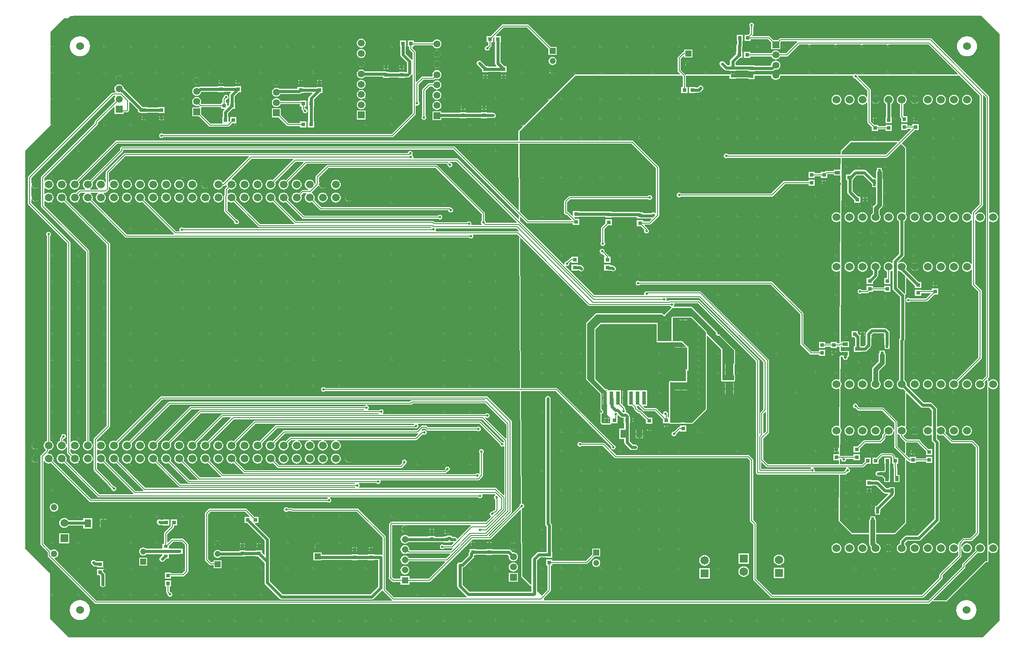
<source format=gbr>
%TF.GenerationSoftware,Altium Limited,Altium Designer,20.2.5 (213)*%
G04 Layer_Physical_Order=1*
G04 Layer_Color=255*
%FSLAX26Y26*%
%MOIN*%
%TF.SameCoordinates,9BAFD9CD-774C-4051-972E-F2DD54F50950*%
%TF.FilePolarity,Positive*%
%TF.FileFunction,Copper,L1,Top,Signal*%
%TF.Part,Single*%
G01*
G75*
%TA.AperFunction,SMDPad,CuDef*%
%ADD10R,0.051180X0.062990*%
%ADD11R,0.031500X0.031500*%
%ADD12R,0.094488X0.171260*%
%ADD13R,0.064173X0.085843*%
%ADD14R,0.022000X0.052000*%
%ADD15R,0.059055X0.157480*%
%ADD16R,0.031500X0.031500*%
%ADD17R,0.031496X0.023622*%
%ADD18R,0.039370X0.027559*%
%ADD19R,0.400000X0.400000*%
%ADD20R,0.031000X0.103000*%
%ADD21R,0.027559X0.039370*%
%TA.AperFunction,Conductor*%
%ADD22C,0.008000*%
%ADD23C,0.036000*%
%ADD24C,0.024000*%
%ADD25C,0.010000*%
%TA.AperFunction,ComponentPad*%
%ADD26C,0.060000*%
%ADD27C,0.045276*%
%ADD28R,0.045276X0.045276*%
%ADD29R,0.053150X0.053150*%
%ADD30C,0.053150*%
%ADD31C,0.059370*%
%ADD32R,0.059370X0.059370*%
%ADD33R,0.064961X0.064961*%
%ADD34C,0.064961*%
%ADD35R,0.059843X0.059843*%
%ADD36C,0.059843*%
%ADD37C,0.050000*%
%ADD38R,0.051496X0.051496*%
%ADD39C,0.051496*%
%TA.AperFunction,ViaPad*%
%ADD40C,0.060000*%
%ADD41C,0.020000*%
G36*
X7875000Y5315000D02*
Y820000D01*
X7745000Y690000D01*
X745000D01*
X600000Y835000D01*
Y1180000D01*
X405000Y1375000D01*
X410000Y1380000D01*
Y4420000D01*
X605000Y4615000D01*
Y4618523D01*
X610000Y4619015D01*
X610580Y4616098D01*
X612790Y4612790D01*
X615000Y4611314D01*
Y4620000D01*
Y4628686D01*
X612790Y4627210D01*
X610580Y4623902D01*
X610000Y4620985D01*
X605000Y4621477D01*
Y4818523D01*
X610000Y4819015D01*
X610580Y4816098D01*
X612790Y4812790D01*
X615000Y4811314D01*
Y4820000D01*
Y4828686D01*
X612790Y4827210D01*
X610580Y4823902D01*
X610000Y4820985D01*
X605000Y4821477D01*
Y5018523D01*
X610000Y5019015D01*
X610580Y5016098D01*
X612790Y5012790D01*
X615000Y5011314D01*
Y5020000D01*
Y5028686D01*
X612790Y5027210D01*
X610580Y5023902D01*
X610000Y5020985D01*
X605000Y5021477D01*
Y5218523D01*
X610000Y5219015D01*
X610580Y5216098D01*
X612790Y5212790D01*
X615000Y5211314D01*
Y5220000D01*
Y5228686D01*
X612790Y5227210D01*
X610580Y5223902D01*
X610000Y5220985D01*
X605000Y5221477D01*
Y5330000D01*
X710000Y5435000D01*
X740000D01*
X755000Y5450000D01*
X775000D01*
X780000Y5455000D01*
X7735000D01*
X7875000Y5315000D01*
D02*
G37*
%LPC*%
G36*
X3565000Y5273573D02*
X3555974Y5272385D01*
X3547563Y5268901D01*
X3540341Y5263359D01*
X3534799Y5256137D01*
X3532644Y5250935D01*
X3388750D01*
Y5263750D01*
X3341250D01*
Y5216250D01*
X3352765D01*
Y5200000D01*
X3353696Y5195318D01*
X3356349Y5191349D01*
X3377765Y5169932D01*
Y5115929D01*
X3372765Y5114412D01*
X3369419Y5119419D01*
X3325392Y5163447D01*
Y5216250D01*
X3328750D01*
Y5263750D01*
X3281250D01*
Y5216250D01*
X3284608D01*
Y5155000D01*
X3286160Y5147196D01*
X3290581Y5140581D01*
X3334608Y5096553D01*
Y5022506D01*
X3332494Y5020392D01*
X3318750D01*
Y5023750D01*
X3271250D01*
Y5020392D01*
X3198750D01*
Y5023750D01*
X3179169D01*
X3175324Y5026320D01*
X3167520Y5027872D01*
X3012933D01*
X3009659Y5032139D01*
X3002437Y5037681D01*
X2994026Y5041165D01*
X2985000Y5042353D01*
X2975974Y5041165D01*
X2967563Y5037681D01*
X2960341Y5032139D01*
X2954799Y5024917D01*
X2951315Y5016506D01*
X2950127Y5007480D01*
X2951315Y4998454D01*
X2954799Y4990043D01*
X2960341Y4982821D01*
X2967563Y4977279D01*
X2975974Y4973795D01*
X2985000Y4972607D01*
X2994026Y4973795D01*
X3002437Y4977279D01*
X3009659Y4982821D01*
X3012933Y4987088D01*
X3151250D01*
Y4976250D01*
X3198750D01*
Y4979608D01*
X3271250D01*
Y4976250D01*
X3318750D01*
Y4979608D01*
X3340941D01*
X3348745Y4981160D01*
X3355360Y4985581D01*
X3369419Y4999640D01*
X3372765Y5004647D01*
X3377765Y5003130D01*
Y4707950D01*
X3217050Y4547235D01*
X1468473Y4547235D01*
X1467977Y4547977D01*
X1462023Y4551956D01*
X1455000Y4553353D01*
X1447977Y4551956D01*
X1442023Y4547977D01*
X1438044Y4542023D01*
X1436647Y4535000D01*
X1438044Y4527977D01*
X1442023Y4522023D01*
X1447977Y4518044D01*
X1455000Y4516647D01*
X1462023Y4518044D01*
X1467977Y4522023D01*
X1468473Y4522765D01*
X3222118Y4522765D01*
X3226800Y4523696D01*
X3230769Y4526349D01*
X3398651Y4694231D01*
X3401304Y4698200D01*
X3402235Y4702882D01*
Y4762995D01*
X3407235Y4765780D01*
X3413044Y4764624D01*
X3420068Y4766021D01*
X3426022Y4770000D01*
X3430000Y4775954D01*
X3431397Y4782977D01*
X3430000Y4790000D01*
X3426022Y4795954D01*
X3425280Y4796450D01*
Y4927976D01*
X3460068Y4962765D01*
X3537520D01*
X3542202Y4963696D01*
X3546171Y4966349D01*
X3550773Y4970950D01*
X3555974Y4968795D01*
X3565000Y4967607D01*
X3574026Y4968795D01*
X3582437Y4972279D01*
X3589659Y4977821D01*
X3595201Y4985043D01*
X3598685Y4993454D01*
X3599873Y5002480D01*
X3598685Y5011506D01*
X3595201Y5019917D01*
X3589659Y5027139D01*
X3582437Y5032681D01*
X3574026Y5036165D01*
X3565000Y5037353D01*
X3555974Y5036165D01*
X3547563Y5032681D01*
X3540341Y5027139D01*
X3534799Y5019917D01*
X3531315Y5011506D01*
X3530127Y5002480D01*
X3531315Y4993454D01*
X3531820Y4992235D01*
X3528479Y4987235D01*
X3455000D01*
X3450318Y4986304D01*
X3446349Y4983651D01*
X3407235Y4944538D01*
X3402235Y4946609D01*
Y5175000D01*
X3401304Y5179682D01*
X3398651Y5183651D01*
X3377235Y5205068D01*
Y5216250D01*
X3388750D01*
Y5226465D01*
X3532644D01*
X3534799Y5221263D01*
X3540341Y5214041D01*
X3547563Y5208499D01*
X3555974Y5205015D01*
X3565000Y5203827D01*
X3574026Y5205015D01*
X3582437Y5208499D01*
X3589659Y5214041D01*
X3595201Y5221263D01*
X3598685Y5229674D01*
X3599873Y5238700D01*
X3598685Y5247726D01*
X3595201Y5256137D01*
X3589659Y5263359D01*
X3582437Y5268901D01*
X3574026Y5272385D01*
X3565000Y5273573D01*
D02*
G37*
G36*
X6225000Y5228686D02*
Y5225000D01*
X6228686D01*
X6227210Y5227210D01*
X6225000Y5228686D01*
D02*
G37*
G36*
X6215000D02*
X6212790Y5227210D01*
X6211314Y5225000D01*
X6215000D01*
Y5228686D01*
D02*
G37*
G36*
X6025000D02*
Y5225000D01*
X6028686D01*
X6027210Y5227210D01*
X6025000Y5228686D01*
D02*
G37*
G36*
X6015000D02*
X6012790Y5227210D01*
X6011314Y5225000D01*
X6015000D01*
Y5228686D01*
D02*
G37*
G36*
X5825000D02*
Y5225000D01*
X5828686D01*
X5827210Y5227210D01*
X5825000Y5228686D01*
D02*
G37*
G36*
X5815000D02*
X5812790Y5227210D01*
X5811314Y5225000D01*
X5815000D01*
Y5228686D01*
D02*
G37*
G36*
X5625000D02*
Y5225000D01*
X5628686D01*
X5627210Y5227210D01*
X5625000Y5228686D01*
D02*
G37*
G36*
X5615000D02*
X5612790Y5227210D01*
X5611314Y5225000D01*
X5615000D01*
Y5228686D01*
D02*
G37*
G36*
X5425000D02*
Y5225000D01*
X5428686D01*
X5427210Y5227210D01*
X5425000Y5228686D01*
D02*
G37*
G36*
X5415000D02*
X5412790Y5227210D01*
X5411314Y5225000D01*
X5415000D01*
Y5228686D01*
D02*
G37*
G36*
X5225000D02*
Y5225000D01*
X5228686D01*
X5227210Y5227210D01*
X5225000Y5228686D01*
D02*
G37*
G36*
X5215000D02*
X5212790Y5227210D01*
X5211314Y5225000D01*
X5215000D01*
Y5228686D01*
D02*
G37*
G36*
X5025000D02*
Y5225000D01*
X5028686D01*
X5027210Y5227210D01*
X5025000Y5228686D01*
D02*
G37*
G36*
X5015000D02*
X5012790Y5227210D01*
X5011314Y5225000D01*
X5015000D01*
Y5228686D01*
D02*
G37*
G36*
X4825000D02*
Y5225000D01*
X4828686D01*
X4827210Y5227210D01*
X4825000Y5228686D01*
D02*
G37*
G36*
X4815000D02*
X4812790Y5227210D01*
X4811314Y5225000D01*
X4815000D01*
Y5228686D01*
D02*
G37*
G36*
X4625000D02*
Y5225000D01*
X4628686D01*
X4627210Y5227210D01*
X4625000Y5228686D01*
D02*
G37*
G36*
X4615000D02*
X4612790Y5227210D01*
X4611314Y5225000D01*
X4615000D01*
Y5228686D01*
D02*
G37*
G36*
X4225000D02*
Y5225000D01*
X4228686D01*
X4227210Y5227210D01*
X4225000Y5228686D01*
D02*
G37*
G36*
X4215000D02*
X4212790Y5227210D01*
X4211314Y5225000D01*
X4215000D01*
Y5228686D01*
D02*
G37*
G36*
X3825000D02*
Y5225000D01*
X3828686D01*
X3827210Y5227210D01*
X3825000Y5228686D01*
D02*
G37*
G36*
X3815000D02*
X3812790Y5227210D01*
X3811314Y5225000D01*
X3815000D01*
Y5228686D01*
D02*
G37*
G36*
X3225000D02*
Y5225000D01*
X3228686D01*
X3227210Y5227210D01*
X3225000Y5228686D01*
D02*
G37*
G36*
X3215000D02*
X3212790Y5227210D01*
X3211314Y5225000D01*
X3215000D01*
Y5228686D01*
D02*
G37*
G36*
X2825000D02*
Y5225000D01*
X2828686D01*
X2827210Y5227210D01*
X2825000Y5228686D01*
D02*
G37*
G36*
X2815000D02*
X2812790Y5227210D01*
X2811314Y5225000D01*
X2815000D01*
Y5228686D01*
D02*
G37*
G36*
X2625000D02*
Y5225000D01*
X2628686D01*
X2627210Y5227210D01*
X2625000Y5228686D01*
D02*
G37*
G36*
X2615000D02*
X2612790Y5227210D01*
X2611314Y5225000D01*
X2615000D01*
Y5228686D01*
D02*
G37*
G36*
X2425000D02*
Y5225000D01*
X2428686D01*
X2427210Y5227210D01*
X2425000Y5228686D01*
D02*
G37*
G36*
X2415000D02*
X2412790Y5227210D01*
X2411314Y5225000D01*
X2415000D01*
Y5228686D01*
D02*
G37*
G36*
X2225000D02*
Y5225000D01*
X2228686D01*
X2227210Y5227210D01*
X2225000Y5228686D01*
D02*
G37*
G36*
X2215000D02*
X2212790Y5227210D01*
X2211314Y5225000D01*
X2215000D01*
Y5228686D01*
D02*
G37*
G36*
X2025000D02*
Y5225000D01*
X2028686D01*
X2027210Y5227210D01*
X2025000Y5228686D01*
D02*
G37*
G36*
X2015000D02*
X2012790Y5227210D01*
X2011314Y5225000D01*
X2015000D01*
Y5228686D01*
D02*
G37*
G36*
X1825000D02*
Y5225000D01*
X1828686D01*
X1827210Y5227210D01*
X1825000Y5228686D01*
D02*
G37*
G36*
X1815000D02*
X1812790Y5227210D01*
X1811314Y5225000D01*
X1815000D01*
Y5228686D01*
D02*
G37*
G36*
X1625000D02*
Y5225000D01*
X1628686D01*
X1627210Y5227210D01*
X1625000Y5228686D01*
D02*
G37*
G36*
X1615000D02*
X1612790Y5227210D01*
X1611314Y5225000D01*
X1615000D01*
Y5228686D01*
D02*
G37*
G36*
X1425000D02*
Y5225000D01*
X1428686D01*
X1427210Y5227210D01*
X1425000Y5228686D01*
D02*
G37*
G36*
X1415000D02*
X1412790Y5227210D01*
X1411314Y5225000D01*
X1415000D01*
Y5228686D01*
D02*
G37*
G36*
X1225000D02*
Y5225000D01*
X1228686D01*
X1227210Y5227210D01*
X1225000Y5228686D01*
D02*
G37*
G36*
X1215000D02*
X1212790Y5227210D01*
X1211314Y5225000D01*
X1215000D01*
Y5228686D01*
D02*
G37*
G36*
X1025000D02*
Y5225000D01*
X1028686D01*
X1027210Y5227210D01*
X1025000Y5228686D01*
D02*
G37*
G36*
X1015000D02*
X1012790Y5227210D01*
X1011314Y5225000D01*
X1015000D01*
Y5228686D01*
D02*
G37*
G36*
X625000D02*
Y5225000D01*
X628686D01*
X627210Y5227210D01*
X625000Y5228686D01*
D02*
G37*
G36*
X7028686Y5215000D02*
X7025000D01*
Y5211314D01*
X7027210Y5212790D01*
X7028686Y5215000D01*
D02*
G37*
G36*
X7015000D02*
X7011314D01*
X7012790Y5212790D01*
X7015000Y5211314D01*
Y5215000D01*
D02*
G37*
G36*
X6828686D02*
X6825000D01*
Y5211314D01*
X6827210Y5212790D01*
X6828686Y5215000D01*
D02*
G37*
G36*
X6815000D02*
X6811314D01*
X6812790Y5212790D01*
X6815000Y5211314D01*
Y5215000D01*
D02*
G37*
G36*
X6628686D02*
X6625000D01*
Y5211314D01*
X6627210Y5212790D01*
X6628686Y5215000D01*
D02*
G37*
G36*
X6615000D02*
X6611314D01*
X6612790Y5212790D01*
X6615000Y5211314D01*
Y5215000D01*
D02*
G37*
G36*
X6428686D02*
X6425000D01*
Y5211314D01*
X6427210Y5212790D01*
X6428686Y5215000D01*
D02*
G37*
G36*
X6415000D02*
X6411314D01*
X6412790Y5212790D01*
X6415000Y5211314D01*
Y5215000D01*
D02*
G37*
G36*
X6228686D02*
X6225000D01*
Y5211314D01*
X6227210Y5212790D01*
X6228686Y5215000D01*
D02*
G37*
G36*
X6215000D02*
X6211314D01*
X6212790Y5212790D01*
X6215000Y5211314D01*
Y5215000D01*
D02*
G37*
G36*
X6028686D02*
X6025000D01*
Y5211314D01*
X6027210Y5212790D01*
X6028686Y5215000D01*
D02*
G37*
G36*
X6015000D02*
X6011314D01*
X6012790Y5212790D01*
X6015000Y5211314D01*
Y5215000D01*
D02*
G37*
G36*
X5828686D02*
X5825000D01*
Y5211314D01*
X5827210Y5212790D01*
X5828686Y5215000D01*
D02*
G37*
G36*
X5815000D02*
X5811314D01*
X5812790Y5212790D01*
X5815000Y5211314D01*
Y5215000D01*
D02*
G37*
G36*
X5628686D02*
X5625000D01*
Y5211314D01*
X5627210Y5212790D01*
X5628686Y5215000D01*
D02*
G37*
G36*
X5615000D02*
X5611314D01*
X5612790Y5212790D01*
X5615000Y5211314D01*
Y5215000D01*
D02*
G37*
G36*
X5428686D02*
X5425000D01*
Y5211314D01*
X5427210Y5212790D01*
X5428686Y5215000D01*
D02*
G37*
G36*
X5415000D02*
X5411314D01*
X5412790Y5212790D01*
X5415000Y5211314D01*
Y5215000D01*
D02*
G37*
G36*
X5228686D02*
X5225000D01*
Y5211314D01*
X5227210Y5212790D01*
X5228686Y5215000D01*
D02*
G37*
G36*
X5215000D02*
X5211314D01*
X5212790Y5212790D01*
X5215000Y5211314D01*
Y5215000D01*
D02*
G37*
G36*
X5028686D02*
X5025000D01*
Y5211314D01*
X5027210Y5212790D01*
X5028686Y5215000D01*
D02*
G37*
G36*
X5015000D02*
X5011314D01*
X5012790Y5212790D01*
X5015000Y5211314D01*
Y5215000D01*
D02*
G37*
G36*
X4828686D02*
X4825000D01*
Y5211314D01*
X4827210Y5212790D01*
X4828686Y5215000D01*
D02*
G37*
G36*
X4815000D02*
X4811314D01*
X4812790Y5212790D01*
X4815000Y5211314D01*
Y5215000D01*
D02*
G37*
G36*
X4628686D02*
X4625000D01*
Y5211314D01*
X4627210Y5212790D01*
X4628686Y5215000D01*
D02*
G37*
G36*
X4615000D02*
X4611314D01*
X4612790Y5212790D01*
X4615000Y5211314D01*
Y5215000D01*
D02*
G37*
G36*
X4228686D02*
X4225000D01*
Y5211314D01*
X4227210Y5212790D01*
X4228686Y5215000D01*
D02*
G37*
G36*
X4215000D02*
X4211314D01*
X4212790Y5212790D01*
X4215000Y5211314D01*
Y5215000D01*
D02*
G37*
G36*
X3828686D02*
X3825000D01*
Y5211314D01*
X3827210Y5212790D01*
X3828686Y5215000D01*
D02*
G37*
G36*
X3815000D02*
X3811314D01*
X3812790Y5212790D01*
X3815000Y5211314D01*
Y5215000D01*
D02*
G37*
G36*
X3228686D02*
X3225000D01*
Y5211314D01*
X3227210Y5212790D01*
X3228686Y5215000D01*
D02*
G37*
G36*
X3215000D02*
X3211314D01*
X3212790Y5212790D01*
X3215000Y5211314D01*
Y5215000D01*
D02*
G37*
G36*
X2828686D02*
X2825000D01*
Y5211314D01*
X2827210Y5212790D01*
X2828686Y5215000D01*
D02*
G37*
G36*
X2815000D02*
X2811314D01*
X2812790Y5212790D01*
X2815000Y5211314D01*
Y5215000D01*
D02*
G37*
G36*
X2628686D02*
X2625000D01*
Y5211314D01*
X2627210Y5212790D01*
X2628686Y5215000D01*
D02*
G37*
G36*
X2615000D02*
X2611314D01*
X2612790Y5212790D01*
X2615000Y5211314D01*
Y5215000D01*
D02*
G37*
G36*
X2428686D02*
X2425000D01*
Y5211314D01*
X2427210Y5212790D01*
X2428686Y5215000D01*
D02*
G37*
G36*
X2415000D02*
X2411314D01*
X2412790Y5212790D01*
X2415000Y5211314D01*
Y5215000D01*
D02*
G37*
G36*
X2228686D02*
X2225000D01*
Y5211314D01*
X2227210Y5212790D01*
X2228686Y5215000D01*
D02*
G37*
G36*
X2215000D02*
X2211314D01*
X2212790Y5212790D01*
X2215000Y5211314D01*
Y5215000D01*
D02*
G37*
G36*
X2028686D02*
X2025000D01*
Y5211314D01*
X2027210Y5212790D01*
X2028686Y5215000D01*
D02*
G37*
G36*
X2015000D02*
X2011314D01*
X2012790Y5212790D01*
X2015000Y5211314D01*
Y5215000D01*
D02*
G37*
G36*
X1828686D02*
X1825000D01*
Y5211314D01*
X1827210Y5212790D01*
X1828686Y5215000D01*
D02*
G37*
G36*
X1815000D02*
X1811314D01*
X1812790Y5212790D01*
X1815000Y5211314D01*
Y5215000D01*
D02*
G37*
G36*
X1628686D02*
X1625000D01*
Y5211314D01*
X1627210Y5212790D01*
X1628686Y5215000D01*
D02*
G37*
G36*
X1615000D02*
X1611314D01*
X1612790Y5212790D01*
X1615000Y5211314D01*
Y5215000D01*
D02*
G37*
G36*
X1428686D02*
X1425000D01*
Y5211314D01*
X1427210Y5212790D01*
X1428686Y5215000D01*
D02*
G37*
G36*
X1415000D02*
X1411314D01*
X1412790Y5212790D01*
X1415000Y5211314D01*
Y5215000D01*
D02*
G37*
G36*
X1228686D02*
X1225000D01*
Y5211314D01*
X1227210Y5212790D01*
X1228686Y5215000D01*
D02*
G37*
G36*
X1215000D02*
X1211314D01*
X1212790Y5212790D01*
X1215000Y5211314D01*
Y5215000D01*
D02*
G37*
G36*
X1028686D02*
X1025000D01*
Y5211314D01*
X1027210Y5212790D01*
X1028686Y5215000D01*
D02*
G37*
G36*
X1015000D02*
X1011314D01*
X1012790Y5212790D01*
X1015000Y5211314D01*
Y5215000D01*
D02*
G37*
G36*
X628686D02*
X625000D01*
Y5211314D01*
X627210Y5212790D01*
X628686Y5215000D01*
D02*
G37*
G36*
X2985000Y5278575D02*
X2975974Y5277387D01*
X2967563Y5273903D01*
X2960341Y5268361D01*
X2954799Y5261139D01*
X2951315Y5252728D01*
X2950127Y5243702D01*
X2951315Y5234676D01*
X2954799Y5226265D01*
X2960341Y5219043D01*
X2967563Y5213501D01*
X2975974Y5210017D01*
X2985000Y5208829D01*
X2994026Y5210017D01*
X3002437Y5213501D01*
X3009659Y5219043D01*
X3015201Y5226265D01*
X3018685Y5234676D01*
X3019873Y5243702D01*
X3018685Y5252728D01*
X3015201Y5261139D01*
X3009659Y5268361D01*
X3002437Y5273903D01*
X2994026Y5277387D01*
X2985000Y5278575D01*
D02*
G37*
G36*
X3570000Y5186106D02*
Y5164960D01*
X3591146D01*
X3590891Y5166897D01*
X3588213Y5173362D01*
X3583953Y5178913D01*
X3578402Y5183173D01*
X3571937Y5185851D01*
X3570000Y5186106D01*
D02*
G37*
G36*
X3560000D02*
X3558063Y5185851D01*
X3551598Y5183173D01*
X3546047Y5178913D01*
X3541787Y5173362D01*
X3539109Y5166897D01*
X3538854Y5164960D01*
X3560000D01*
Y5186106D01*
D02*
G37*
G36*
X4260000Y5387235D02*
X4070000D01*
X4065318Y5386304D01*
X4061349Y5383652D01*
X3976447Y5298750D01*
X3946250D01*
Y5251250D01*
X3957765D01*
Y5230068D01*
X3950876Y5223178D01*
X3950000Y5223353D01*
X3942977Y5221956D01*
X3937023Y5217977D01*
X3933044Y5212023D01*
X3931647Y5205000D01*
X3933044Y5197977D01*
X3937023Y5192023D01*
X3942977Y5188044D01*
X3950000Y5186647D01*
X3957023Y5188044D01*
X3962977Y5192023D01*
X3966956Y5197977D01*
X3968353Y5205000D01*
X3968178Y5205876D01*
X3978651Y5216349D01*
X3981304Y5220318D01*
X3982235Y5225000D01*
Y5251250D01*
X3993750D01*
Y5281447D01*
X4001631Y5289328D01*
X4006250Y5287414D01*
Y5251250D01*
X4009608D01*
Y5090000D01*
X4011160Y5082196D01*
X4015581Y5075581D01*
X4021150Y5070011D01*
X4019237Y5065392D01*
X3958750D01*
Y5068750D01*
X3940088D01*
X3904419Y5104419D01*
X3897804Y5108840D01*
X3890000Y5110392D01*
X3882196Y5108840D01*
X3875581Y5104419D01*
X3871160Y5097804D01*
X3869608Y5090000D01*
X3871160Y5082196D01*
X3875581Y5075581D01*
X3911250Y5039912D01*
Y5021250D01*
X3958750D01*
Y5024608D01*
X4051250D01*
Y5021250D01*
X4098750D01*
Y5068750D01*
X4080088D01*
X4050392Y5098447D01*
Y5251250D01*
X4053750D01*
Y5298750D01*
X4017586D01*
X4015673Y5303369D01*
X4075068Y5362765D01*
X4254932D01*
X4419362Y5198335D01*
Y5154362D01*
X4480638D01*
Y5215638D01*
X4436665D01*
X4268651Y5383651D01*
X4264682Y5386304D01*
X4260000Y5387235D01*
D02*
G37*
G36*
X7625000Y5297270D02*
X7609925Y5295785D01*
X7595430Y5291388D01*
X7582071Y5284247D01*
X7570362Y5274638D01*
X7560753Y5262929D01*
X7553612Y5249570D01*
X7549215Y5235075D01*
X7547730Y5220000D01*
X7549215Y5204925D01*
X7553612Y5190430D01*
X7560753Y5177071D01*
X7570362Y5165362D01*
X7582071Y5155753D01*
X7595430Y5148612D01*
X7609925Y5144215D01*
X7625000Y5142730D01*
X7640075Y5144215D01*
X7654570Y5148612D01*
X7667929Y5155753D01*
X7679638Y5165362D01*
X7689247Y5177071D01*
X7696388Y5190430D01*
X7700785Y5204925D01*
X7702270Y5220000D01*
X7700785Y5235075D01*
X7696388Y5249570D01*
X7689247Y5262929D01*
X7679638Y5274638D01*
X7667929Y5284247D01*
X7654570Y5291388D01*
X7640075Y5295785D01*
X7625000Y5297270D01*
D02*
G37*
G36*
X830000D02*
X814925Y5295785D01*
X800430Y5291388D01*
X787071Y5284247D01*
X775362Y5274638D01*
X765753Y5262929D01*
X758612Y5249570D01*
X754215Y5235075D01*
X752730Y5220000D01*
X754215Y5204925D01*
X758612Y5190430D01*
X765753Y5177071D01*
X775362Y5165362D01*
X787071Y5155753D01*
X800430Y5148612D01*
X814925Y5144215D01*
X830000Y5142730D01*
X845075Y5144215D01*
X859570Y5148612D01*
X872929Y5155753D01*
X884638Y5165362D01*
X894247Y5177071D01*
X901388Y5190430D01*
X905785Y5204925D01*
X907270Y5220000D01*
X905785Y5235075D01*
X901388Y5249570D01*
X894247Y5262929D01*
X884638Y5274638D01*
X872929Y5284247D01*
X859570Y5291388D01*
X845075Y5295785D01*
X830000Y5297270D01*
D02*
G37*
G36*
X3591146Y5154960D02*
X3570000D01*
Y5133814D01*
X3571937Y5134069D01*
X3578402Y5136747D01*
X3583953Y5141007D01*
X3588213Y5146558D01*
X3590891Y5153023D01*
X3591146Y5154960D01*
D02*
G37*
G36*
X3560000D02*
X3538854D01*
X3539109Y5153023D01*
X3541787Y5146558D01*
X3546047Y5141007D01*
X3551598Y5136747D01*
X3558063Y5134069D01*
X3560000Y5133814D01*
Y5154960D01*
D02*
G37*
G36*
X5975000Y5400353D02*
X5967977Y5398956D01*
X5962023Y5394977D01*
X5958044Y5389023D01*
X5956647Y5382000D01*
X5958044Y5374977D01*
X5962023Y5369023D01*
X5962765Y5368527D01*
Y5320068D01*
X5951447Y5308750D01*
X5921250D01*
Y5261250D01*
X5968750D01*
Y5272765D01*
X6102412D01*
X6125425Y5249752D01*
Y5197905D01*
X6194575D01*
Y5249752D01*
X6202588Y5257765D01*
X6323541D01*
X6324595Y5256220D01*
X6325462Y5252765D01*
X6238672Y5165975D01*
X6192355D01*
X6190201Y5171177D01*
X6184659Y5178399D01*
X6177437Y5183941D01*
X6169026Y5187425D01*
X6160000Y5188613D01*
X6150974Y5187425D01*
X6142563Y5183941D01*
X6135341Y5178399D01*
X6129799Y5171177D01*
X6127645Y5165975D01*
X5963750D01*
Y5178750D01*
X5916250D01*
Y5131250D01*
X5963750D01*
Y5141505D01*
X6127645D01*
X6129799Y5136303D01*
X6135341Y5129081D01*
X6142563Y5123539D01*
X6150974Y5120055D01*
X6160000Y5118867D01*
X6169026Y5120055D01*
X6177437Y5123539D01*
X6184659Y5129081D01*
X6190201Y5136303D01*
X6192355Y5141505D01*
X6243740D01*
X6248422Y5142436D01*
X6252391Y5145088D01*
X6340068Y5232765D01*
X6412105D01*
X6413621Y5227765D01*
X6412790Y5227210D01*
X6411314Y5225000D01*
X6428686D01*
X6427210Y5227210D01*
X6426379Y5227765D01*
X6427895Y5232765D01*
X6612105D01*
X6613621Y5227765D01*
X6612790Y5227210D01*
X6611314Y5225000D01*
X6628686D01*
X6627210Y5227210D01*
X6626379Y5227765D01*
X6627895Y5232765D01*
X6812105D01*
X6813621Y5227765D01*
X6812790Y5227210D01*
X6811314Y5225000D01*
X6828686D01*
X6827210Y5227210D01*
X6826379Y5227765D01*
X6827895Y5232765D01*
X7012105D01*
X7013621Y5227765D01*
X7012790Y5227210D01*
X7011314Y5225000D01*
X7028686D01*
X7027210Y5227210D01*
X7026379Y5227765D01*
X7027895Y5232765D01*
X7329932D01*
X7554921Y5007776D01*
X7553007Y5003157D01*
X6791299D01*
X6790902Y5003078D01*
X6790499Y5003118D01*
X6789352Y5002769D01*
X6788177Y5002536D01*
X6787841Y5002311D01*
X6787454Y5002194D01*
X6782977Y5002977D01*
X6777023Y5006956D01*
X6770000Y5008353D01*
X6762977Y5006956D01*
X6757023Y5002977D01*
X6752546Y5002194D01*
X6752159Y5002311D01*
X6751823Y5002536D01*
X6750648Y5002770D01*
X6749501Y5003118D01*
X6749098Y5003078D01*
X6748701Y5003157D01*
X6194707D01*
X6193660Y5002949D01*
X6192596Y5002879D01*
X6192114Y5002641D01*
X6191586Y5002536D01*
X6191067Y5002189D01*
X6188593Y5002618D01*
X6186571Y5003428D01*
X6185529Y5004072D01*
X6183213Y5009662D01*
X6178953Y5015213D01*
X6173402Y5019473D01*
X6166937Y5022151D01*
X6165000Y5022406D01*
Y4996260D01*
X6155000D01*
Y5022406D01*
X6153063Y5022151D01*
X6146598Y5019473D01*
X6141047Y5015213D01*
X6136787Y5009662D01*
X6134471Y5004072D01*
X6133429Y5003428D01*
X6131407Y5002618D01*
X6128933Y5002189D01*
X6128414Y5002536D01*
X6127887Y5002641D01*
X6127404Y5002879D01*
X6126339Y5002949D01*
X6125293Y5003157D01*
X5998750D01*
X5995750Y5002560D01*
X5995625Y5002538D01*
X5990750Y5005290D01*
Y5005750D01*
X5980000D01*
Y4990000D01*
X5975000D01*
Y4985000D01*
X5959250D01*
Y4984898D01*
X5954375Y4982146D01*
X5954250Y4982168D01*
X5951250Y4982765D01*
X5853750D01*
X5850750Y4982168D01*
X5850625Y4982146D01*
X5845750Y4984898D01*
Y4990000D01*
X5830000D01*
Y4995000D01*
X5825000D01*
Y5010750D01*
X5814250D01*
Y5005290D01*
X5809375Y5002538D01*
X5809250Y5002560D01*
X5806250Y5003157D01*
X5473569D01*
X5473172Y5003078D01*
X5472769Y5003118D01*
X5471622Y5002770D01*
X5470447Y5002536D01*
X5470111Y5002311D01*
X5469724Y5002194D01*
X5469387Y5001917D01*
X5468651Y5002027D01*
X5432235Y5038443D01*
Y5124932D01*
X5454362Y5147059D01*
X5459362Y5144988D01*
Y5133102D01*
X5520638D01*
Y5194378D01*
X5459362D01*
Y5175975D01*
X5453740D01*
X5449058Y5175044D01*
X5445088Y5172391D01*
X5411349Y5138651D01*
X5408696Y5134682D01*
X5407765Y5130000D01*
Y5033375D01*
X5408696Y5028693D01*
X5411349Y5024724D01*
X5428296Y5007776D01*
X5426382Y5003157D01*
X4623465D01*
X4623465Y5003157D01*
X4620343Y5002536D01*
X4617697Y5000768D01*
X4617697Y5000767D01*
X4434888Y4817959D01*
X4431292Y4819523D01*
X4430140Y4820282D01*
X4429420Y4823902D01*
X4427210Y4827210D01*
X4425000Y4828686D01*
Y4820000D01*
X4420000D01*
Y4815000D01*
X4411314D01*
X4412790Y4812790D01*
X4416098Y4810580D01*
X4419718Y4809860D01*
X4420477Y4808708D01*
X4422041Y4805112D01*
X4234888Y4617959D01*
X4231292Y4619523D01*
X4230140Y4620282D01*
X4229420Y4623902D01*
X4227210Y4627210D01*
X4225000Y4628686D01*
Y4620000D01*
X4220000D01*
Y4615000D01*
X4211314D01*
X4212790Y4612790D01*
X4216098Y4610580D01*
X4219718Y4609860D01*
X4220477Y4608708D01*
X4222041Y4605112D01*
X4191076Y4574146D01*
X4189308Y4571500D01*
X4188687Y4568379D01*
X4188687Y4568378D01*
Y4564952D01*
X4188692Y4564926D01*
X4188687Y4564901D01*
X4189092Y4500782D01*
X4185568Y4497235D01*
X1110000D01*
X1105318Y4496304D01*
X1101348Y4493651D01*
X803072Y4195375D01*
X799838Y4196715D01*
X790000Y4198010D01*
X780162Y4196715D01*
X770995Y4192918D01*
X763123Y4186877D01*
X757082Y4179005D01*
X753285Y4169838D01*
X751990Y4160000D01*
X753285Y4150162D01*
X757082Y4140995D01*
X763123Y4133123D01*
X770995Y4127082D01*
X780162Y4123285D01*
X790000Y4121990D01*
X799838Y4123285D01*
X809005Y4127082D01*
X816877Y4133123D01*
X822918Y4140995D01*
X826715Y4150162D01*
X828010Y4160000D01*
X826715Y4169838D01*
X822918Y4179005D01*
X822219Y4179916D01*
X1115068Y4472765D01*
X4184892D01*
X4185822Y4472368D01*
X4189176Y4469299D01*
X4189292Y4469167D01*
X4192471Y3966374D01*
X4187857Y3964446D01*
X3703651Y4448651D01*
X3699682Y4451304D01*
X3695000Y4452235D01*
X1154686D01*
X1150004Y4451304D01*
X1146035Y4448651D01*
X1141349Y4443965D01*
X1138696Y4439996D01*
X1137765Y4435314D01*
Y4425068D01*
X906608Y4193911D01*
X899838Y4196715D01*
X890000Y4198010D01*
X880162Y4196715D01*
X870995Y4192918D01*
X863123Y4186877D01*
X857082Y4179005D01*
X853285Y4169838D01*
X851990Y4160000D01*
X853285Y4150162D01*
X857082Y4140995D01*
X863123Y4133123D01*
X870796Y4127235D01*
X870840Y4126734D01*
X869270Y4122235D01*
X830000D01*
X825318Y4121304D01*
X821348Y4118651D01*
X799462Y4096765D01*
X790000Y4098010D01*
X780162Y4096715D01*
X770995Y4092918D01*
X763123Y4086877D01*
X757082Y4079005D01*
X753285Y4069838D01*
X751990Y4060000D01*
X753285Y4050162D01*
X757082Y4040995D01*
X763123Y4033123D01*
X770995Y4027082D01*
X780162Y4023285D01*
X790000Y4021990D01*
X799838Y4023285D01*
X806278Y4025953D01*
X806709Y4025747D01*
X807448Y4025000D01*
X828686D01*
X827210Y4027210D01*
X823902Y4029420D01*
X820779Y4030041D01*
X819118Y4032637D01*
X818281Y4034952D01*
X822918Y4040995D01*
X826715Y4050162D01*
X828010Y4060000D01*
X826715Y4069838D01*
X822918Y4079005D01*
X820048Y4082745D01*
X835068Y4097765D01*
X869270D01*
X870840Y4093265D01*
X870796Y4092765D01*
X863123Y4086877D01*
X857082Y4079005D01*
X853285Y4069838D01*
X851990Y4060000D01*
X853285Y4050162D01*
X857082Y4040995D01*
X863123Y4033123D01*
X870995Y4027082D01*
X880162Y4023285D01*
X890000Y4021990D01*
X899838Y4023285D01*
X906608Y4026089D01*
X1176349Y3756349D01*
X1180318Y3753696D01*
X1185000Y3752765D01*
X3811527D01*
X3812023Y3752023D01*
X3817977Y3748044D01*
X3825000Y3746647D01*
X3832023Y3748044D01*
X3837977Y3752023D01*
X3841956Y3757977D01*
X3843353Y3765000D01*
X3841956Y3772023D01*
X3841066Y3773355D01*
X3843423Y3777765D01*
X4179932D01*
X4196732Y3760965D01*
X4196742Y3760946D01*
X4197012Y3759147D01*
X4196215Y3754907D01*
X4196196Y3754886D01*
X4195333Y3753576D01*
X4194455Y3752253D01*
X4194452Y3752240D01*
X4194445Y3752229D01*
X4194149Y3750688D01*
X4193844Y3749129D01*
X4193846Y3749117D01*
X4193844Y3749104D01*
X4201072Y2605782D01*
X4197547Y2602235D01*
X2708473D01*
X2707977Y2602977D01*
X2702023Y2606956D01*
X2695000Y2608353D01*
X2687977Y2606956D01*
X2682023Y2602977D01*
X2678044Y2597023D01*
X2676647Y2590000D01*
X2678044Y2582977D01*
X2682023Y2577023D01*
X2687977Y2573044D01*
X2695000Y2571647D01*
X2702023Y2573044D01*
X2707977Y2577023D01*
X2708473Y2577765D01*
X4196872D01*
X4197801Y2577367D01*
X4201155Y2574299D01*
X4201271Y2574166D01*
X4206694Y1716423D01*
X4206773Y1716039D01*
X4206735Y1715649D01*
X4207000Y1714786D01*
Y1714761D01*
X4207030Y1714690D01*
X4207091Y1714491D01*
X4207114Y1714379D01*
X4202023Y1710977D01*
X4198044Y1705023D01*
X4196647Y1698000D01*
X4196822Y1697124D01*
X3967318Y1467621D01*
X3964944Y1467943D01*
X3963161Y1473230D01*
X4050865Y1560934D01*
X4052182Y1561196D01*
X4056151Y1563849D01*
X4133652Y1641349D01*
X4136304Y1645318D01*
X4137235Y1650000D01*
Y2345000D01*
X4136304Y2349682D01*
X4133651Y2353652D01*
X3953651Y2533651D01*
X3949682Y2536304D01*
X3945000Y2537235D01*
X1455000D01*
X1450318Y2536304D01*
X1446349Y2533652D01*
X1106608Y2193911D01*
X1099838Y2196715D01*
X1090000Y2198010D01*
X1080162Y2196715D01*
X1070995Y2192918D01*
X1063123Y2186877D01*
X1057082Y2179005D01*
X1053285Y2169838D01*
X1051990Y2160000D01*
X1053285Y2150162D01*
X1057082Y2140995D01*
X1063123Y2133123D01*
X1070995Y2127082D01*
X1080162Y2123285D01*
X1090000Y2121990D01*
X1099838Y2123285D01*
X1109005Y2127082D01*
X1116877Y2133123D01*
X1122918Y2140995D01*
X1126715Y2150162D01*
X1128010Y2160000D01*
X1126715Y2169838D01*
X1123911Y2176608D01*
X1460068Y2512765D01*
X3935608D01*
X3935932Y2512235D01*
X3933127Y2507235D01*
X3370000D01*
X3365318Y2506304D01*
X3361349Y2503651D01*
X3358696Y2499682D01*
X3358209Y2497235D01*
X1515000D01*
X1510318Y2496304D01*
X1506349Y2493651D01*
X1206608Y2193911D01*
X1199838Y2196715D01*
X1190000Y2198010D01*
X1180162Y2196715D01*
X1170995Y2192918D01*
X1163123Y2186877D01*
X1157082Y2179005D01*
X1153285Y2169838D01*
X1151990Y2160000D01*
X1153285Y2150162D01*
X1157082Y2140995D01*
X1163123Y2133123D01*
X1170995Y2127082D01*
X1180162Y2123285D01*
X1190000Y2121990D01*
X1199838Y2123285D01*
X1209005Y2127082D01*
X1216877Y2133123D01*
X1222918Y2140995D01*
X1226715Y2150162D01*
X1228010Y2160000D01*
X1226715Y2169838D01*
X1223911Y2176608D01*
X1520068Y2472765D01*
X3021553D01*
X3022045Y2467765D01*
X3017977Y2466956D01*
X3012023Y2462977D01*
X3011527Y2462235D01*
X1680000D01*
X1675318Y2461304D01*
X1671349Y2458651D01*
X1406608Y2193911D01*
X1399838Y2196715D01*
X1390000Y2198010D01*
X1380162Y2196715D01*
X1370995Y2192918D01*
X1363123Y2186877D01*
X1357082Y2179005D01*
X1353285Y2169838D01*
X1351990Y2160000D01*
X1353285Y2150162D01*
X1357082Y2140995D01*
X1363123Y2133123D01*
X1370995Y2127082D01*
X1380162Y2123285D01*
X1390000Y2121990D01*
X1399838Y2123285D01*
X1409005Y2127082D01*
X1416877Y2133123D01*
X1422918Y2140995D01*
X1426715Y2150162D01*
X1428010Y2160000D01*
X1426715Y2169838D01*
X1423911Y2176608D01*
X1685068Y2437765D01*
X3006887D01*
X3006975Y2437732D01*
X3007317Y2437235D01*
X3004687Y2432235D01*
X1750000D01*
X1745318Y2431304D01*
X1741349Y2428651D01*
X1506608Y2193911D01*
X1499838Y2196715D01*
X1490000Y2198010D01*
X1480162Y2196715D01*
X1470995Y2192918D01*
X1463123Y2186877D01*
X1457082Y2179005D01*
X1453285Y2169838D01*
X1451990Y2160000D01*
X1453285Y2150162D01*
X1457082Y2140995D01*
X1463123Y2133123D01*
X1470995Y2127082D01*
X1480162Y2123285D01*
X1490000Y2121990D01*
X1499838Y2123285D01*
X1509005Y2127082D01*
X1516877Y2133123D01*
X1522918Y2140995D01*
X1526715Y2150162D01*
X1528010Y2160000D01*
X1526715Y2169838D01*
X1523911Y2176608D01*
X1755068Y2407765D01*
X3118887D01*
X3118975Y2407732D01*
X3119317Y2407235D01*
X3116687Y2402235D01*
X1920000D01*
X1915318Y2401304D01*
X1911349Y2398651D01*
X1706608Y2193911D01*
X1699838Y2196715D01*
X1690000Y2198010D01*
X1680162Y2196715D01*
X1670995Y2192918D01*
X1663123Y2186877D01*
X1657082Y2179005D01*
X1653285Y2169838D01*
X1651990Y2160000D01*
X1653285Y2150162D01*
X1657082Y2140995D01*
X1663123Y2133123D01*
X1670995Y2127082D01*
X1680162Y2123285D01*
X1690000Y2121990D01*
X1699838Y2123285D01*
X1709005Y2127082D01*
X1716877Y2133123D01*
X1722918Y2140995D01*
X1726715Y2150162D01*
X1728010Y2160000D01*
X1726715Y2169838D01*
X1723911Y2176608D01*
X1925068Y2377765D01*
X1983929D01*
X1985842Y2373146D01*
X1806608Y2193911D01*
X1799838Y2196715D01*
X1790000Y2198010D01*
X1780162Y2196715D01*
X1770995Y2192918D01*
X1763123Y2186877D01*
X1757082Y2179005D01*
X1753285Y2169838D01*
X1751990Y2160000D01*
X1753285Y2150162D01*
X1757082Y2140995D01*
X1763123Y2133123D01*
X1770995Y2127082D01*
X1780162Y2123285D01*
X1790000Y2121990D01*
X1799838Y2123285D01*
X1809005Y2127082D01*
X1816877Y2133123D01*
X1822918Y2140995D01*
X1826715Y2150162D01*
X1828010Y2160000D01*
X1826715Y2169838D01*
X1823911Y2176608D01*
X2009068Y2361765D01*
X3910932D01*
X4080765Y2191932D01*
Y2187120D01*
X4075765Y2184456D01*
X4072023Y2186956D01*
X4065079Y2188337D01*
X3904764Y2348651D01*
X3900795Y2351304D01*
X3896113Y2352235D01*
X2170000D01*
X2165318Y2351304D01*
X2161348Y2348651D01*
X2006608Y2193911D01*
X1999838Y2196715D01*
X1990000Y2198010D01*
X1980162Y2196715D01*
X1970995Y2192918D01*
X1963123Y2186877D01*
X1957082Y2179005D01*
X1953285Y2169838D01*
X1951990Y2160000D01*
X1953285Y2150162D01*
X1957082Y2140995D01*
X1963123Y2133123D01*
X1970995Y2127082D01*
X1980162Y2123285D01*
X1990000Y2121990D01*
X1999838Y2123285D01*
X2009005Y2127082D01*
X2016877Y2133123D01*
X2022918Y2140995D01*
X2026715Y2150162D01*
X2028010Y2160000D01*
X2026715Y2169838D01*
X2023911Y2176608D01*
X2175068Y2327765D01*
X3390188D01*
X3391633Y2323994D01*
X3391881Y2322765D01*
X3388186Y2317235D01*
X2335000D01*
X2330318Y2316304D01*
X2326349Y2313651D01*
X2206608Y2193911D01*
X2199838Y2196715D01*
X2190000Y2198010D01*
X2180162Y2196715D01*
X2170995Y2192918D01*
X2163123Y2186877D01*
X2157082Y2179005D01*
X2153285Y2169838D01*
X2151990Y2160000D01*
X2153285Y2150162D01*
X2157082Y2140995D01*
X2163123Y2133123D01*
X2170995Y2127082D01*
X2180162Y2123285D01*
X2190000Y2121990D01*
X2199838Y2123285D01*
X2209005Y2127082D01*
X2216877Y2133123D01*
X2222918Y2140995D01*
X2226715Y2150162D01*
X2228010Y2160000D01*
X2226715Y2169838D01*
X2223911Y2176608D01*
X2340068Y2292765D01*
X3399382D01*
X3405000Y2291647D01*
X3412023Y2293044D01*
X3417977Y2297023D01*
X3421956Y2302977D01*
X3423353Y2310000D01*
X3421956Y2317023D01*
X3418119Y2322765D01*
X3418367Y2323994D01*
X3419812Y2327765D01*
X3891045D01*
X4047006Y2171803D01*
X4046647Y2170000D01*
X4048044Y2162977D01*
X4052023Y2157023D01*
X4057977Y2153044D01*
X4065000Y2151647D01*
X4072023Y2153044D01*
X4075765Y2155544D01*
X4080765Y2152880D01*
Y1779740D01*
X4076146Y1777826D01*
X4020320Y1833651D01*
X4016351Y1836304D01*
X4011669Y1837235D01*
X2969812D01*
X2968367Y1841006D01*
X2968119Y1842235D01*
X2971956Y1847977D01*
X2973353Y1855000D01*
X2971956Y1862023D01*
X2968119Y1867765D01*
X2968367Y1868994D01*
X2969812Y1872765D01*
X3100191D01*
X3102023Y1870023D01*
X3107977Y1866044D01*
X3115000Y1864647D01*
X3122023Y1866044D01*
X3127977Y1870023D01*
X3131956Y1875977D01*
X3133353Y1883000D01*
X3132405Y1887765D01*
X3135679Y1892765D01*
X3880000D01*
X3884682Y1893696D01*
X3888651Y1896349D01*
X3913651Y1921349D01*
X3916304Y1925318D01*
X3917235Y1930000D01*
Y2101527D01*
X3917977Y2102023D01*
X3921956Y2107977D01*
X3923353Y2115000D01*
X3921956Y2122023D01*
X3917977Y2127977D01*
X3912023Y2131956D01*
X3905000Y2133353D01*
X3897977Y2131956D01*
X3892023Y2127977D01*
X3888044Y2122023D01*
X3886647Y2115000D01*
X3888044Y2107977D01*
X3892023Y2102023D01*
X3892765Y2101527D01*
Y1944535D01*
X3887765Y1943019D01*
X3887421Y1943534D01*
X3881467Y1947512D01*
X3874444Y1948909D01*
X3867421Y1947512D01*
X3861466Y1943534D01*
X3860599Y1942235D01*
X1925068D01*
X1823911Y2043392D01*
X1826715Y2050162D01*
X1828010Y2060000D01*
X1826715Y2069838D01*
X1822918Y2079005D01*
X1816877Y2086877D01*
X1809005Y2092918D01*
X1799838Y2096715D01*
X1790000Y2098010D01*
X1780162Y2096715D01*
X1770995Y2092918D01*
X1763123Y2086877D01*
X1757082Y2079005D01*
X1753285Y2069838D01*
X1751990Y2060000D01*
X1753285Y2050162D01*
X1757082Y2040995D01*
X1763123Y2033123D01*
X1770995Y2027082D01*
X1780162Y2023285D01*
X1790000Y2021990D01*
X1799838Y2023285D01*
X1806608Y2026089D01*
X1910462Y1922235D01*
X1909595Y1918780D01*
X1908541Y1917235D01*
X1750068D01*
X1623911Y2043392D01*
X1626715Y2050162D01*
X1628010Y2060000D01*
X1626715Y2069838D01*
X1622918Y2079005D01*
X1616877Y2086877D01*
X1609005Y2092918D01*
X1599838Y2096715D01*
X1590000Y2098010D01*
X1580162Y2096715D01*
X1570995Y2092918D01*
X1563123Y2086877D01*
X1557082Y2079005D01*
X1553285Y2069838D01*
X1551990Y2060000D01*
X1553285Y2050162D01*
X1557082Y2040995D01*
X1563123Y2033123D01*
X1570995Y2027082D01*
X1580162Y2023285D01*
X1590000Y2021990D01*
X1599838Y2023285D01*
X1606608Y2026089D01*
X1730842Y1901854D01*
X1728929Y1897235D01*
X1670068D01*
X1523911Y2043392D01*
X1526715Y2050162D01*
X1528010Y2060000D01*
X1526715Y2069838D01*
X1522918Y2079005D01*
X1516877Y2086877D01*
X1509005Y2092918D01*
X1499838Y2096715D01*
X1490000Y2098010D01*
X1480162Y2096715D01*
X1470995Y2092918D01*
X1463123Y2086877D01*
X1457082Y2079005D01*
X1453285Y2069838D01*
X1451990Y2060000D01*
X1453285Y2050162D01*
X1457082Y2040995D01*
X1463123Y2033123D01*
X1470995Y2027082D01*
X1480162Y2023285D01*
X1490000Y2021990D01*
X1499838Y2023285D01*
X1506608Y2026089D01*
X1656349Y1876349D01*
X1660318Y1873696D01*
X1665000Y1872765D01*
X2934687D01*
X2937317Y1867765D01*
X2936975Y1867268D01*
X2936887Y1867235D01*
X1600068D01*
X1423911Y2043392D01*
X1426715Y2050162D01*
X1428010Y2060000D01*
X1426715Y2069838D01*
X1422918Y2079005D01*
X1416877Y2086877D01*
X1409005Y2092918D01*
X1399838Y2096715D01*
X1390000Y2098010D01*
X1380162Y2096715D01*
X1370995Y2092918D01*
X1363123Y2086877D01*
X1357082Y2079005D01*
X1353285Y2069838D01*
X1351990Y2060000D01*
X1353285Y2050162D01*
X1357082Y2040995D01*
X1363123Y2033123D01*
X1370995Y2027082D01*
X1380162Y2023285D01*
X1390000Y2021990D01*
X1399838Y2023285D01*
X1406608Y2026089D01*
X1586349Y1846349D01*
X1590318Y1843696D01*
X1595000Y1842765D01*
X2936887D01*
X2936975Y1842732D01*
X2937317Y1842235D01*
X2934687Y1837235D01*
X1330068D01*
X1123911Y2043392D01*
X1126715Y2050162D01*
X1128010Y2060000D01*
X1126715Y2069838D01*
X1122918Y2079005D01*
X1116877Y2086877D01*
X1109005Y2092918D01*
X1099838Y2096715D01*
X1090000Y2098010D01*
X1080162Y2096715D01*
X1070995Y2092918D01*
X1063123Y2086877D01*
X1057082Y2079005D01*
X1053285Y2069838D01*
X1051990Y2060000D01*
X1053285Y2050162D01*
X1057082Y2040995D01*
X1063123Y2033123D01*
X1070995Y2027082D01*
X1080162Y2023285D01*
X1090000Y2021990D01*
X1099838Y2023285D01*
X1106608Y2026089D01*
X1315462Y1817235D01*
X1314595Y1813780D01*
X1313541Y1812235D01*
X1255068D01*
X1023911Y2043392D01*
X1026715Y2050162D01*
X1028010Y2060000D01*
X1026715Y2069838D01*
X1022918Y2079005D01*
X1016877Y2086877D01*
X1009005Y2092918D01*
X999838Y2096715D01*
X990000Y2098010D01*
X980162Y2096715D01*
X970995Y2092918D01*
X965550Y2088740D01*
X960550Y2091206D01*
Y2128794D01*
X965550Y2131260D01*
X970995Y2127082D01*
X980162Y2123285D01*
X990000Y2121990D01*
X999838Y2123285D01*
X1009005Y2127082D01*
X1016877Y2133123D01*
X1022918Y2140995D01*
X1026715Y2150162D01*
X1028010Y2160000D01*
X1026715Y2169838D01*
X1022918Y2179005D01*
X1016877Y2186877D01*
X1009005Y2192918D01*
X999838Y2196715D01*
X990000Y2198010D01*
X980162Y2196715D01*
X970995Y2192918D01*
X965550Y2188740D01*
X960550Y2191206D01*
Y2203247D01*
X1056435Y2299132D01*
X1059088Y2303102D01*
X1060019Y2307784D01*
Y3710000D01*
X1059088Y3714682D01*
X1056435Y3718651D01*
X1052466Y3721304D01*
X1047784Y3722235D01*
X1045068D01*
X723911Y4043392D01*
X726715Y4050162D01*
X728010Y4060000D01*
X726715Y4069838D01*
X722918Y4079005D01*
X716877Y4086877D01*
X709005Y4092918D01*
X699838Y4096715D01*
X690000Y4098010D01*
X680162Y4096715D01*
X670995Y4092918D01*
X663123Y4086877D01*
X657082Y4079005D01*
X653285Y4069838D01*
X651990Y4060000D01*
X653285Y4050162D01*
X657082Y4040995D01*
X663123Y4033123D01*
X670995Y4027082D01*
X680162Y4023285D01*
X690000Y4021990D01*
X699838Y4023285D01*
X706608Y4026089D01*
X1031348Y3701349D01*
X1035318Y3698696D01*
X1035549Y3698650D01*
Y2312852D01*
X939663Y2216966D01*
X937011Y2212997D01*
X936080Y2208315D01*
Y1976685D01*
X937011Y1972003D01*
X939663Y1968034D01*
X1042782Y1864915D01*
X1043696Y1860318D01*
X1046349Y1856349D01*
X1071822Y1830876D01*
X1071647Y1830000D01*
X1073044Y1822977D01*
X1077023Y1817023D01*
X1082977Y1813044D01*
X1090000Y1811647D01*
X1097023Y1813044D01*
X1102977Y1817023D01*
X1106956Y1822977D01*
X1108353Y1830000D01*
X1106956Y1837023D01*
X1102977Y1842977D01*
X1097023Y1846956D01*
X1090000Y1848353D01*
X1089124Y1848178D01*
X1067218Y1870085D01*
X1066304Y1874682D01*
X1063651Y1878651D01*
X960550Y1981753D01*
Y2028794D01*
X965550Y2031260D01*
X970995Y2027082D01*
X980162Y2023285D01*
X990000Y2021990D01*
X999838Y2023285D01*
X1006608Y2026089D01*
X1240462Y1792235D01*
X1239595Y1788780D01*
X1238541Y1787235D01*
X980068D01*
X723911Y2043392D01*
X726715Y2050162D01*
X728010Y2060000D01*
X726715Y2069838D01*
X722918Y2079005D01*
X716877Y2086877D01*
X709005Y2092918D01*
X699838Y2096715D01*
X690000Y2098010D01*
X680162Y2096715D01*
X670995Y2092918D01*
X663123Y2086877D01*
X657082Y2079005D01*
X653285Y2069838D01*
X651990Y2060000D01*
X653285Y2050162D01*
X657082Y2040995D01*
X663123Y2033123D01*
X670995Y2027082D01*
X680162Y2023285D01*
X690000Y2021990D01*
X699838Y2023285D01*
X706608Y2026089D01*
X966348Y1766349D01*
X970318Y1763696D01*
X975000Y1762765D01*
X2726565D01*
X2728082Y1757765D01*
X2723910Y1754977D01*
X2722078Y1752235D01*
X915068D01*
X623911Y2043392D01*
X626715Y2050162D01*
X628010Y2060000D01*
X626715Y2069838D01*
X622918Y2079005D01*
X616877Y2086877D01*
X609005Y2092918D01*
X599838Y2096715D01*
X590000Y2098010D01*
X583476Y2097151D01*
X581140Y2101887D01*
X588917Y2109663D01*
X591569Y2113633D01*
X592500Y2118315D01*
Y2122319D01*
X599838Y2123285D01*
X609005Y2127082D01*
X616877Y2133123D01*
X622918Y2140995D01*
X626715Y2150162D01*
X628010Y2160000D01*
X626715Y2169838D01*
X622918Y2179005D01*
X616877Y2186877D01*
X609005Y2192918D01*
X602235Y2195722D01*
Y3766527D01*
X602977Y3767023D01*
X606956Y3772977D01*
X608353Y3780000D01*
X606956Y3787023D01*
X602977Y3792977D01*
X597023Y3796956D01*
X590000Y3798353D01*
X582977Y3796956D01*
X577023Y3792977D01*
X573044Y3787023D01*
X571647Y3780000D01*
X573044Y3772977D01*
X577023Y3767023D01*
X577765Y3766527D01*
Y2195722D01*
X570995Y2192918D01*
X563123Y2186877D01*
X557082Y2179005D01*
X553285Y2169838D01*
X551990Y2160000D01*
X553285Y2150162D01*
X557082Y2140995D01*
X563123Y2133123D01*
X568030Y2129357D01*
Y2123383D01*
X531348Y2086701D01*
X528696Y2082732D01*
X527765Y2078050D01*
Y1405000D01*
X528696Y1400318D01*
X531348Y1396349D01*
X583599Y1344098D01*
Y1316564D01*
X584530Y1311882D01*
X587183Y1307913D01*
X943747Y951348D01*
X947716Y948696D01*
X952398Y947765D01*
X7330000D01*
X7334682Y948696D01*
X7338651Y951348D01*
X7357020Y969717D01*
X7358284Y969996D01*
X7363068Y969232D01*
X7365715Y967464D01*
X7368836Y966843D01*
X7457207D01*
X7457354Y966696D01*
X7460000Y964928D01*
X7463121Y964307D01*
X7466243Y964928D01*
X7468889Y966696D01*
X7468889Y966697D01*
X7769036Y1266843D01*
X7780000D01*
X7783121Y1267464D01*
X7785768Y1269232D01*
X7787536Y1271879D01*
X7788157Y1275000D01*
Y1352380D01*
X7793157Y1354077D01*
X7797898Y1347898D01*
X7805836Y1341807D01*
X7815080Y1337978D01*
X7825000Y1336672D01*
X7834920Y1337978D01*
X7844164Y1341807D01*
X7852102Y1347898D01*
X7858193Y1355836D01*
X7862022Y1365080D01*
X7863328Y1375000D01*
X7862022Y1384920D01*
X7858193Y1394164D01*
X7852102Y1402102D01*
X7844164Y1408193D01*
X7834920Y1412022D01*
X7825000Y1413328D01*
X7815080Y1412022D01*
X7805836Y1408193D01*
X7797898Y1402102D01*
X7793157Y1395923D01*
X7788157Y1397620D01*
Y2607380D01*
X7793157Y2609077D01*
X7797898Y2602898D01*
X7805836Y2596807D01*
X7815080Y2592978D01*
X7825000Y2591672D01*
X7834920Y2592978D01*
X7844164Y2596807D01*
X7852102Y2602898D01*
X7858193Y2610836D01*
X7862022Y2620080D01*
X7863328Y2630000D01*
X7862022Y2639920D01*
X7858193Y2649164D01*
X7852102Y2657102D01*
X7844164Y2663193D01*
X7834920Y2667022D01*
X7825000Y2668328D01*
X7815080Y2667022D01*
X7805836Y2663193D01*
X7797898Y2657102D01*
X7793157Y2650923D01*
X7788157Y2652620D01*
Y2661164D01*
X7787818Y2662866D01*
X7787536Y2664285D01*
X7785768Y2666932D01*
X7785004Y2671716D01*
X7785283Y2672980D01*
X7791651Y2679349D01*
X7794304Y2683318D01*
X7795235Y2688000D01*
Y3878639D01*
X7800235Y3881105D01*
X7805836Y3876807D01*
X7815080Y3872978D01*
X7825000Y3871672D01*
X7834920Y3872978D01*
X7844164Y3876807D01*
X7852102Y3882898D01*
X7858193Y3890836D01*
X7862022Y3900080D01*
X7863328Y3910000D01*
X7862022Y3919920D01*
X7858193Y3929164D01*
X7852102Y3937102D01*
X7844164Y3943193D01*
X7834920Y3947022D01*
X7825000Y3948328D01*
X7815080Y3947022D01*
X7805836Y3943193D01*
X7800235Y3938895D01*
X7795235Y3941361D01*
Y4832000D01*
X7794304Y4836682D01*
X7791651Y4840651D01*
X7353651Y5278651D01*
X7349682Y5281304D01*
X7345000Y5282235D01*
X6197520D01*
X6192838Y5281304D01*
X6188868Y5278651D01*
X6177272Y5267055D01*
X6142728D01*
X6116132Y5293651D01*
X6112162Y5296304D01*
X6107480Y5297235D01*
X5981071D01*
X5979158Y5301855D01*
X5983651Y5306349D01*
X5986304Y5310318D01*
X5987235Y5315000D01*
Y5368527D01*
X5987977Y5369023D01*
X5991956Y5374977D01*
X5993353Y5382000D01*
X5991956Y5389023D01*
X5987977Y5394977D01*
X5982023Y5398956D01*
X5975000Y5400353D01*
D02*
G37*
G36*
X2985000Y5199833D02*
X2975974Y5198645D01*
X2967563Y5195161D01*
X2960341Y5189619D01*
X2954799Y5182397D01*
X2951315Y5173986D01*
X2950127Y5164960D01*
X2951315Y5155934D01*
X2954799Y5147523D01*
X2960341Y5140301D01*
X2967563Y5134759D01*
X2975974Y5131275D01*
X2985000Y5130087D01*
X2994026Y5131275D01*
X3002437Y5134759D01*
X3009659Y5140301D01*
X3015201Y5147523D01*
X3018685Y5155934D01*
X3019873Y5164960D01*
X3018685Y5173986D01*
X3015201Y5182397D01*
X3009659Y5189619D01*
X3002437Y5195161D01*
X2994026Y5198645D01*
X2985000Y5199833D01*
D02*
G37*
G36*
X2990000Y5112366D02*
Y5091220D01*
X3011146D01*
X3010891Y5093157D01*
X3008213Y5099622D01*
X3003953Y5105173D01*
X2998402Y5109433D01*
X2991937Y5112111D01*
X2990000Y5112366D01*
D02*
G37*
G36*
X2980000D02*
X2978063Y5112111D01*
X2971598Y5109433D01*
X2966047Y5105173D01*
X2961787Y5099622D01*
X2959109Y5093157D01*
X2958854Y5091220D01*
X2980000D01*
Y5112366D01*
D02*
G37*
G36*
X5495000Y5107087D02*
Y5090000D01*
X5512087D01*
X5511324Y5093833D01*
X5506321Y5101321D01*
X5498833Y5106324D01*
X5495000Y5107087D01*
D02*
G37*
G36*
X5485000D02*
X5481167Y5106324D01*
X5473679Y5101321D01*
X5468676Y5093833D01*
X5467913Y5090000D01*
X5485000D01*
Y5107087D01*
D02*
G37*
G36*
X3570000Y5107366D02*
Y5086220D01*
X3591146D01*
X3590891Y5088157D01*
X3588213Y5094622D01*
X3583953Y5100173D01*
X3578402Y5104433D01*
X3571937Y5107111D01*
X3570000Y5107366D01*
D02*
G37*
G36*
X3560000D02*
X3558063Y5107111D01*
X3551598Y5104433D01*
X3546047Y5100173D01*
X3541787Y5094622D01*
X3539109Y5088157D01*
X3538854Y5086220D01*
X3560000D01*
Y5107366D01*
D02*
G37*
G36*
X5908750Y5308750D02*
X5861250D01*
Y5261250D01*
X5864608D01*
Y5237964D01*
X5861160Y5232804D01*
X5859608Y5225000D01*
Y5178750D01*
X5856250D01*
Y5160088D01*
X5815581Y5119419D01*
X5811160Y5112804D01*
X5809608Y5105000D01*
Y5078750D01*
X5806250D01*
Y5075392D01*
X5788447D01*
X5764419Y5099419D01*
X5757804Y5103840D01*
X5750000Y5105392D01*
X5742196Y5103840D01*
X5735581Y5099419D01*
X5731160Y5092804D01*
X5729608Y5085000D01*
X5731160Y5077196D01*
X5735581Y5070581D01*
X5765581Y5040581D01*
X5772196Y5036160D01*
X5780000Y5034608D01*
X5806250D01*
Y5031250D01*
X5853750D01*
Y5034608D01*
X5951250D01*
Y5026250D01*
X5998750D01*
Y5029608D01*
X6130447D01*
X6138251Y5031160D01*
X6144866Y5035581D01*
X6150710Y5041425D01*
X6150974Y5041315D01*
X6160000Y5040127D01*
X6169026Y5041315D01*
X6177437Y5044799D01*
X6184659Y5050341D01*
X6190201Y5057563D01*
X6193685Y5065974D01*
X6194873Y5075000D01*
X6193685Y5084026D01*
X6190201Y5092437D01*
X6184659Y5099659D01*
X6177437Y5105201D01*
X6169026Y5108685D01*
X6160000Y5109873D01*
X6150974Y5108685D01*
X6142563Y5105201D01*
X6135341Y5099659D01*
X6129799Y5092437D01*
X6126315Y5084026D01*
X6125127Y5075000D01*
X6125253Y5074045D01*
X6121870Y5070392D01*
X5998750D01*
Y5073750D01*
X5977938D01*
X5977804Y5073840D01*
X5970000Y5075392D01*
X5853750D01*
Y5078750D01*
X5850392D01*
Y5096553D01*
X5885088Y5131250D01*
X5903750D01*
Y5178750D01*
X5900392D01*
Y5212036D01*
X5903840Y5217196D01*
X5905392Y5225000D01*
Y5261250D01*
X5908750D01*
Y5308750D01*
D02*
G37*
G36*
X4450000Y5137162D02*
X4442002Y5136109D01*
X4434549Y5133022D01*
X4428149Y5128111D01*
X4423238Y5121711D01*
X4420151Y5114258D01*
X4419098Y5106260D01*
X4420151Y5098262D01*
X4423238Y5090809D01*
X4428149Y5084409D01*
X4434549Y5079498D01*
X4442002Y5076411D01*
X4450000Y5075358D01*
X4457998Y5076411D01*
X4465451Y5079498D01*
X4471851Y5084409D01*
X4476762Y5090809D01*
X4479849Y5098262D01*
X4480902Y5106260D01*
X4479849Y5114258D01*
X4476762Y5121711D01*
X4471851Y5128111D01*
X4465451Y5133022D01*
X4457998Y5136109D01*
X4450000Y5137162D01*
D02*
G37*
G36*
X3310750Y5075750D02*
X3300000D01*
Y5065000D01*
X3310750D01*
Y5075750D01*
D02*
G37*
G36*
X3190750D02*
X3180000D01*
Y5065000D01*
X3190750D01*
Y5075750D01*
D02*
G37*
G36*
X3290000D02*
X3279250D01*
Y5065000D01*
X3290000D01*
Y5075750D01*
D02*
G37*
G36*
X3170000D02*
X3159250D01*
Y5065000D01*
X3170000D01*
Y5075750D01*
D02*
G37*
G36*
X5512087Y5080000D02*
X5495000D01*
Y5062913D01*
X5498833Y5063676D01*
X5506321Y5068679D01*
X5511324Y5076167D01*
X5512087Y5080000D01*
D02*
G37*
G36*
X5485000D02*
X5467913D01*
X5468676Y5076167D01*
X5473679Y5068679D01*
X5481167Y5063676D01*
X5485000Y5062913D01*
Y5080000D01*
D02*
G37*
G36*
X3011146Y5081220D02*
X2990000D01*
Y5060074D01*
X2991937Y5060329D01*
X2998402Y5063007D01*
X3003953Y5067267D01*
X3008213Y5072818D01*
X3010891Y5079283D01*
X3011146Y5081220D01*
D02*
G37*
G36*
X2980000D02*
X2958854D01*
X2959109Y5079283D01*
X2961787Y5072818D01*
X2966047Y5067267D01*
X2971598Y5063007D01*
X2978063Y5060329D01*
X2980000Y5060074D01*
Y5081220D01*
D02*
G37*
G36*
X3591146Y5076220D02*
X3570000D01*
Y5055074D01*
X3571937Y5055329D01*
X3578402Y5058007D01*
X3583953Y5062267D01*
X3588213Y5067818D01*
X3590891Y5074283D01*
X3591146Y5076220D01*
D02*
G37*
G36*
X3560000D02*
X3538854D01*
X3539109Y5074283D01*
X3541787Y5067818D01*
X3546047Y5062267D01*
X3551598Y5058007D01*
X3558063Y5055329D01*
X3560000Y5055074D01*
Y5076220D01*
D02*
G37*
G36*
X3310750Y5055000D02*
X3300000D01*
Y5044250D01*
X3310750D01*
Y5055000D01*
D02*
G37*
G36*
X3290000D02*
X3279250D01*
Y5044250D01*
X3290000D01*
Y5055000D01*
D02*
G37*
G36*
X3190750D02*
X3180000D01*
Y5044250D01*
X3190750D01*
Y5055000D01*
D02*
G37*
G36*
X3170000D02*
X3159250D01*
Y5044250D01*
X3170000D01*
Y5055000D01*
D02*
G37*
G36*
X4455000Y5049607D02*
Y5032520D01*
X4472087D01*
X4471324Y5036353D01*
X4466321Y5043841D01*
X4458833Y5048844D01*
X4455000Y5049607D01*
D02*
G37*
G36*
X4445000D02*
X4441167Y5048844D01*
X4433679Y5043841D01*
X4428676Y5036353D01*
X4427913Y5032520D01*
X4445000D01*
Y5049607D01*
D02*
G37*
G36*
X7225000Y5028686D02*
Y5025000D01*
X7228686D01*
X7227210Y5027210D01*
X7225000Y5028686D01*
D02*
G37*
G36*
X7215000D02*
X7212790Y5027210D01*
X7211314Y5025000D01*
X7215000D01*
Y5028686D01*
D02*
G37*
G36*
X7025000D02*
Y5025000D01*
X7028686D01*
X7027210Y5027210D01*
X7025000Y5028686D01*
D02*
G37*
G36*
X7015000D02*
X7012790Y5027210D01*
X7011314Y5025000D01*
X7015000D01*
Y5028686D01*
D02*
G37*
G36*
X6825000D02*
Y5025000D01*
X6828686D01*
X6827210Y5027210D01*
X6825000Y5028686D01*
D02*
G37*
G36*
X6815000D02*
X6812790Y5027210D01*
X6811314Y5025000D01*
X6815000D01*
Y5028686D01*
D02*
G37*
G36*
X6625000D02*
Y5025000D01*
X6628686D01*
X6627210Y5027210D01*
X6625000Y5028686D01*
D02*
G37*
G36*
X6615000D02*
X6612790Y5027210D01*
X6611314Y5025000D01*
X6615000D01*
Y5028686D01*
D02*
G37*
G36*
X6425000D02*
Y5025000D01*
X6428686D01*
X6427210Y5027210D01*
X6425000Y5028686D01*
D02*
G37*
G36*
X6415000D02*
X6412790Y5027210D01*
X6411314Y5025000D01*
X6415000D01*
Y5028686D01*
D02*
G37*
G36*
X5625000D02*
Y5025000D01*
X5628686D01*
X5627210Y5027210D01*
X5625000Y5028686D01*
D02*
G37*
G36*
X5615000D02*
X5612790Y5027210D01*
X5611314Y5025000D01*
X5615000D01*
Y5028686D01*
D02*
G37*
G36*
X5225000D02*
Y5025000D01*
X5228686D01*
X5227210Y5027210D01*
X5225000Y5028686D01*
D02*
G37*
G36*
X5215000D02*
X5212790Y5027210D01*
X5211314Y5025000D01*
X5215000D01*
Y5028686D01*
D02*
G37*
G36*
X5025000D02*
Y5025000D01*
X5028686D01*
X5027210Y5027210D01*
X5025000Y5028686D01*
D02*
G37*
G36*
X5015000D02*
X5012790Y5027210D01*
X5011314Y5025000D01*
X5015000D01*
Y5028686D01*
D02*
G37*
G36*
X4825000D02*
Y5025000D01*
X4828686D01*
X4827210Y5027210D01*
X4825000Y5028686D01*
D02*
G37*
G36*
X4815000D02*
X4812790Y5027210D01*
X4811314Y5025000D01*
X4815000D01*
Y5028686D01*
D02*
G37*
G36*
X4625000D02*
Y5025000D01*
X4628686D01*
X4627210Y5027210D01*
X4625000Y5028686D01*
D02*
G37*
G36*
X4615000D02*
X4612790Y5027210D01*
X4611314Y5025000D01*
X4615000D01*
Y5028686D01*
D02*
G37*
G36*
X4225000D02*
Y5025000D01*
X4228686D01*
X4227210Y5027210D01*
X4225000Y5028686D01*
D02*
G37*
G36*
X4215000D02*
X4212790Y5027210D01*
X4211314Y5025000D01*
X4215000D01*
Y5028686D01*
D02*
G37*
G36*
X3825000D02*
Y5025000D01*
X3828686D01*
X3827210Y5027210D01*
X3825000Y5028686D01*
D02*
G37*
G36*
X3815000D02*
X3812790Y5027210D01*
X3811314Y5025000D01*
X3815000D01*
Y5028686D01*
D02*
G37*
G36*
X3425000D02*
Y5025000D01*
X3428686D01*
X3427210Y5027210D01*
X3425000Y5028686D01*
D02*
G37*
G36*
X3415000D02*
X3412790Y5027210D01*
X3411314Y5025000D01*
X3415000D01*
Y5028686D01*
D02*
G37*
G36*
X2825000D02*
Y5025000D01*
X2828686D01*
X2827210Y5027210D01*
X2825000Y5028686D01*
D02*
G37*
G36*
X2815000D02*
X2812790Y5027210D01*
X2811314Y5025000D01*
X2815000D01*
Y5028686D01*
D02*
G37*
G36*
X2625000D02*
Y5025000D01*
X2628686D01*
X2627210Y5027210D01*
X2625000Y5028686D01*
D02*
G37*
G36*
X2615000D02*
X2612790Y5027210D01*
X2611314Y5025000D01*
X2615000D01*
Y5028686D01*
D02*
G37*
G36*
X2225000D02*
Y5025000D01*
X2228686D01*
X2227210Y5027210D01*
X2225000Y5028686D01*
D02*
G37*
G36*
X2215000D02*
X2212790Y5027210D01*
X2211314Y5025000D01*
X2215000D01*
Y5028686D01*
D02*
G37*
G36*
X1825000D02*
Y5025000D01*
X1828686D01*
X1827210Y5027210D01*
X1825000Y5028686D01*
D02*
G37*
G36*
X1815000D02*
X1812790Y5027210D01*
X1811314Y5025000D01*
X1815000D01*
Y5028686D01*
D02*
G37*
G36*
X1625000D02*
Y5025000D01*
X1628686D01*
X1627210Y5027210D01*
X1625000Y5028686D01*
D02*
G37*
G36*
X1615000D02*
X1612790Y5027210D01*
X1611314Y5025000D01*
X1615000D01*
Y5028686D01*
D02*
G37*
G36*
X1425000D02*
Y5025000D01*
X1428686D01*
X1427210Y5027210D01*
X1425000Y5028686D01*
D02*
G37*
G36*
X1415000D02*
X1412790Y5027210D01*
X1411314Y5025000D01*
X1415000D01*
Y5028686D01*
D02*
G37*
G36*
X1225000D02*
Y5025000D01*
X1228686D01*
X1227210Y5027210D01*
X1225000Y5028686D01*
D02*
G37*
G36*
X1215000D02*
X1212790Y5027210D01*
X1211314Y5025000D01*
X1215000D01*
Y5028686D01*
D02*
G37*
G36*
X1025000D02*
Y5025000D01*
X1028686D01*
X1027210Y5027210D01*
X1025000Y5028686D01*
D02*
G37*
G36*
X1015000D02*
X1012790Y5027210D01*
X1011314Y5025000D01*
X1015000D01*
Y5028686D01*
D02*
G37*
G36*
X825000D02*
Y5025000D01*
X828686D01*
X827210Y5027210D01*
X825000Y5028686D01*
D02*
G37*
G36*
X815000D02*
X812790Y5027210D01*
X811314Y5025000D01*
X815000D01*
Y5028686D01*
D02*
G37*
G36*
X625000D02*
Y5025000D01*
X628686D01*
X627210Y5027210D01*
X625000Y5028686D01*
D02*
G37*
G36*
X7228686Y5015000D02*
X7225000D01*
Y5011314D01*
X7227210Y5012790D01*
X7228686Y5015000D01*
D02*
G37*
G36*
X7215000D02*
X7211314D01*
X7212790Y5012790D01*
X7215000Y5011314D01*
Y5015000D01*
D02*
G37*
G36*
X7028686D02*
X7025000D01*
Y5011314D01*
X7027210Y5012790D01*
X7028686Y5015000D01*
D02*
G37*
G36*
X7015000D02*
X7011314D01*
X7012790Y5012790D01*
X7015000Y5011314D01*
Y5015000D01*
D02*
G37*
G36*
X6828686D02*
X6825000D01*
Y5011314D01*
X6827210Y5012790D01*
X6828686Y5015000D01*
D02*
G37*
G36*
X6815000D02*
X6811314D01*
X6812790Y5012790D01*
X6815000Y5011314D01*
Y5015000D01*
D02*
G37*
G36*
X6628686D02*
X6625000D01*
Y5011314D01*
X6627210Y5012790D01*
X6628686Y5015000D01*
D02*
G37*
G36*
X6615000D02*
X6611314D01*
X6612790Y5012790D01*
X6615000Y5011314D01*
Y5015000D01*
D02*
G37*
G36*
X6428686D02*
X6425000D01*
Y5011314D01*
X6427210Y5012790D01*
X6428686Y5015000D01*
D02*
G37*
G36*
X6415000D02*
X6411314D01*
X6412790Y5012790D01*
X6415000Y5011314D01*
Y5015000D01*
D02*
G37*
G36*
X5628686D02*
X5625000D01*
Y5011314D01*
X5627210Y5012790D01*
X5628686Y5015000D01*
D02*
G37*
G36*
X5615000D02*
X5611314D01*
X5612790Y5012790D01*
X5615000Y5011314D01*
Y5015000D01*
D02*
G37*
G36*
X5228686D02*
X5225000D01*
Y5011314D01*
X5227210Y5012790D01*
X5228686Y5015000D01*
D02*
G37*
G36*
X5215000D02*
X5211314D01*
X5212790Y5012790D01*
X5215000Y5011314D01*
Y5015000D01*
D02*
G37*
G36*
X5028686D02*
X5025000D01*
Y5011314D01*
X5027210Y5012790D01*
X5028686Y5015000D01*
D02*
G37*
G36*
X5015000D02*
X5011314D01*
X5012790Y5012790D01*
X5015000Y5011314D01*
Y5015000D01*
D02*
G37*
G36*
X4828686D02*
X4825000D01*
Y5011314D01*
X4827210Y5012790D01*
X4828686Y5015000D01*
D02*
G37*
G36*
X4815000D02*
X4811314D01*
X4812790Y5012790D01*
X4815000Y5011314D01*
Y5015000D01*
D02*
G37*
G36*
X4628686D02*
X4625000D01*
Y5011314D01*
X4627210Y5012790D01*
X4628686Y5015000D01*
D02*
G37*
G36*
X4615000D02*
X4611314D01*
X4612790Y5012790D01*
X4615000Y5011314D01*
Y5015000D01*
D02*
G37*
G36*
X4228686D02*
X4225000D01*
Y5011314D01*
X4227210Y5012790D01*
X4228686Y5015000D01*
D02*
G37*
G36*
X4215000D02*
X4211314D01*
X4212790Y5012790D01*
X4215000Y5011314D01*
Y5015000D01*
D02*
G37*
G36*
X3828686D02*
X3825000D01*
Y5011314D01*
X3827210Y5012790D01*
X3828686Y5015000D01*
D02*
G37*
G36*
X3815000D02*
X3811314D01*
X3812790Y5012790D01*
X3815000Y5011314D01*
Y5015000D01*
D02*
G37*
G36*
X3428686D02*
X3425000D01*
Y5011314D01*
X3427210Y5012790D01*
X3428686Y5015000D01*
D02*
G37*
G36*
X3415000D02*
X3411314D01*
X3412790Y5012790D01*
X3415000Y5011314D01*
Y5015000D01*
D02*
G37*
G36*
X2828686D02*
X2825000D01*
Y5011314D01*
X2827210Y5012790D01*
X2828686Y5015000D01*
D02*
G37*
G36*
X2815000D02*
X2811314D01*
X2812790Y5012790D01*
X2815000Y5011314D01*
Y5015000D01*
D02*
G37*
G36*
X2628686D02*
X2625000D01*
Y5011314D01*
X2627210Y5012790D01*
X2628686Y5015000D01*
D02*
G37*
G36*
X2615000D02*
X2611314D01*
X2612790Y5012790D01*
X2615000Y5011314D01*
Y5015000D01*
D02*
G37*
G36*
X2228686D02*
X2225000D01*
Y5011314D01*
X2227210Y5012790D01*
X2228686Y5015000D01*
D02*
G37*
G36*
X2215000D02*
X2211314D01*
X2212790Y5012790D01*
X2215000Y5011314D01*
Y5015000D01*
D02*
G37*
G36*
X1828686D02*
X1825000D01*
Y5011314D01*
X1827210Y5012790D01*
X1828686Y5015000D01*
D02*
G37*
G36*
X1815000D02*
X1811314D01*
X1812790Y5012790D01*
X1815000Y5011314D01*
Y5015000D01*
D02*
G37*
G36*
X1628686D02*
X1625000D01*
Y5011314D01*
X1627210Y5012790D01*
X1628686Y5015000D01*
D02*
G37*
G36*
X1615000D02*
X1611314D01*
X1612790Y5012790D01*
X1615000Y5011314D01*
Y5015000D01*
D02*
G37*
G36*
X1428686D02*
X1425000D01*
Y5011314D01*
X1427210Y5012790D01*
X1428686Y5015000D01*
D02*
G37*
G36*
X1415000D02*
X1411314D01*
X1412790Y5012790D01*
X1415000Y5011314D01*
Y5015000D01*
D02*
G37*
G36*
X1228686D02*
X1225000D01*
Y5011314D01*
X1227210Y5012790D01*
X1228686Y5015000D01*
D02*
G37*
G36*
X1215000D02*
X1211314D01*
X1212790Y5012790D01*
X1215000Y5011314D01*
Y5015000D01*
D02*
G37*
G36*
X1028686D02*
X1025000D01*
Y5011314D01*
X1027210Y5012790D01*
X1028686Y5015000D01*
D02*
G37*
G36*
X1015000D02*
X1011314D01*
X1012790Y5012790D01*
X1015000Y5011314D01*
Y5015000D01*
D02*
G37*
G36*
X828686D02*
X825000D01*
Y5011314D01*
X827210Y5012790D01*
X828686Y5015000D01*
D02*
G37*
G36*
X815000D02*
X811314D01*
X812790Y5012790D01*
X815000Y5011314D01*
Y5015000D01*
D02*
G37*
G36*
X628686D02*
X625000D01*
Y5011314D01*
X627210Y5012790D01*
X628686Y5015000D01*
D02*
G37*
G36*
X4472087Y5022520D02*
X4455000D01*
Y5005433D01*
X4458833Y5006196D01*
X4466321Y5011199D01*
X4471324Y5018687D01*
X4472087Y5022520D01*
D02*
G37*
G36*
X4445000D02*
X4427913D01*
X4428676Y5018687D01*
X4433679Y5011199D01*
X4441167Y5006196D01*
X4445000Y5005433D01*
Y5022520D01*
D02*
G37*
G36*
X5845750Y5010750D02*
X5835000D01*
Y5000000D01*
X5845750D01*
Y5010750D01*
D02*
G37*
G36*
X5970000Y5005750D02*
X5959250D01*
Y4995000D01*
X5970000D01*
Y5005750D01*
D02*
G37*
G36*
X4090750Y5000750D02*
X4080000D01*
Y4990000D01*
X4090750D01*
Y5000750D01*
D02*
G37*
G36*
X3950750D02*
X3940000D01*
Y4990000D01*
X3950750D01*
Y5000750D01*
D02*
G37*
G36*
X4070000D02*
X4059250D01*
Y4990000D01*
X4070000D01*
Y5000750D01*
D02*
G37*
G36*
X3930000D02*
X3919250D01*
Y4990000D01*
X3930000D01*
Y5000750D01*
D02*
G37*
G36*
X1135000Y4998626D02*
Y4977480D01*
X1156146D01*
X1155891Y4979417D01*
X1153213Y4985882D01*
X1148953Y4991433D01*
X1143402Y4995693D01*
X1136937Y4998371D01*
X1135000Y4998626D01*
D02*
G37*
G36*
X1125000D02*
X1123063Y4998371D01*
X1116598Y4995693D01*
X1111047Y4991433D01*
X1106787Y4985882D01*
X1104109Y4979417D01*
X1103854Y4977480D01*
X1125000D01*
Y4998626D01*
D02*
G37*
G36*
X4090750Y4980000D02*
X4080000D01*
Y4969250D01*
X4090750D01*
Y4980000D01*
D02*
G37*
G36*
X4070000D02*
X4059250D01*
Y4969250D01*
X4070000D01*
Y4980000D01*
D02*
G37*
G36*
X3950750D02*
X3940000D01*
Y4969250D01*
X3950750D01*
Y4980000D01*
D02*
G37*
G36*
X3930000D02*
X3919250D01*
Y4969250D01*
X3930000D01*
Y4980000D01*
D02*
G37*
G36*
X1730000Y4979886D02*
Y4958740D01*
X1751146D01*
X1750891Y4960677D01*
X1748213Y4967142D01*
X1743953Y4972693D01*
X1738402Y4976953D01*
X1731937Y4979631D01*
X1730000Y4979886D01*
D02*
G37*
G36*
X1720000D02*
X1718063Y4979631D01*
X1711598Y4976953D01*
X1706047Y4972693D01*
X1701787Y4967142D01*
X1699109Y4960677D01*
X1698854Y4958740D01*
X1720000D01*
Y4979886D01*
D02*
G37*
G36*
X2055750Y4965750D02*
X2045000D01*
Y4955000D01*
X2055750D01*
Y4965750D01*
D02*
G37*
G36*
X1925750D02*
X1915000D01*
Y4955000D01*
X1925750D01*
Y4965750D01*
D02*
G37*
G36*
X2035000D02*
X2024250D01*
Y4955000D01*
X2035000D01*
Y4965750D01*
D02*
G37*
G36*
X1905000D02*
X1894250D01*
Y4955000D01*
X1905000D01*
Y4965750D01*
D02*
G37*
G36*
X2340000Y4972366D02*
Y4951220D01*
X2361146D01*
X2360891Y4953157D01*
X2358213Y4959622D01*
X2353953Y4965173D01*
X2348402Y4969433D01*
X2341937Y4972111D01*
X2340000Y4972366D01*
D02*
G37*
G36*
X2330000D02*
X2328063Y4972111D01*
X2321598Y4969433D01*
X2316047Y4965173D01*
X2311787Y4959622D01*
X2309109Y4953157D01*
X2308854Y4951220D01*
X2330000D01*
Y4972366D01*
D02*
G37*
G36*
X2680750Y4960750D02*
X2670000D01*
Y4950000D01*
X2680750D01*
Y4960750D01*
D02*
G37*
G36*
X2535750D02*
X2525000D01*
Y4950000D01*
X2535750D01*
Y4960750D01*
D02*
G37*
G36*
X2660000D02*
X2649250D01*
Y4950000D01*
X2660000D01*
Y4960750D01*
D02*
G37*
G36*
X2515000D02*
X2504250D01*
Y4950000D01*
X2515000D01*
Y4960750D01*
D02*
G37*
G36*
X1156146Y4967480D02*
X1135000D01*
Y4946334D01*
X1136937Y4946589D01*
X1143402Y4949267D01*
X1148953Y4953527D01*
X1153213Y4959078D01*
X1155891Y4965543D01*
X1156146Y4967480D01*
D02*
G37*
G36*
X1125000D02*
X1103854D01*
X1104109Y4965543D01*
X1106787Y4959078D01*
X1111047Y4953527D01*
X1116598Y4949267D01*
X1123063Y4946589D01*
X1125000Y4946334D01*
Y4967480D01*
D02*
G37*
G36*
X2055750Y4945000D02*
X2045000D01*
Y4934250D01*
X2055750D01*
Y4945000D01*
D02*
G37*
G36*
X2035000D02*
X2024250D01*
Y4934250D01*
X2035000D01*
Y4945000D01*
D02*
G37*
G36*
X1925750D02*
X1915000D01*
Y4934250D01*
X1925750D01*
Y4945000D01*
D02*
G37*
G36*
X1905000D02*
X1894250D01*
Y4934250D01*
X1905000D01*
Y4945000D01*
D02*
G37*
G36*
X2680750Y4940000D02*
X2670000D01*
Y4929250D01*
X2680750D01*
Y4940000D01*
D02*
G37*
G36*
X2660000D02*
X2649250D01*
Y4929250D01*
X2660000D01*
Y4940000D01*
D02*
G37*
G36*
X2535750D02*
X2525000D01*
Y4929250D01*
X2535750D01*
Y4940000D01*
D02*
G37*
G36*
X2515000D02*
X2504250D01*
Y4929250D01*
X2515000D01*
Y4940000D01*
D02*
G37*
G36*
X1751146Y4948740D02*
X1730000D01*
Y4927594D01*
X1731937Y4927849D01*
X1738402Y4930527D01*
X1743953Y4934787D01*
X1748213Y4940338D01*
X1750891Y4946803D01*
X1751146Y4948740D01*
D02*
G37*
G36*
X1720000D02*
X1698854D01*
X1699109Y4946803D01*
X1701787Y4940338D01*
X1706047Y4934787D01*
X1711598Y4930527D01*
X1718063Y4927849D01*
X1720000Y4927594D01*
Y4948740D01*
D02*
G37*
G36*
X2361146Y4941220D02*
X2340000D01*
Y4920074D01*
X2341937Y4920329D01*
X2348402Y4923007D01*
X2353953Y4927267D01*
X2358213Y4932818D01*
X2360891Y4939283D01*
X2361146Y4941220D01*
D02*
G37*
G36*
X2330000D02*
X2308854D01*
X2309109Y4939283D01*
X2311787Y4932818D01*
X2316047Y4927267D01*
X2321598Y4923007D01*
X2328063Y4920329D01*
X2330000Y4920074D01*
Y4941220D01*
D02*
G37*
G36*
X2063750Y4913750D02*
X2016250D01*
Y4910392D01*
X1933750D01*
Y4913750D01*
X1886250D01*
Y4910392D01*
X1752217D01*
X1744414Y4908840D01*
X1740295Y4906088D01*
X1734026Y4908685D01*
X1725000Y4909873D01*
X1715974Y4908685D01*
X1707563Y4905201D01*
X1700341Y4899659D01*
X1694799Y4892437D01*
X1691315Y4884026D01*
X1690127Y4875000D01*
X1691315Y4865974D01*
X1694799Y4857563D01*
X1700341Y4850341D01*
X1707563Y4844799D01*
X1715974Y4841315D01*
X1725000Y4840127D01*
X1734026Y4841315D01*
X1742437Y4844799D01*
X1749659Y4850341D01*
X1755201Y4857563D01*
X1758685Y4865974D01*
X1758936Y4867880D01*
X1760664Y4869608D01*
X1886250D01*
Y4866250D01*
X1933750D01*
Y4869608D01*
X1984237D01*
X1986150Y4864989D01*
X1980581Y4859419D01*
X1976160Y4852804D01*
X1974608Y4845000D01*
Y4788750D01*
X1971250D01*
Y4770088D01*
X1963369Y4762208D01*
X1958750Y4764121D01*
Y4788750D01*
X1947235D01*
Y4807528D01*
X1950000Y4811647D01*
X1957023Y4813044D01*
X1962977Y4817023D01*
X1966956Y4822977D01*
X1968353Y4830000D01*
X1966956Y4837023D01*
X1962977Y4842977D01*
X1957023Y4846956D01*
X1950000Y4848353D01*
X1942977Y4846956D01*
X1937023Y4842977D01*
X1933044Y4837023D01*
X1931647Y4830000D01*
X1931822Y4829124D01*
X1926349Y4823651D01*
X1923696Y4819682D01*
X1922765Y4815000D01*
Y4788750D01*
X1911250D01*
Y4777235D01*
X1761328D01*
X1756530Y4782033D01*
X1758685Y4787234D01*
X1759873Y4796260D01*
X1758685Y4805286D01*
X1755201Y4813697D01*
X1749659Y4820919D01*
X1742437Y4826461D01*
X1734026Y4829945D01*
X1725000Y4831133D01*
X1715974Y4829945D01*
X1707563Y4826461D01*
X1700341Y4820919D01*
X1694799Y4813697D01*
X1691315Y4805286D01*
X1690127Y4796260D01*
X1691315Y4787234D01*
X1694799Y4778823D01*
X1700341Y4771601D01*
X1707563Y4766059D01*
X1715974Y4762575D01*
X1725000Y4761387D01*
X1734026Y4762575D01*
X1739227Y4764730D01*
X1746862Y4757095D01*
X1746237Y4754134D01*
X1744975Y4752095D01*
X1690425D01*
Y4682945D01*
X1742272D01*
X1818869Y4606349D01*
X1822838Y4603696D01*
X1827520Y4602765D01*
X1965000D01*
X1969682Y4603696D01*
X1973651Y4606349D01*
X1998553Y4631250D01*
X2009934D01*
X2011024Y4629708D01*
X2012149Y4626250D01*
X2011314Y4625000D01*
X2028686D01*
X2027851Y4626250D01*
X2028750Y4631250D01*
X2028750Y4632194D01*
Y4678750D01*
X1981250D01*
Y4648553D01*
X1973369Y4640672D01*
X1968750Y4642586D01*
Y4678750D01*
X1965392D01*
Y4706553D01*
X2000088Y4741250D01*
X2018750D01*
Y4788750D01*
X2015392D01*
Y4836553D01*
X2045088Y4866250D01*
X2063750D01*
Y4913750D01*
D02*
G37*
G36*
X2688750Y4908750D02*
X2641250D01*
Y4905392D01*
X2543750D01*
Y4908750D01*
X2496250D01*
Y4893642D01*
X2357700D01*
X2352437Y4897681D01*
X2344026Y4901165D01*
X2335000Y4902353D01*
X2325974Y4901165D01*
X2317563Y4897681D01*
X2310341Y4892139D01*
X2304799Y4884917D01*
X2301315Y4876506D01*
X2300127Y4867480D01*
X2301315Y4858454D01*
X2304799Y4850043D01*
X2310341Y4842821D01*
X2317563Y4837279D01*
X2325974Y4833795D01*
X2335000Y4832607D01*
X2344026Y4833795D01*
X2352437Y4837279D01*
X2359659Y4842821D01*
X2365201Y4850043D01*
X2366367Y4852858D01*
X2508250D01*
X2516054Y4854410D01*
X2522669Y4858831D01*
X2525088Y4861250D01*
X2543750D01*
Y4864608D01*
X2609237D01*
X2611150Y4859989D01*
X2585581Y4834419D01*
X2581160Y4827804D01*
X2579608Y4820000D01*
Y4803750D01*
X2576250D01*
Y4756250D01*
X2579608D01*
Y4643750D01*
X2576250D01*
Y4596250D01*
X2623750D01*
Y4643750D01*
X2620392D01*
Y4756250D01*
X2623750D01*
Y4803750D01*
X2620392D01*
Y4811553D01*
X2670088Y4861250D01*
X2688750D01*
Y4908750D01*
D02*
G37*
G36*
X2985000Y4963613D02*
X2975974Y4962425D01*
X2967563Y4958941D01*
X2960341Y4953399D01*
X2954799Y4946177D01*
X2951315Y4937766D01*
X2950127Y4928740D01*
X2951315Y4919714D01*
X2954799Y4911303D01*
X2960341Y4904081D01*
X2967563Y4898539D01*
X2975974Y4895055D01*
X2985000Y4893867D01*
X2994026Y4895055D01*
X3002437Y4898539D01*
X3009659Y4904081D01*
X3015201Y4911303D01*
X3018685Y4919714D01*
X3019873Y4928740D01*
X3018685Y4937766D01*
X3015201Y4946177D01*
X3009659Y4953399D01*
X3002437Y4958941D01*
X2994026Y4962425D01*
X2985000Y4963613D01*
D02*
G37*
G36*
X3565000Y4958613D02*
X3555974Y4957425D01*
X3547563Y4953941D01*
X3540341Y4948399D01*
X3534799Y4941177D01*
X3532644Y4935975D01*
X3503740D01*
X3499058Y4935044D01*
X3495088Y4932391D01*
X3456349Y4893651D01*
X3453696Y4889682D01*
X3452765Y4885000D01*
Y4688473D01*
X3452023Y4687977D01*
X3448044Y4682023D01*
X3446647Y4675000D01*
X3448044Y4667977D01*
X3452023Y4662023D01*
X3457977Y4658044D01*
X3465000Y4656647D01*
X3472023Y4658044D01*
X3477977Y4662023D01*
X3481956Y4667977D01*
X3483353Y4675000D01*
X3481956Y4682023D01*
X3477977Y4687977D01*
X3477235Y4688473D01*
Y4879932D01*
X3508808Y4911505D01*
X3532644D01*
X3534799Y4906303D01*
X3540341Y4899081D01*
X3547563Y4893539D01*
X3555974Y4890055D01*
X3565000Y4888867D01*
X3574026Y4890055D01*
X3582437Y4893539D01*
X3589659Y4899081D01*
X3595201Y4906303D01*
X3598685Y4914714D01*
X3599873Y4923740D01*
X3598685Y4932766D01*
X3595201Y4941177D01*
X3589659Y4948399D01*
X3582437Y4953941D01*
X3574026Y4957425D01*
X3565000Y4958613D01*
D02*
G37*
G36*
X3790000Y4833686D02*
Y4830000D01*
X3793686D01*
X3792210Y4832210D01*
X3790000Y4833686D01*
D02*
G37*
G36*
X3780000D02*
X3777790Y4832210D01*
X3776314Y4830000D01*
X3780000D01*
Y4833686D01*
D02*
G37*
G36*
X4415000Y4828686D02*
X4412790Y4827210D01*
X4411314Y4825000D01*
X4415000D01*
Y4828686D01*
D02*
G37*
G36*
X4225000D02*
Y4825000D01*
X4228686D01*
X4227210Y4827210D01*
X4225000Y4828686D01*
D02*
G37*
G36*
X4215000D02*
X4212790Y4827210D01*
X4211314Y4825000D01*
X4215000D01*
Y4828686D01*
D02*
G37*
G36*
X4025000D02*
Y4825000D01*
X4028686D01*
X4027210Y4827210D01*
X4025000Y4828686D01*
D02*
G37*
G36*
X4015000D02*
X4012790Y4827210D01*
X4011314Y4825000D01*
X4015000D01*
Y4828686D01*
D02*
G37*
G36*
X3895000D02*
Y4825000D01*
X3898686D01*
X3897210Y4827210D01*
X3895000Y4828686D01*
D02*
G37*
G36*
X3885000D02*
X3882790Y4827210D01*
X3881314Y4825000D01*
X3885000D01*
Y4828686D01*
D02*
G37*
G36*
X3625000D02*
Y4825000D01*
X3628686D01*
X3627210Y4827210D01*
X3625000Y4828686D01*
D02*
G37*
G36*
X3615000D02*
X3612790Y4827210D01*
X3611314Y4825000D01*
X3615000D01*
Y4828686D01*
D02*
G37*
G36*
X3225000D02*
Y4825000D01*
X3228686D01*
X3227210Y4827210D01*
X3225000Y4828686D01*
D02*
G37*
G36*
X3215000D02*
X3212790Y4827210D01*
X3211314Y4825000D01*
X3215000D01*
Y4828686D01*
D02*
G37*
G36*
X2825000D02*
Y4825000D01*
X2828686D01*
X2827210Y4827210D01*
X2825000Y4828686D01*
D02*
G37*
G36*
X2815000D02*
X2812790Y4827210D01*
X2811314Y4825000D01*
X2815000D01*
Y4828686D01*
D02*
G37*
G36*
X2225000D02*
Y4825000D01*
X2228686D01*
X2227210Y4827210D01*
X2225000Y4828686D01*
D02*
G37*
G36*
X2215000D02*
X2212790Y4827210D01*
X2211314Y4825000D01*
X2215000D01*
Y4828686D01*
D02*
G37*
G36*
X1625000D02*
Y4825000D01*
X1628686D01*
X1627210Y4827210D01*
X1625000Y4828686D01*
D02*
G37*
G36*
X1615000D02*
X1612790Y4827210D01*
X1611314Y4825000D01*
X1615000D01*
Y4828686D01*
D02*
G37*
G36*
X1425000D02*
Y4825000D01*
X1428686D01*
X1427210Y4827210D01*
X1425000Y4828686D01*
D02*
G37*
G36*
X1415000D02*
X1412790Y4827210D01*
X1411314Y4825000D01*
X1415000D01*
Y4828686D01*
D02*
G37*
G36*
X825000D02*
Y4825000D01*
X828686D01*
X827210Y4827210D01*
X825000Y4828686D01*
D02*
G37*
G36*
X815000D02*
X812790Y4827210D01*
X811314Y4825000D01*
X815000D01*
Y4828686D01*
D02*
G37*
G36*
X625000D02*
Y4825000D01*
X628686D01*
X627210Y4827210D01*
X625000Y4828686D01*
D02*
G37*
G36*
X3793686Y4820000D02*
X3790000D01*
Y4816314D01*
X3792210Y4817790D01*
X3793686Y4820000D01*
D02*
G37*
G36*
X3780000D02*
X3776314D01*
X3777790Y4817790D01*
X3780000Y4816314D01*
Y4820000D01*
D02*
G37*
G36*
X4228686Y4815000D02*
X4225000D01*
Y4811314D01*
X4227210Y4812790D01*
X4228686Y4815000D01*
D02*
G37*
G36*
X4215000D02*
X4211314D01*
X4212790Y4812790D01*
X4215000Y4811314D01*
Y4815000D01*
D02*
G37*
G36*
X4028686D02*
X4025000D01*
Y4811314D01*
X4027210Y4812790D01*
X4028686Y4815000D01*
D02*
G37*
G36*
X4015000D02*
X4011314D01*
X4012790Y4812790D01*
X4015000Y4811314D01*
Y4815000D01*
D02*
G37*
G36*
X3898686D02*
X3895000D01*
Y4811314D01*
X3897210Y4812790D01*
X3898686Y4815000D01*
D02*
G37*
G36*
X3885000D02*
X3881314D01*
X3882790Y4812790D01*
X3885000Y4811314D01*
Y4815000D01*
D02*
G37*
G36*
X3628686D02*
X3625000D01*
Y4811314D01*
X3627210Y4812790D01*
X3628686Y4815000D01*
D02*
G37*
G36*
X3615000D02*
X3611314D01*
X3612790Y4812790D01*
X3615000Y4811314D01*
Y4815000D01*
D02*
G37*
G36*
X3228686D02*
X3225000D01*
Y4811314D01*
X3227210Y4812790D01*
X3228686Y4815000D01*
D02*
G37*
G36*
X3215000D02*
X3211314D01*
X3212790Y4812790D01*
X3215000Y4811314D01*
Y4815000D01*
D02*
G37*
G36*
X3028686D02*
X3025000D01*
Y4811314D01*
X3027210Y4812790D01*
X3028686Y4815000D01*
D02*
G37*
G36*
X2985000Y4884873D02*
X2975974Y4883685D01*
X2967563Y4880201D01*
X2960341Y4874659D01*
X2954799Y4867437D01*
X2951315Y4859026D01*
X2950127Y4850000D01*
X2951315Y4840974D01*
X2954799Y4832563D01*
X2960341Y4825341D01*
X2967563Y4819799D01*
X2975974Y4816315D01*
X2985000Y4815127D01*
X2994026Y4816315D01*
X3002437Y4819799D01*
X3005068Y4821818D01*
X3007456Y4820901D01*
X3009951Y4819262D01*
X3010580Y4816098D01*
X3012790Y4812790D01*
X3015000Y4811314D01*
Y4820000D01*
X3020000D01*
Y4825000D01*
X3028686D01*
X3027210Y4827210D01*
X3023902Y4829420D01*
X3020000Y4830196D01*
X3019312Y4830059D01*
X3019102Y4830187D01*
X3016003Y4834499D01*
X3018685Y4840974D01*
X3019873Y4850000D01*
X3018685Y4859026D01*
X3015201Y4867437D01*
X3009659Y4874659D01*
X3002437Y4880201D01*
X2994026Y4883685D01*
X2985000Y4884873D01*
D02*
G37*
G36*
X2828686Y4815000D02*
X2825000D01*
Y4811314D01*
X2827210Y4812790D01*
X2828686Y4815000D01*
D02*
G37*
G36*
X2815000D02*
X2811314D01*
X2812790Y4812790D01*
X2815000Y4811314D01*
Y4815000D01*
D02*
G37*
G36*
X2228686D02*
X2225000D01*
Y4811314D01*
X2227210Y4812790D01*
X2228686Y4815000D01*
D02*
G37*
G36*
X2215000D02*
X2211314D01*
X2212790Y4812790D01*
X2215000Y4811314D01*
Y4815000D01*
D02*
G37*
G36*
X1628686D02*
X1625000D01*
Y4811314D01*
X1627210Y4812790D01*
X1628686Y4815000D01*
D02*
G37*
G36*
X1615000D02*
X1611314D01*
X1612790Y4812790D01*
X1615000Y4811314D01*
Y4815000D01*
D02*
G37*
G36*
X1428686D02*
X1425000D01*
Y4811314D01*
X1427210Y4812790D01*
X1428686Y4815000D01*
D02*
G37*
G36*
X1415000D02*
X1411314D01*
X1412790Y4812790D01*
X1415000Y4811314D01*
Y4815000D01*
D02*
G37*
G36*
X828686D02*
X825000D01*
Y4811314D01*
X827210Y4812790D01*
X828686Y4815000D01*
D02*
G37*
G36*
X815000D02*
X811314D01*
X812790Y4812790D01*
X815000Y4811314D01*
Y4815000D01*
D02*
G37*
G36*
X628686D02*
X625000D01*
Y4811314D01*
X627210Y4812790D01*
X628686Y4815000D01*
D02*
G37*
G36*
X3565000Y4879873D02*
X3555974Y4878685D01*
X3547563Y4875201D01*
X3540341Y4869659D01*
X3534799Y4862437D01*
X3531315Y4854026D01*
X3530127Y4845000D01*
X3531315Y4835974D01*
X3534799Y4827563D01*
X3540341Y4820341D01*
X3547563Y4814799D01*
X3555974Y4811315D01*
X3565000Y4810127D01*
X3574026Y4811315D01*
X3582437Y4814799D01*
X3589659Y4820341D01*
X3595201Y4827563D01*
X3598685Y4835974D01*
X3599873Y4845000D01*
X3598685Y4854026D01*
X3595201Y4862437D01*
X3589659Y4869659D01*
X3582437Y4875201D01*
X3574026Y4878685D01*
X3565000Y4879873D01*
D02*
G37*
G36*
X3940750Y4765750D02*
X3930000D01*
Y4755000D01*
X3940750D01*
Y4765750D01*
D02*
G37*
G36*
X3780750D02*
X3770000D01*
Y4755000D01*
X3780750D01*
Y4765750D01*
D02*
G37*
G36*
X3920000D02*
X3909250D01*
Y4755000D01*
X3920000D01*
Y4765750D01*
D02*
G37*
G36*
X3760000D02*
X3749250D01*
Y4755000D01*
X3760000D01*
Y4765750D01*
D02*
G37*
G36*
X2985000Y4806133D02*
X2975974Y4804945D01*
X2967563Y4801461D01*
X2960341Y4795919D01*
X2954799Y4788697D01*
X2951315Y4780286D01*
X2950127Y4771260D01*
X2951315Y4762234D01*
X2954799Y4753823D01*
X2960341Y4746601D01*
X2967563Y4741059D01*
X2975974Y4737575D01*
X2985000Y4736387D01*
X2994026Y4737575D01*
X3002437Y4741059D01*
X3009659Y4746601D01*
X3015201Y4753823D01*
X3018685Y4762234D01*
X3019873Y4771260D01*
X3018685Y4780286D01*
X3015201Y4788697D01*
X3009659Y4795919D01*
X3002437Y4801461D01*
X2994026Y4804945D01*
X2985000Y4806133D01*
D02*
G37*
G36*
X3940750Y4745000D02*
X3930000D01*
Y4734250D01*
X3940750D01*
Y4745000D01*
D02*
G37*
G36*
X3920000D02*
X3909250D01*
Y4734250D01*
X3920000D01*
Y4745000D01*
D02*
G37*
G36*
X3780750D02*
X3770000D01*
Y4734250D01*
X3780750D01*
Y4745000D01*
D02*
G37*
G36*
X3760000D02*
X3749250D01*
Y4734250D01*
X3760000D01*
Y4745000D01*
D02*
G37*
G36*
X3565000Y4801133D02*
X3555974Y4799945D01*
X3547563Y4796461D01*
X3540341Y4790919D01*
X3534799Y4783697D01*
X3531315Y4775286D01*
X3530127Y4766260D01*
X3531315Y4757234D01*
X3534799Y4748823D01*
X3540341Y4741601D01*
X3547563Y4736059D01*
X3555974Y4732575D01*
X3565000Y4731387D01*
X3574026Y4732575D01*
X3582437Y4736059D01*
X3589659Y4741601D01*
X3595201Y4748823D01*
X3598685Y4757234D01*
X3599873Y4766260D01*
X3598685Y4775286D01*
X3595201Y4783697D01*
X3589659Y4790919D01*
X3582437Y4796461D01*
X3574026Y4799945D01*
X3565000Y4801133D01*
D02*
G37*
G36*
X2335000Y4823613D02*
X2325974Y4822425D01*
X2317563Y4818941D01*
X2310341Y4813399D01*
X2304799Y4806177D01*
X2301315Y4797766D01*
X2300127Y4788740D01*
X2301315Y4779714D01*
X2304799Y4771303D01*
X2310341Y4764081D01*
X2317563Y4758539D01*
X2325974Y4755055D01*
X2335000Y4753867D01*
X2344026Y4755055D01*
X2352437Y4758539D01*
X2359659Y4764081D01*
X2365201Y4771303D01*
X2367356Y4776505D01*
X2516250D01*
Y4756250D01*
X2527765D01*
Y4741113D01*
X2528696Y4736430D01*
X2531349Y4732461D01*
X2537006Y4726803D01*
X2536647Y4725000D01*
X2538044Y4717977D01*
X2542023Y4712023D01*
X2547977Y4708044D01*
X2555000Y4706647D01*
X2562023Y4708044D01*
X2567977Y4712023D01*
X2571956Y4717977D01*
X2573353Y4725000D01*
X2571956Y4732023D01*
X2567977Y4737977D01*
X2562023Y4741956D01*
X2555079Y4743337D01*
X2552235Y4746181D01*
Y4756250D01*
X2563750D01*
Y4803750D01*
X2516250D01*
Y4800975D01*
X2367356D01*
X2365201Y4806177D01*
X2359659Y4813399D01*
X2352437Y4818941D01*
X2344026Y4822425D01*
X2335000Y4823613D01*
D02*
G37*
G36*
X1130000Y4928613D02*
X1120974Y4927425D01*
X1112563Y4923941D01*
X1105341Y4918399D01*
X1099799Y4911177D01*
X1096315Y4902766D01*
X1095127Y4893740D01*
X1096315Y4884714D01*
X1099799Y4876303D01*
X1104014Y4870810D01*
X1101768Y4865810D01*
X1083575D01*
X1078893Y4864879D01*
X1074923Y4862226D01*
X436349Y4223651D01*
X433696Y4219682D01*
X432765Y4215000D01*
Y4015000D01*
X433696Y4010318D01*
X436349Y4006349D01*
X732765Y3709932D01*
Y2162191D01*
X727765Y2161863D01*
X727620Y2162966D01*
X726715Y2169838D01*
X722918Y2179005D01*
X716877Y2186877D01*
X709005Y2192918D01*
X702235Y2195722D01*
Y2208820D01*
X705079Y2211663D01*
X712023Y2213044D01*
X717977Y2217023D01*
X721956Y2222977D01*
X723353Y2230000D01*
X721956Y2237023D01*
X717977Y2242977D01*
X712023Y2246956D01*
X705000Y2248353D01*
X697977Y2246956D01*
X692023Y2242977D01*
X688044Y2237023D01*
X686647Y2230000D01*
X687006Y2228197D01*
X681348Y2222539D01*
X678696Y2218570D01*
X677765Y2213887D01*
Y2195722D01*
X670995Y2192918D01*
X663123Y2186877D01*
X657082Y2179005D01*
X653285Y2169838D01*
X651990Y2160000D01*
X653285Y2150162D01*
X657082Y2140995D01*
X663123Y2133123D01*
X670995Y2127082D01*
X680162Y2123285D01*
X690000Y2121990D01*
X699838Y2123285D01*
X709005Y2127082D01*
X716877Y2133123D01*
X722918Y2140995D01*
X726715Y2150162D01*
X727620Y2157034D01*
X727765Y2158137D01*
X732765Y2157809D01*
Y2105000D01*
X733696Y2100318D01*
X736348Y2096349D01*
X756089Y2076608D01*
X753285Y2069838D01*
X751990Y2060000D01*
X753285Y2050162D01*
X757082Y2040995D01*
X763123Y2033123D01*
X770995Y2027082D01*
X780162Y2023285D01*
X790000Y2021990D01*
X799838Y2023285D01*
X806278Y2025953D01*
X806709Y2025747D01*
X807448Y2025000D01*
X828686D01*
X827210Y2027210D01*
X823902Y2029420D01*
X820779Y2030041D01*
X819118Y2032637D01*
X818281Y2034952D01*
X822918Y2040995D01*
X826715Y2050162D01*
X828010Y2060000D01*
X826715Y2069838D01*
X822918Y2079005D01*
X816877Y2086877D01*
X809005Y2092918D01*
X799838Y2096715D01*
X790000Y2098010D01*
X780162Y2096715D01*
X773392Y2093911D01*
X757235Y2110068D01*
Y2133018D01*
X761970Y2134625D01*
X763123Y2133123D01*
X770995Y2127082D01*
X780162Y2123285D01*
X790000Y2121990D01*
X799838Y2123285D01*
X809005Y2127082D01*
X816877Y2133123D01*
X822918Y2140995D01*
X826715Y2150162D01*
X828010Y2160000D01*
X826715Y2169838D01*
X822918Y2179005D01*
X816877Y2186877D01*
X809005Y2192918D01*
X799838Y2196715D01*
X790000Y2198010D01*
X780162Y2196715D01*
X770995Y2192918D01*
X763123Y2186877D01*
X761970Y2185375D01*
X757235Y2186982D01*
Y3715000D01*
X756304Y3719682D01*
X753652Y3723651D01*
X457235Y4020068D01*
Y4048465D01*
X462235Y4049459D01*
X464070Y4045029D01*
X468828Y4038828D01*
X475029Y4034070D01*
X482251Y4031079D01*
X485000Y4030717D01*
Y4060000D01*
Y4089283D01*
X482251Y4088921D01*
X475029Y4085930D01*
X468828Y4081172D01*
X464070Y4074971D01*
X462235Y4070541D01*
X457235Y4071535D01*
Y4148465D01*
X462235Y4149459D01*
X464070Y4145029D01*
X468828Y4138828D01*
X475029Y4134070D01*
X482251Y4131079D01*
X485000Y4130717D01*
Y4160000D01*
Y4189283D01*
X482251Y4188921D01*
X475029Y4185930D01*
X468828Y4181172D01*
X464070Y4174971D01*
X462235Y4170541D01*
X457235Y4171535D01*
Y4209932D01*
X1088643Y4841340D01*
X1100328D01*
X1102794Y4836340D01*
X1099799Y4832437D01*
X1096315Y4824026D01*
X1095127Y4815000D01*
X1096315Y4805974D01*
X1098470Y4800773D01*
X946348Y4648651D01*
X943696Y4644682D01*
X942765Y4640000D01*
Y4630068D01*
X536348Y4223651D01*
X533696Y4219682D01*
X532765Y4215000D01*
Y3995000D01*
X533696Y3990318D01*
X536348Y3986349D01*
X877765Y3644932D01*
Y2195722D01*
X870995Y2192918D01*
X863123Y2186877D01*
X857082Y2179005D01*
X853285Y2169838D01*
X851990Y2160000D01*
X853285Y2150162D01*
X857082Y2140995D01*
X863123Y2133123D01*
X870995Y2127082D01*
X880162Y2123285D01*
X890000Y2121990D01*
X899838Y2123285D01*
X909005Y2127082D01*
X916877Y2133123D01*
X922918Y2140995D01*
X926715Y2150162D01*
X928010Y2160000D01*
X926715Y2169838D01*
X922918Y2179005D01*
X916877Y2186877D01*
X909005Y2192918D01*
X902235Y2195722D01*
Y3650000D01*
X901304Y3654682D01*
X898652Y3658651D01*
X557235Y4000068D01*
Y4033018D01*
X561970Y4034625D01*
X563123Y4033123D01*
X570995Y4027082D01*
X580162Y4023285D01*
X590000Y4021990D01*
X599838Y4023285D01*
X606278Y4025953D01*
X606709Y4025747D01*
X607448Y4025000D01*
X628686D01*
X627210Y4027210D01*
X623902Y4029420D01*
X620779Y4030041D01*
X619118Y4032637D01*
X618281Y4034952D01*
X622918Y4040995D01*
X626715Y4050162D01*
X628010Y4060000D01*
X626715Y4069838D01*
X622918Y4079005D01*
X616877Y4086877D01*
X609005Y4092918D01*
X599838Y4096715D01*
X590000Y4098010D01*
X580162Y4096715D01*
X570995Y4092918D01*
X563123Y4086877D01*
X561970Y4085375D01*
X557235Y4086982D01*
Y4133018D01*
X561970Y4134625D01*
X563123Y4133123D01*
X570995Y4127082D01*
X580162Y4123285D01*
X590000Y4121990D01*
X599838Y4123285D01*
X609005Y4127082D01*
X616877Y4133123D01*
X622918Y4140995D01*
X626715Y4150162D01*
X628010Y4160000D01*
X626715Y4169838D01*
X622918Y4179005D01*
X616877Y4186877D01*
X609005Y4192918D01*
X599838Y4196715D01*
X590000Y4198010D01*
X580162Y4196715D01*
X570995Y4192918D01*
X563123Y4186877D01*
X561970Y4185375D01*
X557235Y4186982D01*
Y4209932D01*
X963652Y4616349D01*
X966304Y4620318D01*
X967235Y4625000D01*
Y4634932D01*
X1090806Y4758503D01*
X1095425Y4756589D01*
Y4701685D01*
X1164575D01*
Y4712765D01*
X1190314D01*
X1194996Y4713696D01*
X1198965Y4716349D01*
X1203651Y4721035D01*
X1206304Y4725004D01*
X1207235Y4729686D01*
Y4792394D01*
X1211854Y4794307D01*
X1273348Y4732813D01*
Y4730000D01*
X1274900Y4722196D01*
X1279321Y4715581D01*
X1285936Y4711160D01*
X1293740Y4709608D01*
X1296250D01*
Y4706250D01*
X1343750D01*
Y4709608D01*
X1431250D01*
Y4706250D01*
X1478750D01*
Y4753750D01*
X1431250D01*
Y4750392D01*
X1343750D01*
Y4753750D01*
X1309448D01*
X1308159Y4755679D01*
X1170254Y4893584D01*
X1164377Y4897512D01*
X1163685Y4902766D01*
X1160201Y4911177D01*
X1154659Y4918399D01*
X1147437Y4923941D01*
X1139026Y4927425D01*
X1130000Y4928613D01*
D02*
G37*
G36*
X1470750Y4685750D02*
X1460000D01*
Y4675000D01*
X1470750D01*
Y4685750D01*
D02*
G37*
G36*
X1335750D02*
X1325000D01*
Y4675000D01*
X1335750D01*
Y4685750D01*
D02*
G37*
G36*
X1450000D02*
X1439250D01*
Y4675000D01*
X1450000D01*
Y4685750D01*
D02*
G37*
G36*
X1315000D02*
X1304250D01*
Y4675000D01*
X1315000D01*
Y4685750D01*
D02*
G37*
G36*
X3599575Y4722095D02*
X3530425D01*
Y4652945D01*
X3599575D01*
Y4669608D01*
X3741250D01*
Y4666250D01*
X3788750D01*
Y4669608D01*
X3901250D01*
Y4666250D01*
X3948750D01*
Y4669608D01*
X3995000D01*
X4002804Y4671160D01*
X4009419Y4675581D01*
X4013840Y4682196D01*
X4015392Y4690000D01*
X4013840Y4697804D01*
X4009419Y4704419D01*
X4002804Y4708840D01*
X3995000Y4710392D01*
X3948750D01*
Y4713750D01*
X3901250D01*
Y4710392D01*
X3788750D01*
Y4713750D01*
X3741250D01*
Y4710392D01*
X3599575D01*
Y4722095D01*
D02*
G37*
G36*
X3019575Y4727095D02*
X2950425D01*
Y4657945D01*
X3019575D01*
Y4727095D01*
D02*
G37*
G36*
X1470750Y4665000D02*
X1460000D01*
Y4654250D01*
X1470750D01*
Y4665000D01*
D02*
G37*
G36*
X1450000D02*
X1439250D01*
Y4654250D01*
X1450000D01*
Y4665000D01*
D02*
G37*
G36*
X1335750D02*
X1325000D01*
Y4654250D01*
X1335750D01*
Y4665000D01*
D02*
G37*
G36*
X1315000D02*
X1304250D01*
Y4654250D01*
X1315000D01*
Y4665000D01*
D02*
G37*
G36*
X4215000Y4628686D02*
X4212790Y4627210D01*
X4211314Y4625000D01*
X4215000D01*
Y4628686D01*
D02*
G37*
G36*
X4025000D02*
Y4625000D01*
X4028686D01*
X4027210Y4627210D01*
X4025000Y4628686D01*
D02*
G37*
G36*
X4015000D02*
X4012790Y4627210D01*
X4011314Y4625000D01*
X4015000D01*
Y4628686D01*
D02*
G37*
G36*
X3825000D02*
Y4625000D01*
X3828686D01*
X3827210Y4627210D01*
X3825000Y4628686D01*
D02*
G37*
G36*
X3815000D02*
X3812790Y4627210D01*
X3811314Y4625000D01*
X3815000D01*
Y4628686D01*
D02*
G37*
G36*
X3625000D02*
Y4625000D01*
X3628686D01*
X3627210Y4627210D01*
X3625000Y4628686D01*
D02*
G37*
G36*
X3615000D02*
X3612790Y4627210D01*
X3611314Y4625000D01*
X3615000D01*
Y4628686D01*
D02*
G37*
G36*
X3225000D02*
Y4625000D01*
X3228686D01*
X3227210Y4627210D01*
X3225000Y4628686D01*
D02*
G37*
G36*
X3215000D02*
X3212790Y4627210D01*
X3211314Y4625000D01*
X3215000D01*
Y4628686D01*
D02*
G37*
G36*
X3025000D02*
Y4625000D01*
X3028686D01*
X3027210Y4627210D01*
X3025000Y4628686D01*
D02*
G37*
G36*
X3015000D02*
X3012790Y4627210D01*
X3011314Y4625000D01*
X3015000D01*
Y4628686D01*
D02*
G37*
G36*
X2225000D02*
Y4625000D01*
X2228686D01*
X2227210Y4627210D01*
X2225000Y4628686D01*
D02*
G37*
G36*
X2215000D02*
X2212790Y4627210D01*
X2211314Y4625000D01*
X2215000D01*
Y4628686D01*
D02*
G37*
G36*
X1225000D02*
Y4625000D01*
X1228686D01*
X1227210Y4627210D01*
X1225000Y4628686D01*
D02*
G37*
G36*
X1215000D02*
X1212790Y4627210D01*
X1211314Y4625000D01*
X1215000D01*
Y4628686D01*
D02*
G37*
G36*
X1025000D02*
Y4625000D01*
X1028686D01*
X1027210Y4627210D01*
X1025000Y4628686D01*
D02*
G37*
G36*
X1015000D02*
X1012790Y4627210D01*
X1011314Y4625000D01*
X1015000D01*
Y4628686D01*
D02*
G37*
G36*
X625000D02*
Y4625000D01*
X628686D01*
X627210Y4627210D01*
X625000Y4628686D01*
D02*
G37*
G36*
X4028686Y4615000D02*
X4025000D01*
Y4611314D01*
X4027210Y4612790D01*
X4028686Y4615000D01*
D02*
G37*
G36*
X4015000D02*
X4011314D01*
X4012790Y4612790D01*
X4015000Y4611314D01*
Y4615000D01*
D02*
G37*
G36*
X3828686D02*
X3825000D01*
Y4611314D01*
X3827210Y4612790D01*
X3828686Y4615000D01*
D02*
G37*
G36*
X3815000D02*
X3811314D01*
X3812790Y4612790D01*
X3815000Y4611314D01*
Y4615000D01*
D02*
G37*
G36*
X3628686D02*
X3625000D01*
Y4611314D01*
X3627210Y4612790D01*
X3628686Y4615000D01*
D02*
G37*
G36*
X3615000D02*
X3611314D01*
X3612790Y4612790D01*
X3615000Y4611314D01*
Y4615000D01*
D02*
G37*
G36*
X3228686D02*
X3225000D01*
Y4611314D01*
X3227210Y4612790D01*
X3228686Y4615000D01*
D02*
G37*
G36*
X3215000D02*
X3211314D01*
X3212790Y4612790D01*
X3215000Y4611314D01*
Y4615000D01*
D02*
G37*
G36*
X3028686D02*
X3025000D01*
Y4611314D01*
X3027210Y4612790D01*
X3028686Y4615000D01*
D02*
G37*
G36*
X3015000D02*
X3011314D01*
X3012790Y4612790D01*
X3015000Y4611314D01*
Y4615000D01*
D02*
G37*
G36*
X2228686D02*
X2225000D01*
Y4611314D01*
X2227210Y4612790D01*
X2228686Y4615000D01*
D02*
G37*
G36*
X2215000D02*
X2211314D01*
X2212790Y4612790D01*
X2215000Y4611314D01*
Y4615000D01*
D02*
G37*
G36*
X2028686D02*
X2025000D01*
Y4611314D01*
X2027210Y4612790D01*
X2028686Y4615000D01*
D02*
G37*
G36*
X2015000D02*
X2011314D01*
X2012790Y4612790D01*
X2015000Y4611314D01*
Y4615000D01*
D02*
G37*
G36*
X1228686D02*
X1225000D01*
Y4611314D01*
X1227210Y4612790D01*
X1228686Y4615000D01*
D02*
G37*
G36*
X1215000D02*
X1211314D01*
X1212790Y4612790D01*
X1215000Y4611314D01*
Y4615000D01*
D02*
G37*
G36*
X1028686D02*
X1025000D01*
Y4611314D01*
X1027210Y4612790D01*
X1028686Y4615000D01*
D02*
G37*
G36*
X1015000D02*
X1011314D01*
X1012790Y4612790D01*
X1015000Y4611314D01*
Y4615000D01*
D02*
G37*
G36*
X628686D02*
X625000D01*
Y4611314D01*
X627210Y4612790D01*
X628686Y4615000D01*
D02*
G37*
G36*
X2369575Y4744575D02*
X2300425D01*
Y4675425D01*
X2352272D01*
X2416349Y4611349D01*
X2420318Y4608696D01*
X2425000Y4607765D01*
X2516250D01*
Y4596250D01*
X2563750D01*
Y4643750D01*
X2516250D01*
Y4632235D01*
X2430068D01*
X2369575Y4692728D01*
Y4744575D01*
D02*
G37*
G36*
X4025000Y4428686D02*
Y4425000D01*
X4028686D01*
X4027210Y4427210D01*
X4025000Y4428686D01*
D02*
G37*
G36*
X4015000D02*
X4012790Y4427210D01*
X4011314Y4425000D01*
X4015000D01*
Y4428686D01*
D02*
G37*
G36*
X3825000D02*
Y4425000D01*
X3828686D01*
X3827210Y4427210D01*
X3825000Y4428686D01*
D02*
G37*
G36*
X3815000D02*
X3812790Y4427210D01*
X3811314Y4425000D01*
X3815000D01*
Y4428686D01*
D02*
G37*
G36*
X825000D02*
Y4425000D01*
X828686D01*
X827210Y4427210D01*
X825000Y4428686D01*
D02*
G37*
G36*
X815000D02*
X812790Y4427210D01*
X811314Y4425000D01*
X815000D01*
Y4428686D01*
D02*
G37*
G36*
X4028686Y4415000D02*
X4025000D01*
Y4411314D01*
X4027210Y4412790D01*
X4028686Y4415000D01*
D02*
G37*
G36*
X4015000D02*
X4011314D01*
X4012790Y4412790D01*
X4015000Y4411314D01*
Y4415000D01*
D02*
G37*
G36*
X3828686D02*
X3825000D01*
Y4411314D01*
X3827210Y4412790D01*
X3828686Y4415000D01*
D02*
G37*
G36*
X3815000D02*
X3811314D01*
X3812790Y4412790D01*
X3815000Y4411314D01*
Y4415000D01*
D02*
G37*
G36*
X828686D02*
X825000D01*
Y4411314D01*
X827210Y4412790D01*
X828686Y4415000D01*
D02*
G37*
G36*
X815000D02*
X811314D01*
X812790Y4412790D01*
X815000Y4411314D01*
Y4415000D01*
D02*
G37*
G36*
X4025000Y4228686D02*
Y4225000D01*
X4028686D01*
X4027210Y4227210D01*
X4025000Y4228686D01*
D02*
G37*
G36*
X4015000D02*
X4012790Y4227210D01*
X4011314Y4225000D01*
X4015000D01*
Y4228686D01*
D02*
G37*
G36*
X625000D02*
Y4225000D01*
X628686D01*
X627210Y4227210D01*
X625000Y4228686D01*
D02*
G37*
G36*
X615000D02*
X612790Y4227210D01*
X611314Y4225000D01*
X615000D01*
Y4228686D01*
D02*
G37*
G36*
X4028686Y4215000D02*
X4025000D01*
Y4211314D01*
X4027210Y4212790D01*
X4028686Y4215000D01*
D02*
G37*
G36*
X4015000D02*
X4011314D01*
X4012790Y4212790D01*
X4015000Y4211314D01*
Y4215000D01*
D02*
G37*
G36*
X628686D02*
X625000D01*
Y4211314D01*
X627210Y4212790D01*
X628686Y4215000D01*
D02*
G37*
G36*
X615000D02*
X611314D01*
X612790Y4212790D01*
X615000Y4211314D01*
Y4215000D01*
D02*
G37*
G36*
X495000Y4189283D02*
Y4165000D01*
X519283D01*
X518921Y4167749D01*
X515930Y4174971D01*
X511172Y4181172D01*
X504971Y4185930D01*
X497749Y4188921D01*
X495000Y4189283D01*
D02*
G37*
G36*
X519283Y4155000D02*
X495000D01*
Y4130717D01*
X497749Y4131079D01*
X504971Y4134070D01*
X511172Y4138828D01*
X515930Y4145029D01*
X518921Y4152251D01*
X519283Y4155000D01*
D02*
G37*
G36*
X690000Y4198010D02*
X680162Y4196715D01*
X670995Y4192918D01*
X663123Y4186877D01*
X657082Y4179005D01*
X653285Y4169838D01*
X651990Y4160000D01*
X653285Y4150162D01*
X657082Y4140995D01*
X663123Y4133123D01*
X670995Y4127082D01*
X680162Y4123285D01*
X690000Y4121990D01*
X699838Y4123285D01*
X709005Y4127082D01*
X716877Y4133123D01*
X722918Y4140995D01*
X726715Y4150162D01*
X728010Y4160000D01*
X726715Y4169838D01*
X722918Y4179005D01*
X716877Y4186877D01*
X709005Y4192918D01*
X699838Y4196715D01*
X690000Y4198010D01*
D02*
G37*
G36*
X495000Y4089283D02*
Y4065000D01*
X519283D01*
X518921Y4067749D01*
X515930Y4074971D01*
X511172Y4081172D01*
X504971Y4085930D01*
X497749Y4088921D01*
X495000Y4089283D01*
D02*
G37*
G36*
X519283Y4055000D02*
X495000D01*
Y4030717D01*
X497749Y4031079D01*
X504971Y4034070D01*
X511172Y4038828D01*
X515930Y4045029D01*
X518921Y4052251D01*
X519283Y4055000D01*
D02*
G37*
G36*
X828686Y4015000D02*
X825000D01*
Y4011314D01*
X827210Y4012790D01*
X828686Y4015000D01*
D02*
G37*
G36*
X815000D02*
X811314D01*
X812790Y4012790D01*
X815000Y4011314D01*
Y4015000D01*
D02*
G37*
G36*
X628686D02*
X625000D01*
Y4011314D01*
X627210Y4012790D01*
X628686Y4015000D01*
D02*
G37*
G36*
X615000D02*
X611314D01*
X612790Y4012790D01*
X615000Y4011314D01*
Y4015000D01*
D02*
G37*
G36*
X1025000Y3828686D02*
Y3825000D01*
X1028686D01*
X1027210Y3827210D01*
X1025000Y3828686D01*
D02*
G37*
G36*
X1015000D02*
X1012790Y3827210D01*
X1011314Y3825000D01*
X1015000D01*
Y3828686D01*
D02*
G37*
G36*
X1028686Y3815000D02*
X1025000D01*
Y3811314D01*
X1027210Y3812790D01*
X1028686Y3815000D01*
D02*
G37*
G36*
X1015000D02*
X1011314D01*
X1012790Y3812790D01*
X1015000Y3811314D01*
Y3815000D01*
D02*
G37*
G36*
X4025000Y3628686D02*
Y3625000D01*
X4028686D01*
X4027210Y3627210D01*
X4025000Y3628686D01*
D02*
G37*
G36*
X4015000D02*
X4012790Y3627210D01*
X4011314Y3625000D01*
X4015000D01*
Y3628686D01*
D02*
G37*
G36*
X3825000D02*
Y3625000D01*
X3828686D01*
X3827210Y3627210D01*
X3825000Y3628686D01*
D02*
G37*
G36*
X3815000D02*
X3812790Y3627210D01*
X3811314Y3625000D01*
X3815000D01*
Y3628686D01*
D02*
G37*
G36*
X3625000D02*
Y3625000D01*
X3628686D01*
X3627210Y3627210D01*
X3625000Y3628686D01*
D02*
G37*
G36*
X3615000D02*
X3612790Y3627210D01*
X3611314Y3625000D01*
X3615000D01*
Y3628686D01*
D02*
G37*
G36*
X3225000D02*
Y3625000D01*
X3228686D01*
X3227210Y3627210D01*
X3225000Y3628686D01*
D02*
G37*
G36*
X3215000D02*
X3212790Y3627210D01*
X3211314Y3625000D01*
X3215000D01*
Y3628686D01*
D02*
G37*
G36*
X2825000D02*
Y3625000D01*
X2828686D01*
X2827210Y3627210D01*
X2825000Y3628686D01*
D02*
G37*
G36*
X2815000D02*
X2812790Y3627210D01*
X2811314Y3625000D01*
X2815000D01*
Y3628686D01*
D02*
G37*
G36*
X2625000D02*
Y3625000D01*
X2628686D01*
X2627210Y3627210D01*
X2625000Y3628686D01*
D02*
G37*
G36*
X2615000D02*
X2612790Y3627210D01*
X2611314Y3625000D01*
X2615000D01*
Y3628686D01*
D02*
G37*
G36*
X2425000D02*
Y3625000D01*
X2428686D01*
X2427210Y3627210D01*
X2425000Y3628686D01*
D02*
G37*
G36*
X2415000D02*
X2412790Y3627210D01*
X2411314Y3625000D01*
X2415000D01*
Y3628686D01*
D02*
G37*
G36*
X2225000D02*
Y3625000D01*
X2228686D01*
X2227210Y3627210D01*
X2225000Y3628686D01*
D02*
G37*
G36*
X2215000D02*
X2212790Y3627210D01*
X2211314Y3625000D01*
X2215000D01*
Y3628686D01*
D02*
G37*
G36*
X2025000D02*
Y3625000D01*
X2028686D01*
X2027210Y3627210D01*
X2025000Y3628686D01*
D02*
G37*
G36*
X2015000D02*
X2012790Y3627210D01*
X2011314Y3625000D01*
X2015000D01*
Y3628686D01*
D02*
G37*
G36*
X1825000D02*
Y3625000D01*
X1828686D01*
X1827210Y3627210D01*
X1825000Y3628686D01*
D02*
G37*
G36*
X1815000D02*
X1812790Y3627210D01*
X1811314Y3625000D01*
X1815000D01*
Y3628686D01*
D02*
G37*
G36*
X1625000D02*
Y3625000D01*
X1628686D01*
X1627210Y3627210D01*
X1625000Y3628686D01*
D02*
G37*
G36*
X1615000D02*
X1612790Y3627210D01*
X1611314Y3625000D01*
X1615000D01*
Y3628686D01*
D02*
G37*
G36*
X1425000D02*
Y3625000D01*
X1428686D01*
X1427210Y3627210D01*
X1425000Y3628686D01*
D02*
G37*
G36*
X1415000D02*
X1412790Y3627210D01*
X1411314Y3625000D01*
X1415000D01*
Y3628686D01*
D02*
G37*
G36*
X1225000D02*
Y3625000D01*
X1228686D01*
X1227210Y3627210D01*
X1225000Y3628686D01*
D02*
G37*
G36*
X1215000D02*
X1212790Y3627210D01*
X1211314Y3625000D01*
X1215000D01*
Y3628686D01*
D02*
G37*
G36*
X825000D02*
Y3625000D01*
X828686D01*
X827210Y3627210D01*
X825000Y3628686D01*
D02*
G37*
G36*
X815000D02*
X812790Y3627210D01*
X811314Y3625000D01*
X815000D01*
Y3628686D01*
D02*
G37*
G36*
X625000D02*
Y3625000D01*
X628686D01*
X627210Y3627210D01*
X625000Y3628686D01*
D02*
G37*
G36*
X615000D02*
X612790Y3627210D01*
X611314Y3625000D01*
X615000D01*
Y3628686D01*
D02*
G37*
G36*
X4028686Y3615000D02*
X4025000D01*
Y3611314D01*
X4027210Y3612790D01*
X4028686Y3615000D01*
D02*
G37*
G36*
X4015000D02*
X4011314D01*
X4012790Y3612790D01*
X4015000Y3611314D01*
Y3615000D01*
D02*
G37*
G36*
X3828686D02*
X3825000D01*
Y3611314D01*
X3827210Y3612790D01*
X3828686Y3615000D01*
D02*
G37*
G36*
X3815000D02*
X3811314D01*
X3812790Y3612790D01*
X3815000Y3611314D01*
Y3615000D01*
D02*
G37*
G36*
X3628686D02*
X3625000D01*
Y3611314D01*
X3627210Y3612790D01*
X3628686Y3615000D01*
D02*
G37*
G36*
X3615000D02*
X3611314D01*
X3612790Y3612790D01*
X3615000Y3611314D01*
Y3615000D01*
D02*
G37*
G36*
X3228686D02*
X3225000D01*
Y3611314D01*
X3227210Y3612790D01*
X3228686Y3615000D01*
D02*
G37*
G36*
X3215000D02*
X3211314D01*
X3212790Y3612790D01*
X3215000Y3611314D01*
Y3615000D01*
D02*
G37*
G36*
X2828686D02*
X2825000D01*
Y3611314D01*
X2827210Y3612790D01*
X2828686Y3615000D01*
D02*
G37*
G36*
X2815000D02*
X2811314D01*
X2812790Y3612790D01*
X2815000Y3611314D01*
Y3615000D01*
D02*
G37*
G36*
X2628686D02*
X2625000D01*
Y3611314D01*
X2627210Y3612790D01*
X2628686Y3615000D01*
D02*
G37*
G36*
X2615000D02*
X2611314D01*
X2612790Y3612790D01*
X2615000Y3611314D01*
Y3615000D01*
D02*
G37*
G36*
X2428686D02*
X2425000D01*
Y3611314D01*
X2427210Y3612790D01*
X2428686Y3615000D01*
D02*
G37*
G36*
X2415000D02*
X2411314D01*
X2412790Y3612790D01*
X2415000Y3611314D01*
Y3615000D01*
D02*
G37*
G36*
X2228686D02*
X2225000D01*
Y3611314D01*
X2227210Y3612790D01*
X2228686Y3615000D01*
D02*
G37*
G36*
X2215000D02*
X2211314D01*
X2212790Y3612790D01*
X2215000Y3611314D01*
Y3615000D01*
D02*
G37*
G36*
X2028686D02*
X2025000D01*
Y3611314D01*
X2027210Y3612790D01*
X2028686Y3615000D01*
D02*
G37*
G36*
X2015000D02*
X2011314D01*
X2012790Y3612790D01*
X2015000Y3611314D01*
Y3615000D01*
D02*
G37*
G36*
X1828686D02*
X1825000D01*
Y3611314D01*
X1827210Y3612790D01*
X1828686Y3615000D01*
D02*
G37*
G36*
X1815000D02*
X1811314D01*
X1812790Y3612790D01*
X1815000Y3611314D01*
Y3615000D01*
D02*
G37*
G36*
X1628686D02*
X1625000D01*
Y3611314D01*
X1627210Y3612790D01*
X1628686Y3615000D01*
D02*
G37*
G36*
X1615000D02*
X1611314D01*
X1612790Y3612790D01*
X1615000Y3611314D01*
Y3615000D01*
D02*
G37*
G36*
X1428686D02*
X1425000D01*
Y3611314D01*
X1427210Y3612790D01*
X1428686Y3615000D01*
D02*
G37*
G36*
X1415000D02*
X1411314D01*
X1412790Y3612790D01*
X1415000Y3611314D01*
Y3615000D01*
D02*
G37*
G36*
X1228686D02*
X1225000D01*
Y3611314D01*
X1227210Y3612790D01*
X1228686Y3615000D01*
D02*
G37*
G36*
X1215000D02*
X1211314D01*
X1212790Y3612790D01*
X1215000Y3611314D01*
Y3615000D01*
D02*
G37*
G36*
X828686D02*
X825000D01*
Y3611314D01*
X827210Y3612790D01*
X828686Y3615000D01*
D02*
G37*
G36*
X815000D02*
X811314D01*
X812790Y3612790D01*
X815000Y3611314D01*
Y3615000D01*
D02*
G37*
G36*
X628686D02*
X625000D01*
Y3611314D01*
X627210Y3612790D01*
X628686Y3615000D01*
D02*
G37*
G36*
X615000D02*
X611314D01*
X612790Y3612790D01*
X615000Y3611314D01*
Y3615000D01*
D02*
G37*
G36*
X4025000Y3428686D02*
Y3425000D01*
X4028686D01*
X4027210Y3427210D01*
X4025000Y3428686D01*
D02*
G37*
G36*
X4015000D02*
X4012790Y3427210D01*
X4011314Y3425000D01*
X4015000D01*
Y3428686D01*
D02*
G37*
G36*
X3825000D02*
Y3425000D01*
X3828686D01*
X3827210Y3427210D01*
X3825000Y3428686D01*
D02*
G37*
G36*
X3815000D02*
X3812790Y3427210D01*
X3811314Y3425000D01*
X3815000D01*
Y3428686D01*
D02*
G37*
G36*
X3625000D02*
Y3425000D01*
X3628686D01*
X3627210Y3427210D01*
X3625000Y3428686D01*
D02*
G37*
G36*
X3615000D02*
X3612790Y3427210D01*
X3611314Y3425000D01*
X3615000D01*
Y3428686D01*
D02*
G37*
G36*
X3225000D02*
Y3425000D01*
X3228686D01*
X3227210Y3427210D01*
X3225000Y3428686D01*
D02*
G37*
G36*
X3215000D02*
X3212790Y3427210D01*
X3211314Y3425000D01*
X3215000D01*
Y3428686D01*
D02*
G37*
G36*
X2825000D02*
Y3425000D01*
X2828686D01*
X2827210Y3427210D01*
X2825000Y3428686D01*
D02*
G37*
G36*
X2815000D02*
X2812790Y3427210D01*
X2811314Y3425000D01*
X2815000D01*
Y3428686D01*
D02*
G37*
G36*
X2625000D02*
Y3425000D01*
X2628686D01*
X2627210Y3427210D01*
X2625000Y3428686D01*
D02*
G37*
G36*
X2615000D02*
X2612790Y3427210D01*
X2611314Y3425000D01*
X2615000D01*
Y3428686D01*
D02*
G37*
G36*
X2425000D02*
Y3425000D01*
X2428686D01*
X2427210Y3427210D01*
X2425000Y3428686D01*
D02*
G37*
G36*
X2415000D02*
X2412790Y3427210D01*
X2411314Y3425000D01*
X2415000D01*
Y3428686D01*
D02*
G37*
G36*
X2225000D02*
Y3425000D01*
X2228686D01*
X2227210Y3427210D01*
X2225000Y3428686D01*
D02*
G37*
G36*
X2215000D02*
X2212790Y3427210D01*
X2211314Y3425000D01*
X2215000D01*
Y3428686D01*
D02*
G37*
G36*
X2025000D02*
Y3425000D01*
X2028686D01*
X2027210Y3427210D01*
X2025000Y3428686D01*
D02*
G37*
G36*
X2015000D02*
X2012790Y3427210D01*
X2011314Y3425000D01*
X2015000D01*
Y3428686D01*
D02*
G37*
G36*
X1825000D02*
Y3425000D01*
X1828686D01*
X1827210Y3427210D01*
X1825000Y3428686D01*
D02*
G37*
G36*
X1815000D02*
X1812790Y3427210D01*
X1811314Y3425000D01*
X1815000D01*
Y3428686D01*
D02*
G37*
G36*
X1625000D02*
Y3425000D01*
X1628686D01*
X1627210Y3427210D01*
X1625000Y3428686D01*
D02*
G37*
G36*
X1615000D02*
X1612790Y3427210D01*
X1611314Y3425000D01*
X1615000D01*
Y3428686D01*
D02*
G37*
G36*
X1425000D02*
Y3425000D01*
X1428686D01*
X1427210Y3427210D01*
X1425000Y3428686D01*
D02*
G37*
G36*
X1415000D02*
X1412790Y3427210D01*
X1411314Y3425000D01*
X1415000D01*
Y3428686D01*
D02*
G37*
G36*
X1025000D02*
Y3425000D01*
X1028686D01*
X1027210Y3427210D01*
X1025000Y3428686D01*
D02*
G37*
G36*
X1015000D02*
X1012790Y3427210D01*
X1011314Y3425000D01*
X1015000D01*
Y3428686D01*
D02*
G37*
G36*
X825000D02*
Y3425000D01*
X828686D01*
X827210Y3427210D01*
X825000Y3428686D01*
D02*
G37*
G36*
X815000D02*
X812790Y3427210D01*
X811314Y3425000D01*
X815000D01*
Y3428686D01*
D02*
G37*
G36*
X625000D02*
Y3425000D01*
X628686D01*
X627210Y3427210D01*
X625000Y3428686D01*
D02*
G37*
G36*
X615000D02*
X612790Y3427210D01*
X611314Y3425000D01*
X615000D01*
Y3428686D01*
D02*
G37*
G36*
X4028686Y3415000D02*
X4025000D01*
Y3411314D01*
X4027210Y3412790D01*
X4028686Y3415000D01*
D02*
G37*
G36*
X4015000D02*
X4011314D01*
X4012790Y3412790D01*
X4015000Y3411314D01*
Y3415000D01*
D02*
G37*
G36*
X3828686D02*
X3825000D01*
Y3411314D01*
X3827210Y3412790D01*
X3828686Y3415000D01*
D02*
G37*
G36*
X3815000D02*
X3811314D01*
X3812790Y3412790D01*
X3815000Y3411314D01*
Y3415000D01*
D02*
G37*
G36*
X3628686D02*
X3625000D01*
Y3411314D01*
X3627210Y3412790D01*
X3628686Y3415000D01*
D02*
G37*
G36*
X3615000D02*
X3611314D01*
X3612790Y3412790D01*
X3615000Y3411314D01*
Y3415000D01*
D02*
G37*
G36*
X3228686D02*
X3225000D01*
Y3411314D01*
X3227210Y3412790D01*
X3228686Y3415000D01*
D02*
G37*
G36*
X3215000D02*
X3211314D01*
X3212790Y3412790D01*
X3215000Y3411314D01*
Y3415000D01*
D02*
G37*
G36*
X2828686D02*
X2825000D01*
Y3411314D01*
X2827210Y3412790D01*
X2828686Y3415000D01*
D02*
G37*
G36*
X2815000D02*
X2811314D01*
X2812790Y3412790D01*
X2815000Y3411314D01*
Y3415000D01*
D02*
G37*
G36*
X2628686D02*
X2625000D01*
Y3411314D01*
X2627210Y3412790D01*
X2628686Y3415000D01*
D02*
G37*
G36*
X2615000D02*
X2611314D01*
X2612790Y3412790D01*
X2615000Y3411314D01*
Y3415000D01*
D02*
G37*
G36*
X2428686D02*
X2425000D01*
Y3411314D01*
X2427210Y3412790D01*
X2428686Y3415000D01*
D02*
G37*
G36*
X2415000D02*
X2411314D01*
X2412790Y3412790D01*
X2415000Y3411314D01*
Y3415000D01*
D02*
G37*
G36*
X2228686D02*
X2225000D01*
Y3411314D01*
X2227210Y3412790D01*
X2228686Y3415000D01*
D02*
G37*
G36*
X2215000D02*
X2211314D01*
X2212790Y3412790D01*
X2215000Y3411314D01*
Y3415000D01*
D02*
G37*
G36*
X2028686D02*
X2025000D01*
Y3411314D01*
X2027210Y3412790D01*
X2028686Y3415000D01*
D02*
G37*
G36*
X2015000D02*
X2011314D01*
X2012790Y3412790D01*
X2015000Y3411314D01*
Y3415000D01*
D02*
G37*
G36*
X1828686D02*
X1825000D01*
Y3411314D01*
X1827210Y3412790D01*
X1828686Y3415000D01*
D02*
G37*
G36*
X1815000D02*
X1811314D01*
X1812790Y3412790D01*
X1815000Y3411314D01*
Y3415000D01*
D02*
G37*
G36*
X1628686D02*
X1625000D01*
Y3411314D01*
X1627210Y3412790D01*
X1628686Y3415000D01*
D02*
G37*
G36*
X1615000D02*
X1611314D01*
X1612790Y3412790D01*
X1615000Y3411314D01*
Y3415000D01*
D02*
G37*
G36*
X1428686D02*
X1425000D01*
Y3411314D01*
X1427210Y3412790D01*
X1428686Y3415000D01*
D02*
G37*
G36*
X1415000D02*
X1411314D01*
X1412790Y3412790D01*
X1415000Y3411314D01*
Y3415000D01*
D02*
G37*
G36*
X1028686D02*
X1025000D01*
Y3411314D01*
X1027210Y3412790D01*
X1028686Y3415000D01*
D02*
G37*
G36*
X1015000D02*
X1011314D01*
X1012790Y3412790D01*
X1015000Y3411314D01*
Y3415000D01*
D02*
G37*
G36*
X828686D02*
X825000D01*
Y3411314D01*
X827210Y3412790D01*
X828686Y3415000D01*
D02*
G37*
G36*
X815000D02*
X811314D01*
X812790Y3412790D01*
X815000Y3411314D01*
Y3415000D01*
D02*
G37*
G36*
X628686D02*
X625000D01*
Y3411314D01*
X627210Y3412790D01*
X628686Y3415000D01*
D02*
G37*
G36*
X615000D02*
X611314D01*
X612790Y3412790D01*
X615000Y3411314D01*
Y3415000D01*
D02*
G37*
G36*
X4025000Y3228686D02*
Y3225000D01*
X4028686D01*
X4027210Y3227210D01*
X4025000Y3228686D01*
D02*
G37*
G36*
X4015000D02*
X4012790Y3227210D01*
X4011314Y3225000D01*
X4015000D01*
Y3228686D01*
D02*
G37*
G36*
X3825000D02*
Y3225000D01*
X3828686D01*
X3827210Y3227210D01*
X3825000Y3228686D01*
D02*
G37*
G36*
X3815000D02*
X3812790Y3227210D01*
X3811314Y3225000D01*
X3815000D01*
Y3228686D01*
D02*
G37*
G36*
X3625000D02*
Y3225000D01*
X3628686D01*
X3627210Y3227210D01*
X3625000Y3228686D01*
D02*
G37*
G36*
X3615000D02*
X3612790Y3227210D01*
X3611314Y3225000D01*
X3615000D01*
Y3228686D01*
D02*
G37*
G36*
X3225000D02*
Y3225000D01*
X3228686D01*
X3227210Y3227210D01*
X3225000Y3228686D01*
D02*
G37*
G36*
X3215000D02*
X3212790Y3227210D01*
X3211314Y3225000D01*
X3215000D01*
Y3228686D01*
D02*
G37*
G36*
X2825000D02*
Y3225000D01*
X2828686D01*
X2827210Y3227210D01*
X2825000Y3228686D01*
D02*
G37*
G36*
X2815000D02*
X2812790Y3227210D01*
X2811314Y3225000D01*
X2815000D01*
Y3228686D01*
D02*
G37*
G36*
X2625000D02*
Y3225000D01*
X2628686D01*
X2627210Y3227210D01*
X2625000Y3228686D01*
D02*
G37*
G36*
X2615000D02*
X2612790Y3227210D01*
X2611314Y3225000D01*
X2615000D01*
Y3228686D01*
D02*
G37*
G36*
X2425000D02*
Y3225000D01*
X2428686D01*
X2427210Y3227210D01*
X2425000Y3228686D01*
D02*
G37*
G36*
X2415000D02*
X2412790Y3227210D01*
X2411314Y3225000D01*
X2415000D01*
Y3228686D01*
D02*
G37*
G36*
X2225000D02*
Y3225000D01*
X2228686D01*
X2227210Y3227210D01*
X2225000Y3228686D01*
D02*
G37*
G36*
X2215000D02*
X2212790Y3227210D01*
X2211314Y3225000D01*
X2215000D01*
Y3228686D01*
D02*
G37*
G36*
X2025000D02*
Y3225000D01*
X2028686D01*
X2027210Y3227210D01*
X2025000Y3228686D01*
D02*
G37*
G36*
X2015000D02*
X2012790Y3227210D01*
X2011314Y3225000D01*
X2015000D01*
Y3228686D01*
D02*
G37*
G36*
X1825000D02*
Y3225000D01*
X1828686D01*
X1827210Y3227210D01*
X1825000Y3228686D01*
D02*
G37*
G36*
X1815000D02*
X1812790Y3227210D01*
X1811314Y3225000D01*
X1815000D01*
Y3228686D01*
D02*
G37*
G36*
X1625000D02*
Y3225000D01*
X1628686D01*
X1627210Y3227210D01*
X1625000Y3228686D01*
D02*
G37*
G36*
X1615000D02*
X1612790Y3227210D01*
X1611314Y3225000D01*
X1615000D01*
Y3228686D01*
D02*
G37*
G36*
X1225000D02*
Y3225000D01*
X1228686D01*
X1227210Y3227210D01*
X1225000Y3228686D01*
D02*
G37*
G36*
X1215000D02*
X1212790Y3227210D01*
X1211314Y3225000D01*
X1215000D01*
Y3228686D01*
D02*
G37*
G36*
X1025000D02*
Y3225000D01*
X1028686D01*
X1027210Y3227210D01*
X1025000Y3228686D01*
D02*
G37*
G36*
X1015000D02*
X1012790Y3227210D01*
X1011314Y3225000D01*
X1015000D01*
Y3228686D01*
D02*
G37*
G36*
X825000D02*
Y3225000D01*
X828686D01*
X827210Y3227210D01*
X825000Y3228686D01*
D02*
G37*
G36*
X815000D02*
X812790Y3227210D01*
X811314Y3225000D01*
X815000D01*
Y3228686D01*
D02*
G37*
G36*
X625000D02*
Y3225000D01*
X628686D01*
X627210Y3227210D01*
X625000Y3228686D01*
D02*
G37*
G36*
X615000D02*
X612790Y3227210D01*
X611314Y3225000D01*
X615000D01*
Y3228686D01*
D02*
G37*
G36*
X4028686Y3215000D02*
X4025000D01*
Y3211314D01*
X4027210Y3212790D01*
X4028686Y3215000D01*
D02*
G37*
G36*
X4015000D02*
X4011314D01*
X4012790Y3212790D01*
X4015000Y3211314D01*
Y3215000D01*
D02*
G37*
G36*
X3828686D02*
X3825000D01*
Y3211314D01*
X3827210Y3212790D01*
X3828686Y3215000D01*
D02*
G37*
G36*
X3815000D02*
X3811314D01*
X3812790Y3212790D01*
X3815000Y3211314D01*
Y3215000D01*
D02*
G37*
G36*
X3628686D02*
X3625000D01*
Y3211314D01*
X3627210Y3212790D01*
X3628686Y3215000D01*
D02*
G37*
G36*
X3615000D02*
X3611314D01*
X3612790Y3212790D01*
X3615000Y3211314D01*
Y3215000D01*
D02*
G37*
G36*
X3228686D02*
X3225000D01*
Y3211314D01*
X3227210Y3212790D01*
X3228686Y3215000D01*
D02*
G37*
G36*
X3215000D02*
X3211314D01*
X3212790Y3212790D01*
X3215000Y3211314D01*
Y3215000D01*
D02*
G37*
G36*
X2828686D02*
X2825000D01*
Y3211314D01*
X2827210Y3212790D01*
X2828686Y3215000D01*
D02*
G37*
G36*
X2815000D02*
X2811314D01*
X2812790Y3212790D01*
X2815000Y3211314D01*
Y3215000D01*
D02*
G37*
G36*
X2628686D02*
X2625000D01*
Y3211314D01*
X2627210Y3212790D01*
X2628686Y3215000D01*
D02*
G37*
G36*
X2615000D02*
X2611314D01*
X2612790Y3212790D01*
X2615000Y3211314D01*
Y3215000D01*
D02*
G37*
G36*
X2428686D02*
X2425000D01*
Y3211314D01*
X2427210Y3212790D01*
X2428686Y3215000D01*
D02*
G37*
G36*
X2415000D02*
X2411314D01*
X2412790Y3212790D01*
X2415000Y3211314D01*
Y3215000D01*
D02*
G37*
G36*
X2228686D02*
X2225000D01*
Y3211314D01*
X2227210Y3212790D01*
X2228686Y3215000D01*
D02*
G37*
G36*
X2215000D02*
X2211314D01*
X2212790Y3212790D01*
X2215000Y3211314D01*
Y3215000D01*
D02*
G37*
G36*
X2028686D02*
X2025000D01*
Y3211314D01*
X2027210Y3212790D01*
X2028686Y3215000D01*
D02*
G37*
G36*
X2015000D02*
X2011314D01*
X2012790Y3212790D01*
X2015000Y3211314D01*
Y3215000D01*
D02*
G37*
G36*
X1828686D02*
X1825000D01*
Y3211314D01*
X1827210Y3212790D01*
X1828686Y3215000D01*
D02*
G37*
G36*
X1815000D02*
X1811314D01*
X1812790Y3212790D01*
X1815000Y3211314D01*
Y3215000D01*
D02*
G37*
G36*
X1628686D02*
X1625000D01*
Y3211314D01*
X1627210Y3212790D01*
X1628686Y3215000D01*
D02*
G37*
G36*
X1615000D02*
X1611314D01*
X1612790Y3212790D01*
X1615000Y3211314D01*
Y3215000D01*
D02*
G37*
G36*
X1228686D02*
X1225000D01*
Y3211314D01*
X1227210Y3212790D01*
X1228686Y3215000D01*
D02*
G37*
G36*
X1215000D02*
X1211314D01*
X1212790Y3212790D01*
X1215000Y3211314D01*
Y3215000D01*
D02*
G37*
G36*
X1028686D02*
X1025000D01*
Y3211314D01*
X1027210Y3212790D01*
X1028686Y3215000D01*
D02*
G37*
G36*
X1015000D02*
X1011314D01*
X1012790Y3212790D01*
X1015000Y3211314D01*
Y3215000D01*
D02*
G37*
G36*
X828686D02*
X825000D01*
Y3211314D01*
X827210Y3212790D01*
X828686Y3215000D01*
D02*
G37*
G36*
X815000D02*
X811314D01*
X812790Y3212790D01*
X815000Y3211314D01*
Y3215000D01*
D02*
G37*
G36*
X628686D02*
X625000D01*
Y3211314D01*
X627210Y3212790D01*
X628686Y3215000D01*
D02*
G37*
G36*
X615000D02*
X611314D01*
X612790Y3212790D01*
X615000Y3211314D01*
Y3215000D01*
D02*
G37*
G36*
X4025000Y3028686D02*
Y3025000D01*
X4028686D01*
X4027210Y3027210D01*
X4025000Y3028686D01*
D02*
G37*
G36*
X4015000D02*
X4012790Y3027210D01*
X4011314Y3025000D01*
X4015000D01*
Y3028686D01*
D02*
G37*
G36*
X3825000D02*
Y3025000D01*
X3828686D01*
X3827210Y3027210D01*
X3825000Y3028686D01*
D02*
G37*
G36*
X3815000D02*
X3812790Y3027210D01*
X3811314Y3025000D01*
X3815000D01*
Y3028686D01*
D02*
G37*
G36*
X3625000D02*
Y3025000D01*
X3628686D01*
X3627210Y3027210D01*
X3625000Y3028686D01*
D02*
G37*
G36*
X3615000D02*
X3612790Y3027210D01*
X3611314Y3025000D01*
X3615000D01*
Y3028686D01*
D02*
G37*
G36*
X3225000D02*
Y3025000D01*
X3228686D01*
X3227210Y3027210D01*
X3225000Y3028686D01*
D02*
G37*
G36*
X3215000D02*
X3212790Y3027210D01*
X3211314Y3025000D01*
X3215000D01*
Y3028686D01*
D02*
G37*
G36*
X2825000D02*
Y3025000D01*
X2828686D01*
X2827210Y3027210D01*
X2825000Y3028686D01*
D02*
G37*
G36*
X2815000D02*
X2812790Y3027210D01*
X2811314Y3025000D01*
X2815000D01*
Y3028686D01*
D02*
G37*
G36*
X2625000D02*
Y3025000D01*
X2628686D01*
X2627210Y3027210D01*
X2625000Y3028686D01*
D02*
G37*
G36*
X2615000D02*
X2612790Y3027210D01*
X2611314Y3025000D01*
X2615000D01*
Y3028686D01*
D02*
G37*
G36*
X2425000D02*
Y3025000D01*
X2428686D01*
X2427210Y3027210D01*
X2425000Y3028686D01*
D02*
G37*
G36*
X2415000D02*
X2412790Y3027210D01*
X2411314Y3025000D01*
X2415000D01*
Y3028686D01*
D02*
G37*
G36*
X2225000D02*
Y3025000D01*
X2228686D01*
X2227210Y3027210D01*
X2225000Y3028686D01*
D02*
G37*
G36*
X2215000D02*
X2212790Y3027210D01*
X2211314Y3025000D01*
X2215000D01*
Y3028686D01*
D02*
G37*
G36*
X2025000D02*
Y3025000D01*
X2028686D01*
X2027210Y3027210D01*
X2025000Y3028686D01*
D02*
G37*
G36*
X2015000D02*
X2012790Y3027210D01*
X2011314Y3025000D01*
X2015000D01*
Y3028686D01*
D02*
G37*
G36*
X1825000D02*
Y3025000D01*
X1828686D01*
X1827210Y3027210D01*
X1825000Y3028686D01*
D02*
G37*
G36*
X1815000D02*
X1812790Y3027210D01*
X1811314Y3025000D01*
X1815000D01*
Y3028686D01*
D02*
G37*
G36*
X1425000D02*
Y3025000D01*
X1428686D01*
X1427210Y3027210D01*
X1425000Y3028686D01*
D02*
G37*
G36*
X1415000D02*
X1412790Y3027210D01*
X1411314Y3025000D01*
X1415000D01*
Y3028686D01*
D02*
G37*
G36*
X1225000D02*
Y3025000D01*
X1228686D01*
X1227210Y3027210D01*
X1225000Y3028686D01*
D02*
G37*
G36*
X1215000D02*
X1212790Y3027210D01*
X1211314Y3025000D01*
X1215000D01*
Y3028686D01*
D02*
G37*
G36*
X1025000D02*
Y3025000D01*
X1028686D01*
X1027210Y3027210D01*
X1025000Y3028686D01*
D02*
G37*
G36*
X1015000D02*
X1012790Y3027210D01*
X1011314Y3025000D01*
X1015000D01*
Y3028686D01*
D02*
G37*
G36*
X825000D02*
Y3025000D01*
X828686D01*
X827210Y3027210D01*
X825000Y3028686D01*
D02*
G37*
G36*
X815000D02*
X812790Y3027210D01*
X811314Y3025000D01*
X815000D01*
Y3028686D01*
D02*
G37*
G36*
X625000D02*
Y3025000D01*
X628686D01*
X627210Y3027210D01*
X625000Y3028686D01*
D02*
G37*
G36*
X615000D02*
X612790Y3027210D01*
X611314Y3025000D01*
X615000D01*
Y3028686D01*
D02*
G37*
G36*
X4028686Y3015000D02*
X4025000D01*
Y3011314D01*
X4027210Y3012790D01*
X4028686Y3015000D01*
D02*
G37*
G36*
X4015000D02*
X4011314D01*
X4012790Y3012790D01*
X4015000Y3011314D01*
Y3015000D01*
D02*
G37*
G36*
X3828686D02*
X3825000D01*
Y3011314D01*
X3827210Y3012790D01*
X3828686Y3015000D01*
D02*
G37*
G36*
X3815000D02*
X3811314D01*
X3812790Y3012790D01*
X3815000Y3011314D01*
Y3015000D01*
D02*
G37*
G36*
X3628686D02*
X3625000D01*
Y3011314D01*
X3627210Y3012790D01*
X3628686Y3015000D01*
D02*
G37*
G36*
X3615000D02*
X3611314D01*
X3612790Y3012790D01*
X3615000Y3011314D01*
Y3015000D01*
D02*
G37*
G36*
X3228686D02*
X3225000D01*
Y3011314D01*
X3227210Y3012790D01*
X3228686Y3015000D01*
D02*
G37*
G36*
X3215000D02*
X3211314D01*
X3212790Y3012790D01*
X3215000Y3011314D01*
Y3015000D01*
D02*
G37*
G36*
X2828686D02*
X2825000D01*
Y3011314D01*
X2827210Y3012790D01*
X2828686Y3015000D01*
D02*
G37*
G36*
X2815000D02*
X2811314D01*
X2812790Y3012790D01*
X2815000Y3011314D01*
Y3015000D01*
D02*
G37*
G36*
X2628686D02*
X2625000D01*
Y3011314D01*
X2627210Y3012790D01*
X2628686Y3015000D01*
D02*
G37*
G36*
X2615000D02*
X2611314D01*
X2612790Y3012790D01*
X2615000Y3011314D01*
Y3015000D01*
D02*
G37*
G36*
X2428686D02*
X2425000D01*
Y3011314D01*
X2427210Y3012790D01*
X2428686Y3015000D01*
D02*
G37*
G36*
X2415000D02*
X2411314D01*
X2412790Y3012790D01*
X2415000Y3011314D01*
Y3015000D01*
D02*
G37*
G36*
X2228686D02*
X2225000D01*
Y3011314D01*
X2227210Y3012790D01*
X2228686Y3015000D01*
D02*
G37*
G36*
X2215000D02*
X2211314D01*
X2212790Y3012790D01*
X2215000Y3011314D01*
Y3015000D01*
D02*
G37*
G36*
X2028686D02*
X2025000D01*
Y3011314D01*
X2027210Y3012790D01*
X2028686Y3015000D01*
D02*
G37*
G36*
X2015000D02*
X2011314D01*
X2012790Y3012790D01*
X2015000Y3011314D01*
Y3015000D01*
D02*
G37*
G36*
X1828686D02*
X1825000D01*
Y3011314D01*
X1827210Y3012790D01*
X1828686Y3015000D01*
D02*
G37*
G36*
X1815000D02*
X1811314D01*
X1812790Y3012790D01*
X1815000Y3011314D01*
Y3015000D01*
D02*
G37*
G36*
X1428686D02*
X1425000D01*
Y3011314D01*
X1427210Y3012790D01*
X1428686Y3015000D01*
D02*
G37*
G36*
X1415000D02*
X1411314D01*
X1412790Y3012790D01*
X1415000Y3011314D01*
Y3015000D01*
D02*
G37*
G36*
X1228686D02*
X1225000D01*
Y3011314D01*
X1227210Y3012790D01*
X1228686Y3015000D01*
D02*
G37*
G36*
X1215000D02*
X1211314D01*
X1212790Y3012790D01*
X1215000Y3011314D01*
Y3015000D01*
D02*
G37*
G36*
X1028686D02*
X1025000D01*
Y3011314D01*
X1027210Y3012790D01*
X1028686Y3015000D01*
D02*
G37*
G36*
X1015000D02*
X1011314D01*
X1012790Y3012790D01*
X1015000Y3011314D01*
Y3015000D01*
D02*
G37*
G36*
X828686D02*
X825000D01*
Y3011314D01*
X827210Y3012790D01*
X828686Y3015000D01*
D02*
G37*
G36*
X815000D02*
X811314D01*
X812790Y3012790D01*
X815000Y3011314D01*
Y3015000D01*
D02*
G37*
G36*
X628686D02*
X625000D01*
Y3011314D01*
X627210Y3012790D01*
X628686Y3015000D01*
D02*
G37*
G36*
X615000D02*
X611314D01*
X612790Y3012790D01*
X615000Y3011314D01*
Y3015000D01*
D02*
G37*
G36*
X4025000Y2828686D02*
Y2825000D01*
X4028686D01*
X4027210Y2827210D01*
X4025000Y2828686D01*
D02*
G37*
G36*
X4015000D02*
X4012790Y2827210D01*
X4011314Y2825000D01*
X4015000D01*
Y2828686D01*
D02*
G37*
G36*
X3825000D02*
Y2825000D01*
X3828686D01*
X3827210Y2827210D01*
X3825000Y2828686D01*
D02*
G37*
G36*
X3815000D02*
X3812790Y2827210D01*
X3811314Y2825000D01*
X3815000D01*
Y2828686D01*
D02*
G37*
G36*
X3625000D02*
Y2825000D01*
X3628686D01*
X3627210Y2827210D01*
X3625000Y2828686D01*
D02*
G37*
G36*
X3615000D02*
X3612790Y2827210D01*
X3611314Y2825000D01*
X3615000D01*
Y2828686D01*
D02*
G37*
G36*
X3225000D02*
Y2825000D01*
X3228686D01*
X3227210Y2827210D01*
X3225000Y2828686D01*
D02*
G37*
G36*
X3215000D02*
X3212790Y2827210D01*
X3211314Y2825000D01*
X3215000D01*
Y2828686D01*
D02*
G37*
G36*
X2825000D02*
Y2825000D01*
X2828686D01*
X2827210Y2827210D01*
X2825000Y2828686D01*
D02*
G37*
G36*
X2815000D02*
X2812790Y2827210D01*
X2811314Y2825000D01*
X2815000D01*
Y2828686D01*
D02*
G37*
G36*
X2625000D02*
Y2825000D01*
X2628686D01*
X2627210Y2827210D01*
X2625000Y2828686D01*
D02*
G37*
G36*
X2615000D02*
X2612790Y2827210D01*
X2611314Y2825000D01*
X2615000D01*
Y2828686D01*
D02*
G37*
G36*
X2425000D02*
Y2825000D01*
X2428686D01*
X2427210Y2827210D01*
X2425000Y2828686D01*
D02*
G37*
G36*
X2415000D02*
X2412790Y2827210D01*
X2411314Y2825000D01*
X2415000D01*
Y2828686D01*
D02*
G37*
G36*
X2225000D02*
Y2825000D01*
X2228686D01*
X2227210Y2827210D01*
X2225000Y2828686D01*
D02*
G37*
G36*
X2215000D02*
X2212790Y2827210D01*
X2211314Y2825000D01*
X2215000D01*
Y2828686D01*
D02*
G37*
G36*
X2025000D02*
Y2825000D01*
X2028686D01*
X2027210Y2827210D01*
X2025000Y2828686D01*
D02*
G37*
G36*
X2015000D02*
X2012790Y2827210D01*
X2011314Y2825000D01*
X2015000D01*
Y2828686D01*
D02*
G37*
G36*
X1625000D02*
Y2825000D01*
X1628686D01*
X1627210Y2827210D01*
X1625000Y2828686D01*
D02*
G37*
G36*
X1615000D02*
X1612790Y2827210D01*
X1611314Y2825000D01*
X1615000D01*
Y2828686D01*
D02*
G37*
G36*
X1425000D02*
Y2825000D01*
X1428686D01*
X1427210Y2827210D01*
X1425000Y2828686D01*
D02*
G37*
G36*
X1415000D02*
X1412790Y2827210D01*
X1411314Y2825000D01*
X1415000D01*
Y2828686D01*
D02*
G37*
G36*
X1225000D02*
Y2825000D01*
X1228686D01*
X1227210Y2827210D01*
X1225000Y2828686D01*
D02*
G37*
G36*
X1215000D02*
X1212790Y2827210D01*
X1211314Y2825000D01*
X1215000D01*
Y2828686D01*
D02*
G37*
G36*
X1025000D02*
Y2825000D01*
X1028686D01*
X1027210Y2827210D01*
X1025000Y2828686D01*
D02*
G37*
G36*
X1015000D02*
X1012790Y2827210D01*
X1011314Y2825000D01*
X1015000D01*
Y2828686D01*
D02*
G37*
G36*
X825000D02*
Y2825000D01*
X828686D01*
X827210Y2827210D01*
X825000Y2828686D01*
D02*
G37*
G36*
X815000D02*
X812790Y2827210D01*
X811314Y2825000D01*
X815000D01*
Y2828686D01*
D02*
G37*
G36*
X625000D02*
Y2825000D01*
X628686D01*
X627210Y2827210D01*
X625000Y2828686D01*
D02*
G37*
G36*
X615000D02*
X612790Y2827210D01*
X611314Y2825000D01*
X615000D01*
Y2828686D01*
D02*
G37*
G36*
X4028686Y2815000D02*
X4025000D01*
Y2811314D01*
X4027210Y2812790D01*
X4028686Y2815000D01*
D02*
G37*
G36*
X4015000D02*
X4011314D01*
X4012790Y2812790D01*
X4015000Y2811314D01*
Y2815000D01*
D02*
G37*
G36*
X3828686D02*
X3825000D01*
Y2811314D01*
X3827210Y2812790D01*
X3828686Y2815000D01*
D02*
G37*
G36*
X3815000D02*
X3811314D01*
X3812790Y2812790D01*
X3815000Y2811314D01*
Y2815000D01*
D02*
G37*
G36*
X3628686D02*
X3625000D01*
Y2811314D01*
X3627210Y2812790D01*
X3628686Y2815000D01*
D02*
G37*
G36*
X3615000D02*
X3611314D01*
X3612790Y2812790D01*
X3615000Y2811314D01*
Y2815000D01*
D02*
G37*
G36*
X3228686D02*
X3225000D01*
Y2811314D01*
X3227210Y2812790D01*
X3228686Y2815000D01*
D02*
G37*
G36*
X3215000D02*
X3211314D01*
X3212790Y2812790D01*
X3215000Y2811314D01*
Y2815000D01*
D02*
G37*
G36*
X2828686D02*
X2825000D01*
Y2811314D01*
X2827210Y2812790D01*
X2828686Y2815000D01*
D02*
G37*
G36*
X2815000D02*
X2811314D01*
X2812790Y2812790D01*
X2815000Y2811314D01*
Y2815000D01*
D02*
G37*
G36*
X2628686D02*
X2625000D01*
Y2811314D01*
X2627210Y2812790D01*
X2628686Y2815000D01*
D02*
G37*
G36*
X2615000D02*
X2611314D01*
X2612790Y2812790D01*
X2615000Y2811314D01*
Y2815000D01*
D02*
G37*
G36*
X2428686D02*
X2425000D01*
Y2811314D01*
X2427210Y2812790D01*
X2428686Y2815000D01*
D02*
G37*
G36*
X2415000D02*
X2411314D01*
X2412790Y2812790D01*
X2415000Y2811314D01*
Y2815000D01*
D02*
G37*
G36*
X2228686D02*
X2225000D01*
Y2811314D01*
X2227210Y2812790D01*
X2228686Y2815000D01*
D02*
G37*
G36*
X2215000D02*
X2211314D01*
X2212790Y2812790D01*
X2215000Y2811314D01*
Y2815000D01*
D02*
G37*
G36*
X2028686D02*
X2025000D01*
Y2811314D01*
X2027210Y2812790D01*
X2028686Y2815000D01*
D02*
G37*
G36*
X2015000D02*
X2011314D01*
X2012790Y2812790D01*
X2015000Y2811314D01*
Y2815000D01*
D02*
G37*
G36*
X1628686D02*
X1625000D01*
Y2811314D01*
X1627210Y2812790D01*
X1628686Y2815000D01*
D02*
G37*
G36*
X1615000D02*
X1611314D01*
X1612790Y2812790D01*
X1615000Y2811314D01*
Y2815000D01*
D02*
G37*
G36*
X1428686D02*
X1425000D01*
Y2811314D01*
X1427210Y2812790D01*
X1428686Y2815000D01*
D02*
G37*
G36*
X1415000D02*
X1411314D01*
X1412790Y2812790D01*
X1415000Y2811314D01*
Y2815000D01*
D02*
G37*
G36*
X1228686D02*
X1225000D01*
Y2811314D01*
X1227210Y2812790D01*
X1228686Y2815000D01*
D02*
G37*
G36*
X1215000D02*
X1211314D01*
X1212790Y2812790D01*
X1215000Y2811314D01*
Y2815000D01*
D02*
G37*
G36*
X1028686D02*
X1025000D01*
Y2811314D01*
X1027210Y2812790D01*
X1028686Y2815000D01*
D02*
G37*
G36*
X1015000D02*
X1011314D01*
X1012790Y2812790D01*
X1015000Y2811314D01*
Y2815000D01*
D02*
G37*
G36*
X828686D02*
X825000D01*
Y2811314D01*
X827210Y2812790D01*
X828686Y2815000D01*
D02*
G37*
G36*
X815000D02*
X811314D01*
X812790Y2812790D01*
X815000Y2811314D01*
Y2815000D01*
D02*
G37*
G36*
X628686D02*
X625000D01*
Y2811314D01*
X627210Y2812790D01*
X628686Y2815000D01*
D02*
G37*
G36*
X615000D02*
X611314D01*
X612790Y2812790D01*
X615000Y2811314D01*
Y2815000D01*
D02*
G37*
G36*
X3825000Y2628686D02*
Y2625000D01*
X3828686D01*
X3827210Y2627210D01*
X3825000Y2628686D01*
D02*
G37*
G36*
X3815000D02*
X3812790Y2627210D01*
X3811314Y2625000D01*
X3815000D01*
Y2628686D01*
D02*
G37*
G36*
X3625000D02*
Y2625000D01*
X3628686D01*
X3627210Y2627210D01*
X3625000Y2628686D01*
D02*
G37*
G36*
X3615000D02*
X3612790Y2627210D01*
X3611314Y2625000D01*
X3615000D01*
Y2628686D01*
D02*
G37*
G36*
X2825000D02*
Y2625000D01*
X2828686D01*
X2827210Y2627210D01*
X2825000Y2628686D01*
D02*
G37*
G36*
X2815000D02*
X2812790Y2627210D01*
X2811314Y2625000D01*
X2815000D01*
Y2628686D01*
D02*
G37*
G36*
X2625000D02*
Y2625000D01*
X2628686D01*
X2627210Y2627210D01*
X2625000Y2628686D01*
D02*
G37*
G36*
X2615000D02*
X2612790Y2627210D01*
X2611314Y2625000D01*
X2615000D01*
Y2628686D01*
D02*
G37*
G36*
X2425000D02*
Y2625000D01*
X2428686D01*
X2427210Y2627210D01*
X2425000Y2628686D01*
D02*
G37*
G36*
X2415000D02*
X2412790Y2627210D01*
X2411314Y2625000D01*
X2415000D01*
Y2628686D01*
D02*
G37*
G36*
X2225000D02*
Y2625000D01*
X2228686D01*
X2227210Y2627210D01*
X2225000Y2628686D01*
D02*
G37*
G36*
X2215000D02*
X2212790Y2627210D01*
X2211314Y2625000D01*
X2215000D01*
Y2628686D01*
D02*
G37*
G36*
X1825000D02*
Y2625000D01*
X1828686D01*
X1827210Y2627210D01*
X1825000Y2628686D01*
D02*
G37*
G36*
X1815000D02*
X1812790Y2627210D01*
X1811314Y2625000D01*
X1815000D01*
Y2628686D01*
D02*
G37*
G36*
X1625000D02*
Y2625000D01*
X1628686D01*
X1627210Y2627210D01*
X1625000Y2628686D01*
D02*
G37*
G36*
X1615000D02*
X1612790Y2627210D01*
X1611314Y2625000D01*
X1615000D01*
Y2628686D01*
D02*
G37*
G36*
X1425000D02*
Y2625000D01*
X1428686D01*
X1427210Y2627210D01*
X1425000Y2628686D01*
D02*
G37*
G36*
X1415000D02*
X1412790Y2627210D01*
X1411314Y2625000D01*
X1415000D01*
Y2628686D01*
D02*
G37*
G36*
X1225000D02*
Y2625000D01*
X1228686D01*
X1227210Y2627210D01*
X1225000Y2628686D01*
D02*
G37*
G36*
X1215000D02*
X1212790Y2627210D01*
X1211314Y2625000D01*
X1215000D01*
Y2628686D01*
D02*
G37*
G36*
X1025000D02*
Y2625000D01*
X1028686D01*
X1027210Y2627210D01*
X1025000Y2628686D01*
D02*
G37*
G36*
X1015000D02*
X1012790Y2627210D01*
X1011314Y2625000D01*
X1015000D01*
Y2628686D01*
D02*
G37*
G36*
X825000D02*
Y2625000D01*
X828686D01*
X827210Y2627210D01*
X825000Y2628686D01*
D02*
G37*
G36*
X815000D02*
X812790Y2627210D01*
X811314Y2625000D01*
X815000D01*
Y2628686D01*
D02*
G37*
G36*
X625000D02*
Y2625000D01*
X628686D01*
X627210Y2627210D01*
X625000Y2628686D01*
D02*
G37*
G36*
X615000D02*
X612790Y2627210D01*
X611314Y2625000D01*
X615000D01*
Y2628686D01*
D02*
G37*
G36*
X3828686Y2615000D02*
X3825000D01*
Y2611314D01*
X3827210Y2612790D01*
X3828686Y2615000D01*
D02*
G37*
G36*
X3815000D02*
X3811314D01*
X3812790Y2612790D01*
X3815000Y2611314D01*
Y2615000D01*
D02*
G37*
G36*
X3628686D02*
X3625000D01*
Y2611314D01*
X3627210Y2612790D01*
X3628686Y2615000D01*
D02*
G37*
G36*
X3615000D02*
X3611314D01*
X3612790Y2612790D01*
X3615000Y2611314D01*
Y2615000D01*
D02*
G37*
G36*
X2828686D02*
X2825000D01*
Y2611314D01*
X2827210Y2612790D01*
X2828686Y2615000D01*
D02*
G37*
G36*
X2815000D02*
X2811314D01*
X2812790Y2612790D01*
X2815000Y2611314D01*
Y2615000D01*
D02*
G37*
G36*
X2628686D02*
X2625000D01*
Y2611314D01*
X2627210Y2612790D01*
X2628686Y2615000D01*
D02*
G37*
G36*
X2615000D02*
X2611314D01*
X2612790Y2612790D01*
X2615000Y2611314D01*
Y2615000D01*
D02*
G37*
G36*
X2428686D02*
X2425000D01*
Y2611314D01*
X2427210Y2612790D01*
X2428686Y2615000D01*
D02*
G37*
G36*
X2415000D02*
X2411314D01*
X2412790Y2612790D01*
X2415000Y2611314D01*
Y2615000D01*
D02*
G37*
G36*
X2228686D02*
X2225000D01*
Y2611314D01*
X2227210Y2612790D01*
X2228686Y2615000D01*
D02*
G37*
G36*
X2215000D02*
X2211314D01*
X2212790Y2612790D01*
X2215000Y2611314D01*
Y2615000D01*
D02*
G37*
G36*
X1828686D02*
X1825000D01*
Y2611314D01*
X1827210Y2612790D01*
X1828686Y2615000D01*
D02*
G37*
G36*
X1815000D02*
X1811314D01*
X1812790Y2612790D01*
X1815000Y2611314D01*
Y2615000D01*
D02*
G37*
G36*
X1628686D02*
X1625000D01*
Y2611314D01*
X1627210Y2612790D01*
X1628686Y2615000D01*
D02*
G37*
G36*
X1615000D02*
X1611314D01*
X1612790Y2612790D01*
X1615000Y2611314D01*
Y2615000D01*
D02*
G37*
G36*
X1428686D02*
X1425000D01*
Y2611314D01*
X1427210Y2612790D01*
X1428686Y2615000D01*
D02*
G37*
G36*
X1415000D02*
X1411314D01*
X1412790Y2612790D01*
X1415000Y2611314D01*
Y2615000D01*
D02*
G37*
G36*
X1228686D02*
X1225000D01*
Y2611314D01*
X1227210Y2612790D01*
X1228686Y2615000D01*
D02*
G37*
G36*
X1215000D02*
X1211314D01*
X1212790Y2612790D01*
X1215000Y2611314D01*
Y2615000D01*
D02*
G37*
G36*
X1028686D02*
X1025000D01*
Y2611314D01*
X1027210Y2612790D01*
X1028686Y2615000D01*
D02*
G37*
G36*
X1015000D02*
X1011314D01*
X1012790Y2612790D01*
X1015000Y2611314D01*
Y2615000D01*
D02*
G37*
G36*
X828686D02*
X825000D01*
Y2611314D01*
X827210Y2612790D01*
X828686Y2615000D01*
D02*
G37*
G36*
X815000D02*
X811314D01*
X812790Y2612790D01*
X815000Y2611314D01*
Y2615000D01*
D02*
G37*
G36*
X628686D02*
X625000D01*
Y2611314D01*
X627210Y2612790D01*
X628686Y2615000D01*
D02*
G37*
G36*
X615000D02*
X611314D01*
X612790Y2612790D01*
X615000Y2611314D01*
Y2615000D01*
D02*
G37*
G36*
X1225000Y2428686D02*
Y2425000D01*
X1228686D01*
X1227210Y2427210D01*
X1225000Y2428686D01*
D02*
G37*
G36*
X1215000D02*
X1212790Y2427210D01*
X1211314Y2425000D01*
X1215000D01*
Y2428686D01*
D02*
G37*
G36*
X1025000D02*
Y2425000D01*
X1028686D01*
X1027210Y2427210D01*
X1025000Y2428686D01*
D02*
G37*
G36*
X1015000D02*
X1012790Y2427210D01*
X1011314Y2425000D01*
X1015000D01*
Y2428686D01*
D02*
G37*
G36*
X825000D02*
Y2425000D01*
X828686D01*
X827210Y2427210D01*
X825000Y2428686D01*
D02*
G37*
G36*
X815000D02*
X812790Y2427210D01*
X811314Y2425000D01*
X815000D01*
Y2428686D01*
D02*
G37*
G36*
X625000D02*
Y2425000D01*
X628686D01*
X627210Y2427210D01*
X625000Y2428686D01*
D02*
G37*
G36*
X615000D02*
X612790Y2427210D01*
X611314Y2425000D01*
X615000D01*
Y2428686D01*
D02*
G37*
G36*
X1228686Y2415000D02*
X1225000D01*
Y2411314D01*
X1227210Y2412790D01*
X1228686Y2415000D01*
D02*
G37*
G36*
X1215000D02*
X1211314D01*
X1212790Y2412790D01*
X1215000Y2411314D01*
Y2415000D01*
D02*
G37*
G36*
X1028686D02*
X1025000D01*
Y2411314D01*
X1027210Y2412790D01*
X1028686Y2415000D01*
D02*
G37*
G36*
X1015000D02*
X1011314D01*
X1012790Y2412790D01*
X1015000Y2411314D01*
Y2415000D01*
D02*
G37*
G36*
X828686D02*
X825000D01*
Y2411314D01*
X827210Y2412790D01*
X828686Y2415000D01*
D02*
G37*
G36*
X815000D02*
X811314D01*
X812790Y2412790D01*
X815000Y2411314D01*
Y2415000D01*
D02*
G37*
G36*
X628686D02*
X625000D01*
Y2411314D01*
X627210Y2412790D01*
X628686Y2415000D01*
D02*
G37*
G36*
X615000D02*
X611314D01*
X612790Y2412790D01*
X615000Y2411314D01*
Y2415000D01*
D02*
G37*
G36*
X3479113Y2314235D02*
X3453113D01*
X3448430Y2313304D01*
X3444461Y2310651D01*
X3411045Y2277235D01*
X2395000D01*
X2390318Y2276304D01*
X2386349Y2273651D01*
X2306608Y2193911D01*
X2299838Y2196715D01*
X2290000Y2198010D01*
X2280162Y2196715D01*
X2270995Y2192918D01*
X2263123Y2186877D01*
X2257082Y2179005D01*
X2253285Y2169838D01*
X2251990Y2160000D01*
X2253285Y2150162D01*
X2257082Y2140995D01*
X2263123Y2133123D01*
X2270995Y2127082D01*
X2280162Y2123285D01*
X2290000Y2121990D01*
X2299838Y2123285D01*
X2309005Y2127082D01*
X2316877Y2133123D01*
X2322918Y2140995D01*
X2326715Y2150162D01*
X2328010Y2160000D01*
X2326715Y2169838D01*
X2323911Y2176608D01*
X2400068Y2252765D01*
X3416113D01*
X3418956Y2253331D01*
X3421419Y2248722D01*
X3399033Y2226336D01*
X2444101D01*
X2439419Y2225405D01*
X2435450Y2222753D01*
X2406608Y2193911D01*
X2399838Y2196715D01*
X2390000Y2198010D01*
X2380162Y2196715D01*
X2370995Y2192918D01*
X2363123Y2186877D01*
X2357082Y2179005D01*
X2353285Y2169838D01*
X2351990Y2160000D01*
X2353285Y2150162D01*
X2357082Y2140995D01*
X2363123Y2133123D01*
X2370995Y2127082D01*
X2380162Y2123285D01*
X2390000Y2121990D01*
X2399838Y2123285D01*
X2409005Y2127082D01*
X2416877Y2133123D01*
X2422918Y2140995D01*
X2426715Y2150162D01*
X2428010Y2160000D01*
X2426715Y2169838D01*
X2423911Y2176608D01*
X2449169Y2201866D01*
X2480981D01*
X2481308Y2196866D01*
X2480162Y2196715D01*
X2470995Y2192918D01*
X2463123Y2186877D01*
X2457082Y2179005D01*
X2453285Y2169838D01*
X2451990Y2160000D01*
X2453285Y2150162D01*
X2457082Y2140995D01*
X2463123Y2133123D01*
X2470995Y2127082D01*
X2480162Y2123285D01*
X2490000Y2121990D01*
X2499838Y2123285D01*
X2509005Y2127082D01*
X2516877Y2133123D01*
X2522918Y2140995D01*
X2526715Y2150162D01*
X2528010Y2160000D01*
X2526715Y2169838D01*
X2522918Y2179005D01*
X2516877Y2186877D01*
X2509005Y2192918D01*
X2499838Y2196715D01*
X2498692Y2196866D01*
X2499019Y2201866D01*
X2580981D01*
X2581308Y2196866D01*
X2580162Y2196715D01*
X2570995Y2192918D01*
X2563123Y2186877D01*
X2557082Y2179005D01*
X2553285Y2169838D01*
X2551990Y2160000D01*
X2553285Y2150162D01*
X2557082Y2140995D01*
X2563123Y2133123D01*
X2570995Y2127082D01*
X2580162Y2123285D01*
X2590000Y2121990D01*
X2599838Y2123285D01*
X2609005Y2127082D01*
X2616877Y2133123D01*
X2622918Y2140995D01*
X2626715Y2150162D01*
X2628010Y2160000D01*
X2626715Y2169838D01*
X2622918Y2179005D01*
X2616877Y2186877D01*
X2609005Y2192918D01*
X2599838Y2196715D01*
X2598692Y2196866D01*
X2599019Y2201866D01*
X2680981D01*
X2681308Y2196866D01*
X2680162Y2196715D01*
X2670995Y2192918D01*
X2663123Y2186877D01*
X2657082Y2179005D01*
X2653285Y2169838D01*
X2651990Y2160000D01*
X2653285Y2150162D01*
X2657082Y2140995D01*
X2663123Y2133123D01*
X2670995Y2127082D01*
X2680162Y2123285D01*
X2690000Y2121990D01*
X2699838Y2123285D01*
X2709005Y2127082D01*
X2716877Y2133123D01*
X2722918Y2140995D01*
X2726715Y2150162D01*
X2728010Y2160000D01*
X2726715Y2169838D01*
X2722918Y2179005D01*
X2716877Y2186877D01*
X2709005Y2192918D01*
X2699838Y2196715D01*
X2698692Y2196866D01*
X2699019Y2201866D01*
X2780981D01*
X2781308Y2196866D01*
X2780162Y2196715D01*
X2770995Y2192918D01*
X2763123Y2186877D01*
X2757082Y2179005D01*
X2753285Y2169838D01*
X2751990Y2160000D01*
X2753285Y2150162D01*
X2757082Y2140995D01*
X2763123Y2133123D01*
X2770995Y2127082D01*
X2780162Y2123285D01*
X2790000Y2121990D01*
X2799838Y2123285D01*
X2809005Y2127082D01*
X2816877Y2133123D01*
X2822918Y2140995D01*
X2826715Y2150162D01*
X2828010Y2160000D01*
X2826715Y2169838D01*
X2822918Y2179005D01*
X2816877Y2186877D01*
X2809005Y2192918D01*
X2799838Y2196715D01*
X2798692Y2196866D01*
X2799019Y2201866D01*
X3404101D01*
X3408783Y2202797D01*
X3412753Y2205450D01*
X3456147Y2248844D01*
X3456148Y2248844D01*
X3462101Y2244866D01*
X3469125Y2243469D01*
X3476148Y2244866D01*
X3482102Y2248844D01*
X3486080Y2254798D01*
X3487477Y2261822D01*
X3486080Y2268845D01*
X3482102Y2274799D01*
X3476148Y2278777D01*
X3469125Y2280174D01*
X3462101Y2278777D01*
X3456147Y2274799D01*
X3455651Y2274057D01*
X3451822D01*
X3448978Y2273491D01*
X3446515Y2278099D01*
X3458180Y2289765D01*
X3474045D01*
X3484417Y2279393D01*
X3488386Y2276741D01*
X3493068Y2275809D01*
X3869504D01*
X3870000Y2275067D01*
X3875954Y2271089D01*
X3882977Y2269692D01*
X3890000Y2271089D01*
X3895954Y2275067D01*
X3899932Y2281021D01*
X3901329Y2288044D01*
X3899932Y2295068D01*
X3895954Y2301022D01*
X3890000Y2305000D01*
X3882977Y2306397D01*
X3875954Y2305000D01*
X3870000Y2301022D01*
X3869504Y2300280D01*
X3498136D01*
X3487764Y2310651D01*
X3483795Y2313304D01*
X3479113Y2314235D01*
D02*
G37*
G36*
X3825000Y2228686D02*
Y2225000D01*
X3828686D01*
X3827210Y2227210D01*
X3825000Y2228686D01*
D02*
G37*
G36*
X3815000D02*
X3812790Y2227210D01*
X3811314Y2225000D01*
X3815000D01*
Y2228686D01*
D02*
G37*
G36*
X3625000D02*
Y2225000D01*
X3628686D01*
X3627210Y2227210D01*
X3625000Y2228686D01*
D02*
G37*
G36*
X3615000D02*
X3612790Y2227210D01*
X3611314Y2225000D01*
X3615000D01*
Y2228686D01*
D02*
G37*
G36*
X1625000D02*
Y2225000D01*
X1628686D01*
X1627210Y2227210D01*
X1625000Y2228686D01*
D02*
G37*
G36*
X1615000D02*
X1612790Y2227210D01*
X1611314Y2225000D01*
X1615000D01*
Y2228686D01*
D02*
G37*
G36*
X1025000D02*
Y2225000D01*
X1028686D01*
X1027210Y2227210D01*
X1025000Y2228686D01*
D02*
G37*
G36*
X1015000D02*
X1012790Y2227210D01*
X1011314Y2225000D01*
X1015000D01*
Y2228686D01*
D02*
G37*
G36*
X825000D02*
Y2225000D01*
X828686D01*
X827210Y2227210D01*
X825000Y2228686D01*
D02*
G37*
G36*
X815000D02*
X812790Y2227210D01*
X811314Y2225000D01*
X815000D01*
Y2228686D01*
D02*
G37*
G36*
X625000D02*
Y2225000D01*
X628686D01*
X627210Y2227210D01*
X625000Y2228686D01*
D02*
G37*
G36*
X615000D02*
X612790Y2227210D01*
X611314Y2225000D01*
X615000D01*
Y2228686D01*
D02*
G37*
G36*
X3828686Y2215000D02*
X3825000D01*
Y2211314D01*
X3827210Y2212790D01*
X3828686Y2215000D01*
D02*
G37*
G36*
X3815000D02*
X3811314D01*
X3812790Y2212790D01*
X3815000Y2211314D01*
Y2215000D01*
D02*
G37*
G36*
X3628686D02*
X3625000D01*
Y2211314D01*
X3627210Y2212790D01*
X3628686Y2215000D01*
D02*
G37*
G36*
X3615000D02*
X3611314D01*
X3612790Y2212790D01*
X3615000Y2211314D01*
Y2215000D01*
D02*
G37*
G36*
X1628686D02*
X1625000D01*
Y2211314D01*
X1627210Y2212790D01*
X1628686Y2215000D01*
D02*
G37*
G36*
X1615000D02*
X1611314D01*
X1612790Y2212790D01*
X1615000Y2211314D01*
Y2215000D01*
D02*
G37*
G36*
X1028686D02*
X1025000D01*
Y2211314D01*
X1027210Y2212790D01*
X1028686Y2215000D01*
D02*
G37*
G36*
X1015000D02*
X1011314D01*
X1012790Y2212790D01*
X1015000Y2211314D01*
Y2215000D01*
D02*
G37*
G36*
X828686D02*
X825000D01*
Y2211314D01*
X827210Y2212790D01*
X828686Y2215000D01*
D02*
G37*
G36*
X815000D02*
X811314D01*
X812790Y2212790D01*
X815000Y2211314D01*
Y2215000D01*
D02*
G37*
G36*
X628686D02*
X625000D01*
Y2211314D01*
X627210Y2212790D01*
X628686Y2215000D01*
D02*
G37*
G36*
X615000D02*
X611314D01*
X612790Y2212790D01*
X615000Y2211314D01*
Y2215000D01*
D02*
G37*
G36*
X2919685Y2189685D02*
X2895000D01*
Y2165000D01*
X2919685D01*
Y2189685D01*
D02*
G37*
G36*
X495000Y2189283D02*
Y2165000D01*
X519283D01*
X518921Y2167749D01*
X515930Y2174971D01*
X511172Y2181172D01*
X504971Y2185930D01*
X497749Y2188921D01*
X495000Y2189283D01*
D02*
G37*
G36*
X485000D02*
X482251Y2188921D01*
X475029Y2185930D01*
X468828Y2181172D01*
X464070Y2174971D01*
X461079Y2167749D01*
X460717Y2165000D01*
X485000D01*
Y2189283D01*
D02*
G37*
G36*
X2885000Y2189685D02*
X2860315D01*
Y2165000D01*
X2885000D01*
Y2189685D01*
D02*
G37*
G36*
X519283Y2155000D02*
X495000D01*
Y2130717D01*
X497749Y2131079D01*
X504971Y2134070D01*
X511172Y2138828D01*
X515930Y2145029D01*
X518921Y2152251D01*
X519283Y2155000D01*
D02*
G37*
G36*
X485000D02*
X460717D01*
X461079Y2152251D01*
X464070Y2145029D01*
X468828Y2138828D01*
X475029Y2134070D01*
X482251Y2131079D01*
X485000Y2130717D01*
Y2155000D01*
D02*
G37*
G36*
X2919685D02*
X2895000D01*
Y2130315D01*
X2919685D01*
Y2155000D01*
D02*
G37*
G36*
X2885000D02*
X2860315D01*
Y2130315D01*
X2885000D01*
Y2155000D01*
D02*
G37*
G36*
X2090000Y2198010D02*
X2080162Y2196715D01*
X2070995Y2192918D01*
X2063123Y2186877D01*
X2057082Y2179005D01*
X2053285Y2169838D01*
X2051990Y2160000D01*
X2053285Y2150162D01*
X2057082Y2140995D01*
X2063123Y2133123D01*
X2070995Y2127082D01*
X2080162Y2123285D01*
X2090000Y2121990D01*
X2099838Y2123285D01*
X2109005Y2127082D01*
X2116877Y2133123D01*
X2122918Y2140995D01*
X2126715Y2150162D01*
X2128010Y2160000D01*
X2126715Y2169838D01*
X2122918Y2179005D01*
X2116877Y2186877D01*
X2109005Y2192918D01*
X2099838Y2196715D01*
X2090000Y2198010D01*
D02*
G37*
G36*
X1890000D02*
X1880162Y2196715D01*
X1870995Y2192918D01*
X1863123Y2186877D01*
X1857082Y2179005D01*
X1853285Y2169838D01*
X1851990Y2160000D01*
X1853285Y2150162D01*
X1857082Y2140995D01*
X1863123Y2133123D01*
X1870995Y2127082D01*
X1880162Y2123285D01*
X1890000Y2121990D01*
X1899838Y2123285D01*
X1909005Y2127082D01*
X1916877Y2133123D01*
X1922918Y2140995D01*
X1926715Y2150162D01*
X1928010Y2160000D01*
X1926715Y2169838D01*
X1922918Y2179005D01*
X1916877Y2186877D01*
X1909005Y2192918D01*
X1899838Y2196715D01*
X1890000Y2198010D01*
D02*
G37*
G36*
X1590000D02*
X1580162Y2196715D01*
X1570995Y2192918D01*
X1563123Y2186877D01*
X1557082Y2179005D01*
X1553285Y2169838D01*
X1551990Y2160000D01*
X1553285Y2150162D01*
X1557082Y2140995D01*
X1563123Y2133123D01*
X1570995Y2127082D01*
X1580162Y2123285D01*
X1590000Y2121990D01*
X1599838Y2123285D01*
X1609005Y2127082D01*
X1616877Y2133123D01*
X1622918Y2140995D01*
X1626715Y2150162D01*
X1628010Y2160000D01*
X1626715Y2169838D01*
X1622918Y2179005D01*
X1616877Y2186877D01*
X1609005Y2192918D01*
X1599838Y2196715D01*
X1590000Y2198010D01*
D02*
G37*
G36*
X1290000D02*
X1280162Y2196715D01*
X1270995Y2192918D01*
X1263123Y2186877D01*
X1257082Y2179005D01*
X1253285Y2169838D01*
X1251990Y2160000D01*
X1253285Y2150162D01*
X1257082Y2140995D01*
X1263123Y2133123D01*
X1270995Y2127082D01*
X1280162Y2123285D01*
X1290000Y2121990D01*
X1299838Y2123285D01*
X1309005Y2127082D01*
X1316877Y2133123D01*
X1322918Y2140995D01*
X1326715Y2150162D01*
X1328010Y2160000D01*
X1326715Y2169838D01*
X1322918Y2179005D01*
X1316877Y2186877D01*
X1309005Y2192918D01*
X1299838Y2196715D01*
X1290000Y2198010D01*
D02*
G37*
G36*
X2895000Y2089283D02*
Y2065000D01*
X2919283D01*
X2918921Y2067749D01*
X2915930Y2074971D01*
X2911172Y2081172D01*
X2904971Y2085930D01*
X2897749Y2088921D01*
X2895000Y2089283D01*
D02*
G37*
G36*
X495000D02*
Y2065000D01*
X519283D01*
X518921Y2067749D01*
X515930Y2074971D01*
X511172Y2081172D01*
X504971Y2085930D01*
X497749Y2088921D01*
X495000Y2089283D01*
D02*
G37*
G36*
X2885000D02*
X2882251Y2088921D01*
X2875029Y2085930D01*
X2868828Y2081172D01*
X2864070Y2074971D01*
X2861079Y2067749D01*
X2860717Y2065000D01*
X2885000D01*
Y2089283D01*
D02*
G37*
G36*
X485000D02*
X482251Y2088921D01*
X475029Y2085930D01*
X468828Y2081172D01*
X464070Y2074971D01*
X461079Y2067749D01*
X460717Y2065000D01*
X485000D01*
Y2089283D01*
D02*
G37*
G36*
X2919283Y2055000D02*
X2895000D01*
Y2030717D01*
X2897749Y2031079D01*
X2904971Y2034070D01*
X2911172Y2038828D01*
X2915930Y2045029D01*
X2918921Y2052251D01*
X2919283Y2055000D01*
D02*
G37*
G36*
X519283D02*
X495000D01*
Y2030717D01*
X497749Y2031079D01*
X504971Y2034070D01*
X511172Y2038828D01*
X515930Y2045029D01*
X518921Y2052251D01*
X519283Y2055000D01*
D02*
G37*
G36*
X2885000D02*
X2860717D01*
X2861079Y2052251D01*
X2864070Y2045029D01*
X2868828Y2038828D01*
X2875029Y2034070D01*
X2882251Y2031079D01*
X2885000Y2030717D01*
Y2055000D01*
D02*
G37*
G36*
X485000D02*
X460717D01*
X461079Y2052251D01*
X464070Y2045029D01*
X468828Y2038828D01*
X475029Y2034070D01*
X482251Y2031079D01*
X485000Y2030717D01*
Y2055000D01*
D02*
G37*
G36*
X3825000Y2028686D02*
Y2025000D01*
X3828686D01*
X3827210Y2027210D01*
X3825000Y2028686D01*
D02*
G37*
G36*
X3815000D02*
X3812790Y2027210D01*
X3811314Y2025000D01*
X3815000D01*
Y2028686D01*
D02*
G37*
G36*
X3625000D02*
Y2025000D01*
X3628686D01*
X3627210Y2027210D01*
X3625000Y2028686D01*
D02*
G37*
G36*
X3615000D02*
X3612790Y2027210D01*
X3611314Y2025000D01*
X3615000D01*
Y2028686D01*
D02*
G37*
G36*
X3425000D02*
Y2025000D01*
X3428686D01*
X3427210Y2027210D01*
X3425000Y2028686D01*
D02*
G37*
G36*
X3415000D02*
X3412790Y2027210D01*
X3411314Y2025000D01*
X3415000D01*
Y2028686D01*
D02*
G37*
G36*
X2190000Y2098010D02*
X2180162Y2096715D01*
X2170995Y2092918D01*
X2163123Y2086877D01*
X2157082Y2079005D01*
X2153285Y2069838D01*
X2151990Y2060000D01*
X2153285Y2050162D01*
X2157082Y2040995D01*
X2163123Y2033123D01*
X2170995Y2027082D01*
X2180162Y2023285D01*
X2190000Y2021990D01*
X2199838Y2023285D01*
X2206278Y2025953D01*
X2206709Y2025747D01*
X2207448Y2025000D01*
X2228686D01*
X2227210Y2027210D01*
X2223902Y2029420D01*
X2220779Y2030041D01*
X2219118Y2032637D01*
X2218281Y2034952D01*
X2222918Y2040995D01*
X2226715Y2050162D01*
X2228010Y2060000D01*
X2226715Y2069838D01*
X2222918Y2079005D01*
X2216877Y2086877D01*
X2209005Y2092918D01*
X2199838Y2096715D01*
X2190000Y2098010D01*
D02*
G37*
G36*
X1190000D02*
X1180162Y2096715D01*
X1170995Y2092918D01*
X1163123Y2086877D01*
X1157082Y2079005D01*
X1153285Y2069838D01*
X1151990Y2060000D01*
X1153285Y2050162D01*
X1157082Y2040995D01*
X1163123Y2033123D01*
X1170995Y2027082D01*
X1180162Y2023285D01*
X1190000Y2021990D01*
X1199838Y2023285D01*
X1206278Y2025953D01*
X1206709Y2025747D01*
X1207448Y2025000D01*
X1228686D01*
X1227210Y2027210D01*
X1223902Y2029420D01*
X1220779Y2030041D01*
X1219118Y2032637D01*
X1218281Y2034952D01*
X1222918Y2040995D01*
X1226715Y2050162D01*
X1228010Y2060000D01*
X1226715Y2069838D01*
X1222918Y2079005D01*
X1216877Y2086877D01*
X1209005Y2092918D01*
X1199838Y2096715D01*
X1190000Y2098010D01*
D02*
G37*
G36*
X2790000D02*
X2780162Y2096715D01*
X2770995Y2092918D01*
X2763123Y2086877D01*
X2757082Y2079005D01*
X2753285Y2069838D01*
X2751990Y2060000D01*
X2753285Y2050162D01*
X2757082Y2040995D01*
X2763123Y2033123D01*
X2770995Y2027082D01*
X2780162Y2023285D01*
X2790000Y2021990D01*
X2799838Y2023285D01*
X2809005Y2027082D01*
X2816877Y2033123D01*
X2822918Y2040995D01*
X2826715Y2050162D01*
X2828010Y2060000D01*
X2826715Y2069838D01*
X2822918Y2079005D01*
X2816877Y2086877D01*
X2809005Y2092918D01*
X2799838Y2096715D01*
X2790000Y2098010D01*
D02*
G37*
G36*
X2690000D02*
X2680162Y2096715D01*
X2670995Y2092918D01*
X2663123Y2086877D01*
X2657082Y2079005D01*
X2653285Y2069838D01*
X2651990Y2060000D01*
X2653285Y2050162D01*
X2657082Y2040995D01*
X2663123Y2033123D01*
X2670995Y2027082D01*
X2680162Y2023285D01*
X2690000Y2021990D01*
X2699838Y2023285D01*
X2709005Y2027082D01*
X2716877Y2033123D01*
X2722918Y2040995D01*
X2726715Y2050162D01*
X2728010Y2060000D01*
X2726715Y2069838D01*
X2722918Y2079005D01*
X2716877Y2086877D01*
X2709005Y2092918D01*
X2699838Y2096715D01*
X2690000Y2098010D01*
D02*
G37*
G36*
X2590000D02*
X2580162Y2096715D01*
X2570995Y2092918D01*
X2563123Y2086877D01*
X2557082Y2079005D01*
X2553285Y2069838D01*
X2551990Y2060000D01*
X2553285Y2050162D01*
X2557082Y2040995D01*
X2563123Y2033123D01*
X2570995Y2027082D01*
X2580162Y2023285D01*
X2590000Y2021990D01*
X2599838Y2023285D01*
X2609005Y2027082D01*
X2616877Y2033123D01*
X2622918Y2040995D01*
X2626715Y2050162D01*
X2628010Y2060000D01*
X2626715Y2069838D01*
X2622918Y2079005D01*
X2616877Y2086877D01*
X2609005Y2092918D01*
X2599838Y2096715D01*
X2590000Y2098010D01*
D02*
G37*
G36*
X2490000D02*
X2480162Y2096715D01*
X2470995Y2092918D01*
X2463123Y2086877D01*
X2457082Y2079005D01*
X2453285Y2069838D01*
X2451990Y2060000D01*
X2453285Y2050162D01*
X2457082Y2040995D01*
X2463123Y2033123D01*
X2470995Y2027082D01*
X2480162Y2023285D01*
X2490000Y2021990D01*
X2499838Y2023285D01*
X2509005Y2027082D01*
X2516877Y2033123D01*
X2522918Y2040995D01*
X2526715Y2050162D01*
X2528010Y2060000D01*
X2526715Y2069838D01*
X2522918Y2079005D01*
X2516877Y2086877D01*
X2509005Y2092918D01*
X2499838Y2096715D01*
X2490000Y2098010D01*
D02*
G37*
G36*
X2390000D02*
X2380162Y2096715D01*
X2370995Y2092918D01*
X2363123Y2086877D01*
X2357082Y2079005D01*
X2353285Y2069838D01*
X2351990Y2060000D01*
X2353285Y2050162D01*
X2357082Y2040995D01*
X2363123Y2033123D01*
X2370995Y2027082D01*
X2380162Y2023285D01*
X2390000Y2021990D01*
X2399838Y2023285D01*
X2409005Y2027082D01*
X2416877Y2033123D01*
X2422918Y2040995D01*
X2426715Y2050162D01*
X2428010Y2060000D01*
X2426715Y2069838D01*
X2422918Y2079005D01*
X2416877Y2086877D01*
X2409005Y2092918D01*
X2399838Y2096715D01*
X2390000Y2098010D01*
D02*
G37*
G36*
X2090000D02*
X2080162Y2096715D01*
X2070995Y2092918D01*
X2063123Y2086877D01*
X2057082Y2079005D01*
X2053285Y2069838D01*
X2051990Y2060000D01*
X2053285Y2050162D01*
X2057082Y2040995D01*
X2063123Y2033123D01*
X2070995Y2027082D01*
X2080162Y2023285D01*
X2090000Y2021990D01*
X2099838Y2023285D01*
X2109005Y2027082D01*
X2116877Y2033123D01*
X2122918Y2040995D01*
X2126715Y2050162D01*
X2128010Y2060000D01*
X2126715Y2069838D01*
X2122918Y2079005D01*
X2116877Y2086877D01*
X2109005Y2092918D01*
X2099838Y2096715D01*
X2090000Y2098010D01*
D02*
G37*
G36*
X1890000D02*
X1880162Y2096715D01*
X1870995Y2092918D01*
X1863123Y2086877D01*
X1857082Y2079005D01*
X1853285Y2069838D01*
X1851990Y2060000D01*
X1853285Y2050162D01*
X1857082Y2040995D01*
X1863123Y2033123D01*
X1870995Y2027082D01*
X1880162Y2023285D01*
X1890000Y2021990D01*
X1899838Y2023285D01*
X1909005Y2027082D01*
X1916877Y2033123D01*
X1922918Y2040995D01*
X1926715Y2050162D01*
X1928010Y2060000D01*
X1926715Y2069838D01*
X1922918Y2079005D01*
X1916877Y2086877D01*
X1909005Y2092918D01*
X1899838Y2096715D01*
X1890000Y2098010D01*
D02*
G37*
G36*
X1690000D02*
X1680162Y2096715D01*
X1670995Y2092918D01*
X1663123Y2086877D01*
X1657082Y2079005D01*
X1653285Y2069838D01*
X1651990Y2060000D01*
X1653285Y2050162D01*
X1657082Y2040995D01*
X1663123Y2033123D01*
X1670995Y2027082D01*
X1680162Y2023285D01*
X1690000Y2021990D01*
X1699838Y2023285D01*
X1709005Y2027082D01*
X1716877Y2033123D01*
X1722918Y2040995D01*
X1726715Y2050162D01*
X1728010Y2060000D01*
X1726715Y2069838D01*
X1722918Y2079005D01*
X1716877Y2086877D01*
X1709005Y2092918D01*
X1699838Y2096715D01*
X1690000Y2098010D01*
D02*
G37*
G36*
X1290000D02*
X1280162Y2096715D01*
X1270995Y2092918D01*
X1263123Y2086877D01*
X1257082Y2079005D01*
X1253285Y2069838D01*
X1251990Y2060000D01*
X1253285Y2050162D01*
X1257082Y2040995D01*
X1263123Y2033123D01*
X1270995Y2027082D01*
X1280162Y2023285D01*
X1290000Y2021990D01*
X1299838Y2023285D01*
X1309005Y2027082D01*
X1316877Y2033123D01*
X1322918Y2040995D01*
X1326715Y2050162D01*
X1328010Y2060000D01*
X1326715Y2069838D01*
X1322918Y2079005D01*
X1316877Y2086877D01*
X1309005Y2092918D01*
X1299838Y2096715D01*
X1290000Y2098010D01*
D02*
G37*
G36*
X890000D02*
X880162Y2096715D01*
X870995Y2092918D01*
X863123Y2086877D01*
X857082Y2079005D01*
X853285Y2069838D01*
X851990Y2060000D01*
X853285Y2050162D01*
X857082Y2040995D01*
X863123Y2033123D01*
X870995Y2027082D01*
X880162Y2023285D01*
X890000Y2021990D01*
X899838Y2023285D01*
X909005Y2027082D01*
X916877Y2033123D01*
X922918Y2040995D01*
X926715Y2050162D01*
X928010Y2060000D01*
X926715Y2069838D01*
X922918Y2079005D01*
X916877Y2086877D01*
X909005Y2092918D01*
X899838Y2096715D01*
X890000Y2098010D01*
D02*
G37*
G36*
X3828686Y2015000D02*
X3825000D01*
Y2011314D01*
X3827210Y2012790D01*
X3828686Y2015000D01*
D02*
G37*
G36*
X3815000D02*
X3811314D01*
X3812790Y2012790D01*
X3815000Y2011314D01*
Y2015000D01*
D02*
G37*
G36*
X3628686D02*
X3625000D01*
Y2011314D01*
X3627210Y2012790D01*
X3628686Y2015000D01*
D02*
G37*
G36*
X3615000D02*
X3611314D01*
X3612790Y2012790D01*
X3615000Y2011314D01*
Y2015000D01*
D02*
G37*
G36*
X3428686D02*
X3425000D01*
Y2011314D01*
X3427210Y2012790D01*
X3428686Y2015000D01*
D02*
G37*
G36*
X3415000D02*
X3411314D01*
X3412790Y2012790D01*
X3415000Y2011314D01*
Y2015000D01*
D02*
G37*
G36*
X2228686D02*
X2225000D01*
Y2011314D01*
X2227210Y2012790D01*
X2228686Y2015000D01*
D02*
G37*
G36*
X2215000D02*
X2211314D01*
X2212790Y2012790D01*
X2215000Y2011314D01*
Y2015000D01*
D02*
G37*
G36*
X1228686D02*
X1225000D01*
Y2011314D01*
X1227210Y2012790D01*
X1228686Y2015000D01*
D02*
G37*
G36*
X1215000D02*
X1211314D01*
X1212790Y2012790D01*
X1215000Y2011314D01*
Y2015000D01*
D02*
G37*
G36*
X828686D02*
X825000D01*
Y2011314D01*
X827210Y2012790D01*
X828686Y2015000D01*
D02*
G37*
G36*
X815000D02*
X811314D01*
X812790Y2012790D01*
X815000Y2011314D01*
Y2015000D01*
D02*
G37*
G36*
X2290000Y2098010D02*
X2280162Y2096715D01*
X2270995Y2092918D01*
X2263123Y2086877D01*
X2257082Y2079005D01*
X2253285Y2069838D01*
X2251990Y2060000D01*
X2253285Y2050162D01*
X2257082Y2040995D01*
X2263123Y2033123D01*
X2270995Y2027082D01*
X2280162Y2023285D01*
X2290000Y2021990D01*
X2299838Y2023285D01*
X2306608Y2026089D01*
X2341349Y1991349D01*
X2345318Y1988696D01*
X2350000Y1987765D01*
X3290000D01*
X3294682Y1988696D01*
X3298651Y1991349D01*
X3321356Y2014053D01*
X3324008Y2018022D01*
X3324317Y2019577D01*
X3327977Y2022023D01*
X3331956Y2027977D01*
X3333353Y2035000D01*
X3331956Y2042023D01*
X3327977Y2047977D01*
X3322023Y2051956D01*
X3315000Y2053353D01*
X3307977Y2051956D01*
X3302023Y2047977D01*
X3298044Y2042023D01*
X3296647Y2035000D01*
X3298044Y2027977D01*
X3299098Y2026401D01*
X3284932Y2012235D01*
X2355068D01*
X2323911Y2043392D01*
X2326715Y2050162D01*
X2328010Y2060000D01*
X2326715Y2069838D01*
X2322918Y2079005D01*
X2316877Y2086877D01*
X2309005Y2092918D01*
X2299838Y2096715D01*
X2290000Y2098010D01*
D02*
G37*
G36*
X1990000D02*
X1980162Y2096715D01*
X1970995Y2092918D01*
X1963123Y2086877D01*
X1957082Y2079005D01*
X1953285Y2069838D01*
X1951990Y2060000D01*
X1953285Y2050162D01*
X1957082Y2040995D01*
X1963123Y2033123D01*
X1970995Y2027082D01*
X1980162Y2023285D01*
X1990000Y2021990D01*
X1999838Y2023285D01*
X2006608Y2026089D01*
X2081349Y1951348D01*
X2085318Y1948696D01*
X2090000Y1947765D01*
X3625000D01*
X3629682Y1948696D01*
X3633651Y1951349D01*
X3644124Y1961822D01*
X3645000Y1961647D01*
X3652023Y1963044D01*
X3657977Y1967023D01*
X3661956Y1972977D01*
X3663353Y1980000D01*
X3661956Y1987023D01*
X3657977Y1992977D01*
X3652023Y1996956D01*
X3645000Y1998353D01*
X3637977Y1996956D01*
X3632023Y1992977D01*
X3628044Y1987023D01*
X3626647Y1980000D01*
X3626822Y1979124D01*
X3619932Y1972235D01*
X2095068D01*
X2023911Y2043392D01*
X2026715Y2050162D01*
X2028010Y2060000D01*
X2026715Y2069838D01*
X2022918Y2079005D01*
X2016877Y2086877D01*
X2009005Y2092918D01*
X1999838Y2096715D01*
X1990000Y2098010D01*
D02*
G37*
G36*
X1025000Y1828686D02*
Y1825000D01*
X1028686D01*
X1027210Y1827210D01*
X1025000Y1828686D01*
D02*
G37*
G36*
X1015000D02*
X1012790Y1827210D01*
X1011314Y1825000D01*
X1015000D01*
Y1828686D01*
D02*
G37*
G36*
X1028686Y1815000D02*
X1025000D01*
Y1811314D01*
X1027210Y1812790D01*
X1028686Y1815000D01*
D02*
G37*
G36*
X1015000D02*
X1011314D01*
X1012790Y1812790D01*
X1015000Y1811314D01*
Y1815000D01*
D02*
G37*
G36*
X625000Y1228686D02*
Y1225000D01*
X628686D01*
X627210Y1227210D01*
X625000Y1228686D01*
D02*
G37*
G36*
X615000D02*
X612790Y1227210D01*
X611314Y1225000D01*
X615000D01*
Y1228686D01*
D02*
G37*
G36*
X628686Y1215000D02*
X625000D01*
Y1211314D01*
X627210Y1212790D01*
X628686Y1215000D01*
D02*
G37*
G36*
X615000D02*
X611314D01*
X612790Y1212790D01*
X615000Y1211314D01*
Y1215000D01*
D02*
G37*
G36*
X7625000Y1028686D02*
Y1025000D01*
X7628686D01*
X7627210Y1027210D01*
X7625000Y1028686D01*
D02*
G37*
G36*
X7615000D02*
X7612790Y1027210D01*
X7611314Y1025000D01*
X7615000D01*
Y1028686D01*
D02*
G37*
G36*
X825000D02*
Y1025000D01*
X828686D01*
X827210Y1027210D01*
X825000Y1028686D01*
D02*
G37*
G36*
X815000D02*
X812790Y1027210D01*
X811314Y1025000D01*
X815000D01*
Y1028686D01*
D02*
G37*
G36*
X625000D02*
Y1025000D01*
X628686D01*
X627210Y1027210D01*
X625000Y1028686D01*
D02*
G37*
G36*
X615000D02*
X612790Y1027210D01*
X611314Y1025000D01*
X615000D01*
Y1028686D01*
D02*
G37*
G36*
X7628686Y1015000D02*
X7625000D01*
Y1011314D01*
X7627210Y1012790D01*
X7628686Y1015000D01*
D02*
G37*
G36*
X7615000D02*
X7611314D01*
X7612790Y1012790D01*
X7615000Y1011314D01*
Y1015000D01*
D02*
G37*
G36*
X828686D02*
X825000D01*
Y1011314D01*
X827210Y1012790D01*
X828686Y1015000D01*
D02*
G37*
G36*
X815000D02*
X811314D01*
X812790Y1012790D01*
X815000Y1011314D01*
Y1015000D01*
D02*
G37*
G36*
X628686D02*
X625000D01*
Y1011314D01*
X627210Y1012790D01*
X628686Y1015000D01*
D02*
G37*
G36*
X615000D02*
X611314D01*
X612790Y1012790D01*
X615000Y1011314D01*
Y1015000D01*
D02*
G37*
G36*
X7425000Y828686D02*
Y825000D01*
X7428686D01*
X7427210Y827210D01*
X7425000Y828686D01*
D02*
G37*
G36*
X7415000D02*
X7412790Y827210D01*
X7411314Y825000D01*
X7415000D01*
Y828686D01*
D02*
G37*
G36*
X7225000D02*
Y825000D01*
X7228686D01*
X7227210Y827210D01*
X7225000Y828686D01*
D02*
G37*
G36*
X7215000D02*
X7212790Y827210D01*
X7211314Y825000D01*
X7215000D01*
Y828686D01*
D02*
G37*
G36*
X7025000D02*
Y825000D01*
X7028686D01*
X7027210Y827210D01*
X7025000Y828686D01*
D02*
G37*
G36*
X7015000D02*
X7012790Y827210D01*
X7011314Y825000D01*
X7015000D01*
Y828686D01*
D02*
G37*
G36*
X6825000D02*
Y825000D01*
X6828686D01*
X6827210Y827210D01*
X6825000Y828686D01*
D02*
G37*
G36*
X6815000D02*
X6812790Y827210D01*
X6811314Y825000D01*
X6815000D01*
Y828686D01*
D02*
G37*
G36*
X6625000D02*
Y825000D01*
X6628686D01*
X6627210Y827210D01*
X6625000Y828686D01*
D02*
G37*
G36*
X6615000D02*
X6612790Y827210D01*
X6611314Y825000D01*
X6615000D01*
Y828686D01*
D02*
G37*
G36*
X6425000D02*
Y825000D01*
X6428686D01*
X6427210Y827210D01*
X6425000Y828686D01*
D02*
G37*
G36*
X6415000D02*
X6412790Y827210D01*
X6411314Y825000D01*
X6415000D01*
Y828686D01*
D02*
G37*
G36*
X6225000D02*
Y825000D01*
X6228686D01*
X6227210Y827210D01*
X6225000Y828686D01*
D02*
G37*
G36*
X6215000D02*
X6212790Y827210D01*
X6211314Y825000D01*
X6215000D01*
Y828686D01*
D02*
G37*
G36*
X6025000D02*
Y825000D01*
X6028686D01*
X6027210Y827210D01*
X6025000Y828686D01*
D02*
G37*
G36*
X6015000D02*
X6012790Y827210D01*
X6011314Y825000D01*
X6015000D01*
Y828686D01*
D02*
G37*
G36*
X5825000D02*
Y825000D01*
X5828686D01*
X5827210Y827210D01*
X5825000Y828686D01*
D02*
G37*
G36*
X5815000D02*
X5812790Y827210D01*
X5811314Y825000D01*
X5815000D01*
Y828686D01*
D02*
G37*
G36*
X5625000D02*
Y825000D01*
X5628686D01*
X5627210Y827210D01*
X5625000Y828686D01*
D02*
G37*
G36*
X5615000D02*
X5612790Y827210D01*
X5611314Y825000D01*
X5615000D01*
Y828686D01*
D02*
G37*
G36*
X5425000D02*
Y825000D01*
X5428686D01*
X5427210Y827210D01*
X5425000Y828686D01*
D02*
G37*
G36*
X5415000D02*
X5412790Y827210D01*
X5411314Y825000D01*
X5415000D01*
Y828686D01*
D02*
G37*
G36*
X5225000D02*
Y825000D01*
X5228686D01*
X5227210Y827210D01*
X5225000Y828686D01*
D02*
G37*
G36*
X5215000D02*
X5212790Y827210D01*
X5211314Y825000D01*
X5215000D01*
Y828686D01*
D02*
G37*
G36*
X5025000D02*
Y825000D01*
X5028686D01*
X5027210Y827210D01*
X5025000Y828686D01*
D02*
G37*
G36*
X5015000D02*
X5012790Y827210D01*
X5011314Y825000D01*
X5015000D01*
Y828686D01*
D02*
G37*
G36*
X4825000D02*
Y825000D01*
X4828686D01*
X4827210Y827210D01*
X4825000Y828686D01*
D02*
G37*
G36*
X4815000D02*
X4812790Y827210D01*
X4811314Y825000D01*
X4815000D01*
Y828686D01*
D02*
G37*
G36*
X4625000D02*
Y825000D01*
X4628686D01*
X4627210Y827210D01*
X4625000Y828686D01*
D02*
G37*
G36*
X4615000D02*
X4612790Y827210D01*
X4611314Y825000D01*
X4615000D01*
Y828686D01*
D02*
G37*
G36*
X4425000D02*
Y825000D01*
X4428686D01*
X4427210Y827210D01*
X4425000Y828686D01*
D02*
G37*
G36*
X4415000D02*
X4412790Y827210D01*
X4411314Y825000D01*
X4415000D01*
Y828686D01*
D02*
G37*
G36*
X4225000D02*
Y825000D01*
X4228686D01*
X4227210Y827210D01*
X4225000Y828686D01*
D02*
G37*
G36*
X4215000D02*
X4212790Y827210D01*
X4211314Y825000D01*
X4215000D01*
Y828686D01*
D02*
G37*
G36*
X4025000D02*
Y825000D01*
X4028686D01*
X4027210Y827210D01*
X4025000Y828686D01*
D02*
G37*
G36*
X4015000D02*
X4012790Y827210D01*
X4011314Y825000D01*
X4015000D01*
Y828686D01*
D02*
G37*
G36*
X3825000D02*
Y825000D01*
X3828686D01*
X3827210Y827210D01*
X3825000Y828686D01*
D02*
G37*
G36*
X3815000D02*
X3812790Y827210D01*
X3811314Y825000D01*
X3815000D01*
Y828686D01*
D02*
G37*
G36*
X3625000D02*
Y825000D01*
X3628686D01*
X3627210Y827210D01*
X3625000Y828686D01*
D02*
G37*
G36*
X3615000D02*
X3612790Y827210D01*
X3611314Y825000D01*
X3615000D01*
Y828686D01*
D02*
G37*
G36*
X3425000D02*
Y825000D01*
X3428686D01*
X3427210Y827210D01*
X3425000Y828686D01*
D02*
G37*
G36*
X3415000D02*
X3412790Y827210D01*
X3411314Y825000D01*
X3415000D01*
Y828686D01*
D02*
G37*
G36*
X3225000D02*
Y825000D01*
X3228686D01*
X3227210Y827210D01*
X3225000Y828686D01*
D02*
G37*
G36*
X3215000D02*
X3212790Y827210D01*
X3211314Y825000D01*
X3215000D01*
Y828686D01*
D02*
G37*
G36*
X3025000D02*
Y825000D01*
X3028686D01*
X3027210Y827210D01*
X3025000Y828686D01*
D02*
G37*
G36*
X3015000D02*
X3012790Y827210D01*
X3011314Y825000D01*
X3015000D01*
Y828686D01*
D02*
G37*
G36*
X2825000D02*
Y825000D01*
X2828686D01*
X2827210Y827210D01*
X2825000Y828686D01*
D02*
G37*
G36*
X2815000D02*
X2812790Y827210D01*
X2811314Y825000D01*
X2815000D01*
Y828686D01*
D02*
G37*
G36*
X2625000D02*
Y825000D01*
X2628686D01*
X2627210Y827210D01*
X2625000Y828686D01*
D02*
G37*
G36*
X2615000D02*
X2612790Y827210D01*
X2611314Y825000D01*
X2615000D01*
Y828686D01*
D02*
G37*
G36*
X2425000D02*
Y825000D01*
X2428686D01*
X2427210Y827210D01*
X2425000Y828686D01*
D02*
G37*
G36*
X2415000D02*
X2412790Y827210D01*
X2411314Y825000D01*
X2415000D01*
Y828686D01*
D02*
G37*
G36*
X2225000D02*
Y825000D01*
X2228686D01*
X2227210Y827210D01*
X2225000Y828686D01*
D02*
G37*
G36*
X2215000D02*
X2212790Y827210D01*
X2211314Y825000D01*
X2215000D01*
Y828686D01*
D02*
G37*
G36*
X2025000D02*
Y825000D01*
X2028686D01*
X2027210Y827210D01*
X2025000Y828686D01*
D02*
G37*
G36*
X2015000D02*
X2012790Y827210D01*
X2011314Y825000D01*
X2015000D01*
Y828686D01*
D02*
G37*
G36*
X1825000D02*
Y825000D01*
X1828686D01*
X1827210Y827210D01*
X1825000Y828686D01*
D02*
G37*
G36*
X1815000D02*
X1812790Y827210D01*
X1811314Y825000D01*
X1815000D01*
Y828686D01*
D02*
G37*
G36*
X1625000D02*
Y825000D01*
X1628686D01*
X1627210Y827210D01*
X1625000Y828686D01*
D02*
G37*
G36*
X1615000D02*
X1612790Y827210D01*
X1611314Y825000D01*
X1615000D01*
Y828686D01*
D02*
G37*
G36*
X1425000D02*
Y825000D01*
X1428686D01*
X1427210Y827210D01*
X1425000Y828686D01*
D02*
G37*
G36*
X1415000D02*
X1412790Y827210D01*
X1411314Y825000D01*
X1415000D01*
Y828686D01*
D02*
G37*
G36*
X1225000D02*
Y825000D01*
X1228686D01*
X1227210Y827210D01*
X1225000Y828686D01*
D02*
G37*
G36*
X1215000D02*
X1212790Y827210D01*
X1211314Y825000D01*
X1215000D01*
Y828686D01*
D02*
G37*
G36*
X1025000D02*
Y825000D01*
X1028686D01*
X1027210Y827210D01*
X1025000Y828686D01*
D02*
G37*
G36*
X1015000D02*
X1012790Y827210D01*
X1011314Y825000D01*
X1015000D01*
Y828686D01*
D02*
G37*
G36*
X7620000Y977270D02*
X7604925Y975785D01*
X7590430Y971388D01*
X7577071Y964247D01*
X7565362Y954638D01*
X7555753Y942929D01*
X7548612Y929570D01*
X7544215Y915075D01*
X7542730Y900000D01*
X7544215Y884925D01*
X7548612Y870430D01*
X7555753Y857071D01*
X7565362Y845362D01*
X7577071Y835753D01*
X7590430Y828612D01*
X7604925Y824215D01*
X7620000Y822730D01*
X7635075Y824215D01*
X7649570Y828612D01*
X7662929Y835753D01*
X7674638Y845362D01*
X7684247Y857071D01*
X7691388Y870430D01*
X7695785Y884925D01*
X7697270Y900000D01*
X7695785Y915075D01*
X7691388Y929570D01*
X7684247Y942929D01*
X7674638Y954638D01*
X7662929Y964247D01*
X7649570Y971388D01*
X7635075Y975785D01*
X7620000Y977270D01*
D02*
G37*
G36*
X830000D02*
X814925Y975785D01*
X800430Y971388D01*
X787071Y964247D01*
X775362Y954638D01*
X765753Y942929D01*
X758612Y929570D01*
X754215Y915075D01*
X752730Y900000D01*
X754215Y884925D01*
X758612Y870430D01*
X765753Y857071D01*
X775362Y845362D01*
X787071Y835753D01*
X800430Y828612D01*
X814925Y824215D01*
X830000Y822730D01*
X845075Y824215D01*
X859570Y828612D01*
X872929Y835753D01*
X884638Y845362D01*
X894247Y857071D01*
X901388Y870430D01*
X905785Y884925D01*
X907270Y900000D01*
X905785Y915075D01*
X901388Y929570D01*
X894247Y942929D01*
X884638Y954638D01*
X872929Y964247D01*
X859570Y971388D01*
X845075Y975785D01*
X830000Y977270D01*
D02*
G37*
G36*
X7428686Y815000D02*
X7425000D01*
Y811314D01*
X7427210Y812790D01*
X7428686Y815000D01*
D02*
G37*
G36*
X7415000D02*
X7411314D01*
X7412790Y812790D01*
X7415000Y811314D01*
Y815000D01*
D02*
G37*
G36*
X7228686D02*
X7225000D01*
Y811314D01*
X7227210Y812790D01*
X7228686Y815000D01*
D02*
G37*
G36*
X7215000D02*
X7211314D01*
X7212790Y812790D01*
X7215000Y811314D01*
Y815000D01*
D02*
G37*
G36*
X7028686D02*
X7025000D01*
Y811314D01*
X7027210Y812790D01*
X7028686Y815000D01*
D02*
G37*
G36*
X7015000D02*
X7011314D01*
X7012790Y812790D01*
X7015000Y811314D01*
Y815000D01*
D02*
G37*
G36*
X6828686D02*
X6825000D01*
Y811314D01*
X6827210Y812790D01*
X6828686Y815000D01*
D02*
G37*
G36*
X6815000D02*
X6811314D01*
X6812790Y812790D01*
X6815000Y811314D01*
Y815000D01*
D02*
G37*
G36*
X6628686D02*
X6625000D01*
Y811314D01*
X6627210Y812790D01*
X6628686Y815000D01*
D02*
G37*
G36*
X6615000D02*
X6611314D01*
X6612790Y812790D01*
X6615000Y811314D01*
Y815000D01*
D02*
G37*
G36*
X6428686D02*
X6425000D01*
Y811314D01*
X6427210Y812790D01*
X6428686Y815000D01*
D02*
G37*
G36*
X6415000D02*
X6411314D01*
X6412790Y812790D01*
X6415000Y811314D01*
Y815000D01*
D02*
G37*
G36*
X6228686D02*
X6225000D01*
Y811314D01*
X6227210Y812790D01*
X6228686Y815000D01*
D02*
G37*
G36*
X6215000D02*
X6211314D01*
X6212790Y812790D01*
X6215000Y811314D01*
Y815000D01*
D02*
G37*
G36*
X6028686D02*
X6025000D01*
Y811314D01*
X6027210Y812790D01*
X6028686Y815000D01*
D02*
G37*
G36*
X6015000D02*
X6011314D01*
X6012790Y812790D01*
X6015000Y811314D01*
Y815000D01*
D02*
G37*
G36*
X5828686D02*
X5825000D01*
Y811314D01*
X5827210Y812790D01*
X5828686Y815000D01*
D02*
G37*
G36*
X5815000D02*
X5811314D01*
X5812790Y812790D01*
X5815000Y811314D01*
Y815000D01*
D02*
G37*
G36*
X5628686D02*
X5625000D01*
Y811314D01*
X5627210Y812790D01*
X5628686Y815000D01*
D02*
G37*
G36*
X5615000D02*
X5611314D01*
X5612790Y812790D01*
X5615000Y811314D01*
Y815000D01*
D02*
G37*
G36*
X5428686D02*
X5425000D01*
Y811314D01*
X5427210Y812790D01*
X5428686Y815000D01*
D02*
G37*
G36*
X5415000D02*
X5411314D01*
X5412790Y812790D01*
X5415000Y811314D01*
Y815000D01*
D02*
G37*
G36*
X5228686D02*
X5225000D01*
Y811314D01*
X5227210Y812790D01*
X5228686Y815000D01*
D02*
G37*
G36*
X5215000D02*
X5211314D01*
X5212790Y812790D01*
X5215000Y811314D01*
Y815000D01*
D02*
G37*
G36*
X5028686D02*
X5025000D01*
Y811314D01*
X5027210Y812790D01*
X5028686Y815000D01*
D02*
G37*
G36*
X5015000D02*
X5011314D01*
X5012790Y812790D01*
X5015000Y811314D01*
Y815000D01*
D02*
G37*
G36*
X4828686D02*
X4825000D01*
Y811314D01*
X4827210Y812790D01*
X4828686Y815000D01*
D02*
G37*
G36*
X4815000D02*
X4811314D01*
X4812790Y812790D01*
X4815000Y811314D01*
Y815000D01*
D02*
G37*
G36*
X4628686D02*
X4625000D01*
Y811314D01*
X4627210Y812790D01*
X4628686Y815000D01*
D02*
G37*
G36*
X4615000D02*
X4611314D01*
X4612790Y812790D01*
X4615000Y811314D01*
Y815000D01*
D02*
G37*
G36*
X4428686D02*
X4425000D01*
Y811314D01*
X4427210Y812790D01*
X4428686Y815000D01*
D02*
G37*
G36*
X4415000D02*
X4411314D01*
X4412790Y812790D01*
X4415000Y811314D01*
Y815000D01*
D02*
G37*
G36*
X4228686D02*
X4225000D01*
Y811314D01*
X4227210Y812790D01*
X4228686Y815000D01*
D02*
G37*
G36*
X4215000D02*
X4211314D01*
X4212790Y812790D01*
X4215000Y811314D01*
Y815000D01*
D02*
G37*
G36*
X4028686D02*
X4025000D01*
Y811314D01*
X4027210Y812790D01*
X4028686Y815000D01*
D02*
G37*
G36*
X4015000D02*
X4011314D01*
X4012790Y812790D01*
X4015000Y811314D01*
Y815000D01*
D02*
G37*
G36*
X3828686D02*
X3825000D01*
Y811314D01*
X3827210Y812790D01*
X3828686Y815000D01*
D02*
G37*
G36*
X3815000D02*
X3811314D01*
X3812790Y812790D01*
X3815000Y811314D01*
Y815000D01*
D02*
G37*
G36*
X3628686D02*
X3625000D01*
Y811314D01*
X3627210Y812790D01*
X3628686Y815000D01*
D02*
G37*
G36*
X3615000D02*
X3611314D01*
X3612790Y812790D01*
X3615000Y811314D01*
Y815000D01*
D02*
G37*
G36*
X3428686D02*
X3425000D01*
Y811314D01*
X3427210Y812790D01*
X3428686Y815000D01*
D02*
G37*
G36*
X3415000D02*
X3411314D01*
X3412790Y812790D01*
X3415000Y811314D01*
Y815000D01*
D02*
G37*
G36*
X3228686D02*
X3225000D01*
Y811314D01*
X3227210Y812790D01*
X3228686Y815000D01*
D02*
G37*
G36*
X3215000D02*
X3211314D01*
X3212790Y812790D01*
X3215000Y811314D01*
Y815000D01*
D02*
G37*
G36*
X3028686D02*
X3025000D01*
Y811314D01*
X3027210Y812790D01*
X3028686Y815000D01*
D02*
G37*
G36*
X3015000D02*
X3011314D01*
X3012790Y812790D01*
X3015000Y811314D01*
Y815000D01*
D02*
G37*
G36*
X2828686D02*
X2825000D01*
Y811314D01*
X2827210Y812790D01*
X2828686Y815000D01*
D02*
G37*
G36*
X2815000D02*
X2811314D01*
X2812790Y812790D01*
X2815000Y811314D01*
Y815000D01*
D02*
G37*
G36*
X2628686D02*
X2625000D01*
Y811314D01*
X2627210Y812790D01*
X2628686Y815000D01*
D02*
G37*
G36*
X2615000D02*
X2611314D01*
X2612790Y812790D01*
X2615000Y811314D01*
Y815000D01*
D02*
G37*
G36*
X2428686D02*
X2425000D01*
Y811314D01*
X2427210Y812790D01*
X2428686Y815000D01*
D02*
G37*
G36*
X2415000D02*
X2411314D01*
X2412790Y812790D01*
X2415000Y811314D01*
Y815000D01*
D02*
G37*
G36*
X2228686D02*
X2225000D01*
Y811314D01*
X2227210Y812790D01*
X2228686Y815000D01*
D02*
G37*
G36*
X2215000D02*
X2211314D01*
X2212790Y812790D01*
X2215000Y811314D01*
Y815000D01*
D02*
G37*
G36*
X2028686D02*
X2025000D01*
Y811314D01*
X2027210Y812790D01*
X2028686Y815000D01*
D02*
G37*
G36*
X2015000D02*
X2011314D01*
X2012790Y812790D01*
X2015000Y811314D01*
Y815000D01*
D02*
G37*
G36*
X1828686D02*
X1825000D01*
Y811314D01*
X1827210Y812790D01*
X1828686Y815000D01*
D02*
G37*
G36*
X1815000D02*
X1811314D01*
X1812790Y812790D01*
X1815000Y811314D01*
Y815000D01*
D02*
G37*
G36*
X1628686D02*
X1625000D01*
Y811314D01*
X1627210Y812790D01*
X1628686Y815000D01*
D02*
G37*
G36*
X1615000D02*
X1611314D01*
X1612790Y812790D01*
X1615000Y811314D01*
Y815000D01*
D02*
G37*
G36*
X1428686D02*
X1425000D01*
Y811314D01*
X1427210Y812790D01*
X1428686Y815000D01*
D02*
G37*
G36*
X1415000D02*
X1411314D01*
X1412790Y812790D01*
X1415000Y811314D01*
Y815000D01*
D02*
G37*
G36*
X1228686D02*
X1225000D01*
Y811314D01*
X1227210Y812790D01*
X1228686Y815000D01*
D02*
G37*
G36*
X1215000D02*
X1211314D01*
X1212790Y812790D01*
X1215000Y811314D01*
Y815000D01*
D02*
G37*
G36*
X1028686D02*
X1025000D01*
Y811314D01*
X1027210Y812790D01*
X1028686Y815000D01*
D02*
G37*
G36*
X1015000D02*
X1011314D01*
X1012790Y812790D01*
X1015000Y811314D01*
Y815000D01*
D02*
G37*
%LPD*%
G36*
X7722765Y4839932D02*
Y4010068D01*
X7666349Y3953651D01*
X7663696Y3949682D01*
X7662765Y3945000D01*
Y3931125D01*
X7659698Y3929810D01*
X7657765Y3929722D01*
X7652102Y3937102D01*
X7644164Y3943193D01*
X7634920Y3947022D01*
X7625000Y3948328D01*
X7615080Y3947022D01*
X7605836Y3943193D01*
X7597898Y3937102D01*
X7591807Y3929164D01*
X7587978Y3919920D01*
X7586672Y3910000D01*
X7587978Y3900080D01*
X7591807Y3890836D01*
X7597898Y3882898D01*
X7605836Y3876807D01*
X7615080Y3872978D01*
X7625000Y3871672D01*
X7634920Y3872978D01*
X7644164Y3876807D01*
X7652102Y3882898D01*
X7657765Y3890278D01*
X7659698Y3890190D01*
X7662765Y3888875D01*
Y3551125D01*
X7659698Y3549810D01*
X7657765Y3549722D01*
X7652102Y3557102D01*
X7644164Y3563193D01*
X7634920Y3567022D01*
X7625000Y3568328D01*
X7615080Y3567022D01*
X7605836Y3563193D01*
X7597898Y3557102D01*
X7591807Y3549164D01*
X7587978Y3539920D01*
X7586672Y3530000D01*
X7587978Y3520080D01*
X7591807Y3510836D01*
X7597898Y3502898D01*
X7605836Y3496807D01*
X7615080Y3492978D01*
X7625000Y3491672D01*
X7634920Y3492978D01*
X7644164Y3496807D01*
X7652102Y3502898D01*
X7657765Y3510278D01*
X7659698Y3510190D01*
X7662765Y3508875D01*
Y3395000D01*
X7663696Y3390318D01*
X7666349Y3386349D01*
X7712765Y3339932D01*
Y2835068D01*
X7541849Y2664152D01*
X7534920Y2667022D01*
X7525000Y2668328D01*
X7515080Y2667022D01*
X7505836Y2663193D01*
X7497898Y2657102D01*
X7491807Y2649164D01*
X7487978Y2639920D01*
X7486672Y2630000D01*
X7487978Y2620080D01*
X7491807Y2610836D01*
X7497898Y2602898D01*
X7505836Y2596807D01*
X7515080Y2592978D01*
X7525000Y2591672D01*
X7534920Y2592978D01*
X7544164Y2596807D01*
X7552102Y2602898D01*
X7558193Y2610836D01*
X7562022Y2620080D01*
X7563328Y2630000D01*
X7562022Y2639920D01*
X7559152Y2646849D01*
X7733651Y2821349D01*
X7736304Y2825318D01*
X7737235Y2830000D01*
Y3345000D01*
X7736304Y3349682D01*
X7733651Y3353651D01*
X7687235Y3400068D01*
Y3888875D01*
X7690302Y3890190D01*
X7692235Y3890278D01*
X7697898Y3882898D01*
X7705836Y3876807D01*
X7715080Y3872978D01*
X7725000Y3871672D01*
X7734920Y3872978D01*
X7744164Y3876807D01*
X7752102Y3882898D01*
X7758193Y3890836D01*
X7762022Y3900080D01*
X7763328Y3910000D01*
X7762022Y3919920D01*
X7758193Y3929164D01*
X7752102Y3937102D01*
X7744164Y3943193D01*
X7734920Y3947022D01*
X7725000Y3948328D01*
X7715080Y3947022D01*
X7705836Y3943193D01*
X7697898Y3937102D01*
X7692235Y3929722D01*
X7690302Y3929810D01*
X7687235Y3931125D01*
Y3939932D01*
X7743651Y3996349D01*
X7746304Y4000318D01*
X7747235Y4005000D01*
Y4843391D01*
X7751434Y4845545D01*
X7752070Y4845627D01*
X7770765Y4826932D01*
Y2693068D01*
X7741849Y2664152D01*
X7734920Y2667022D01*
X7725000Y2668328D01*
X7715080Y2667022D01*
X7705836Y2663193D01*
X7697898Y2657102D01*
X7691807Y2649164D01*
X7687978Y2639920D01*
X7686672Y2630000D01*
X7687978Y2620080D01*
X7691807Y2610836D01*
X7697898Y2602898D01*
X7705836Y2596807D01*
X7715080Y2592978D01*
X7725000Y2591672D01*
X7734920Y2592978D01*
X7744164Y2596807D01*
X7752102Y2602898D01*
X7758193Y2610836D01*
X7762022Y2620080D01*
X7763328Y2630000D01*
X7762022Y2639920D01*
X7759152Y2646849D01*
X7775381Y2663078D01*
X7780000Y2661164D01*
Y1275000D01*
X7765657D01*
X7463121Y972464D01*
X7460585Y975000D01*
X7368836D01*
X7366922Y979619D01*
X7608651Y1221349D01*
X7611304Y1225318D01*
X7612235Y1230000D01*
Y1244932D01*
X7708151Y1340848D01*
X7715080Y1337978D01*
X7725000Y1336672D01*
X7734920Y1337978D01*
X7744164Y1341807D01*
X7752102Y1347898D01*
X7758193Y1355836D01*
X7762022Y1365080D01*
X7763328Y1375000D01*
X7762022Y1384920D01*
X7758193Y1394164D01*
X7752102Y1402102D01*
X7744164Y1408193D01*
X7734920Y1412022D01*
X7725000Y1413328D01*
X7715080Y1412022D01*
X7705836Y1408193D01*
X7697898Y1402102D01*
X7691807Y1394164D01*
X7687978Y1384920D01*
X7686672Y1375000D01*
X7687978Y1365080D01*
X7690848Y1358151D01*
X7591349Y1258651D01*
X7588696Y1254682D01*
X7587765Y1250000D01*
Y1235068D01*
X7327697Y975000D01*
X4385000D01*
Y992697D01*
X4433651Y1041349D01*
X4436304Y1045318D01*
X4437235Y1050000D01*
Y1241250D01*
X4448750D01*
Y1252765D01*
X4710000D01*
X4714682Y1253696D01*
X4718651Y1256349D01*
X4771665Y1309362D01*
X4815638D01*
Y1370638D01*
X4754362D01*
Y1326665D01*
X4704932Y1277235D01*
X4448750D01*
Y1288750D01*
X4401250D01*
Y1241250D01*
X4412765D01*
Y1055068D01*
X4368296Y1010599D01*
X4330392Y1048504D01*
Y1281553D01*
X4353447Y1304608D01*
X4401250D01*
Y1301250D01*
X4448750D01*
Y1348750D01*
X4445392D01*
Y1550000D01*
X4443840Y1557804D01*
X4439419Y1564419D01*
X4435392Y1568447D01*
Y2520000D01*
X4433840Y2527804D01*
X4429419Y2534419D01*
X4422804Y2538840D01*
X4415000Y2540392D01*
X4407196Y2538840D01*
X4400581Y2534419D01*
X4396160Y2527804D01*
X4394608Y2520000D01*
Y1560000D01*
X4396160Y1552196D01*
X4400581Y1545581D01*
X4404608Y1541553D01*
Y1348750D01*
X4401250D01*
Y1345392D01*
X4345000D01*
X4337196Y1343840D01*
X4330581Y1339419D01*
X4295581Y1304419D01*
X4291160Y1297804D01*
X4289608Y1290000D01*
Y1095820D01*
X4284989Y1093907D01*
X4218365Y1160531D01*
X4215083Y1679664D01*
X4222023Y1681044D01*
X4227977Y1685023D01*
X4231956Y1690977D01*
X4233353Y1698000D01*
X4231956Y1705023D01*
X4227977Y1710977D01*
X4222023Y1714956D01*
X4215000Y1716353D01*
X4214850Y1716475D01*
X4209428Y2574218D01*
X4212952Y2577765D01*
X4474932D01*
X4897983Y2154714D01*
X4896647Y2148000D01*
X4898044Y2140977D01*
X4902023Y2135023D01*
X4907977Y2131044D01*
X4915000Y2129647D01*
X4922023Y2131044D01*
X4927977Y2135023D01*
X4931956Y2140977D01*
X4933353Y2148000D01*
X4931956Y2155023D01*
X4927977Y2160977D01*
X4923000Y2164303D01*
X4488651Y2598651D01*
X4484682Y2601304D01*
X4480000Y2602235D01*
X4209251D01*
X4202001Y3749155D01*
X4206614Y3751083D01*
X4724349Y3233349D01*
X4728318Y3230696D01*
X4733000Y3229765D01*
X5350191D01*
X5352023Y3227023D01*
X5357977Y3223044D01*
X5359195Y3222802D01*
X5360841Y3217377D01*
X5309232Y3165768D01*
X5308674Y3164932D01*
X5303539Y3163818D01*
X5302540Y3163995D01*
X5295768Y3170768D01*
X5293122Y3172536D01*
X5290000Y3173157D01*
X5289999Y3173157D01*
X4785000D01*
X4781879Y3172536D01*
X4779232Y3170768D01*
X4779232Y3170767D01*
X4709232Y3100768D01*
X4707464Y3098122D01*
X4706843Y3095000D01*
X4706843Y3094999D01*
Y2670001D01*
X4706843Y2670000D01*
X4707464Y2666879D01*
X4709232Y2664232D01*
X4816843Y2556621D01*
Y2437358D01*
X4817000Y2436570D01*
Y2435767D01*
X4817307Y2435024D01*
X4817358Y2434769D01*
X4817290Y2433622D01*
X4816373Y2430387D01*
X4815172Y2428801D01*
X4812790Y2427210D01*
X4811314Y2425000D01*
X4820000D01*
Y2415000D01*
X4811314D01*
X4812790Y2412790D01*
X4815172Y2411199D01*
X4816373Y2409613D01*
X4817290Y2406378D01*
X4817358Y2405231D01*
X4817307Y2404976D01*
X4817000Y2404233D01*
Y2403430D01*
X4816843Y2402642D01*
Y2340000D01*
X4817464Y2336878D01*
X4819232Y2334232D01*
X4819233Y2334232D01*
X4829232Y2324232D01*
X4831878Y2322464D01*
X4835000Y2321843D01*
X4835001Y2321843D01*
X4890000D01*
X4893121Y2322464D01*
X4895768Y2324232D01*
X4897536Y2326879D01*
X4897706Y2327735D01*
X4901250Y2331250D01*
X4948750D01*
Y2378750D01*
X4947235D01*
Y2388652D01*
X4947977Y2389148D01*
X4949795Y2391869D01*
X4956163Y2392573D01*
X4968154Y2380581D01*
X4974770Y2376160D01*
X4982574Y2374608D01*
X4996250D01*
Y2331250D01*
X4999608D01*
Y2289495D01*
X4961410D01*
Y2210505D01*
X4999608D01*
Y2185000D01*
X5001160Y2177196D01*
X5005581Y2170581D01*
X5042581Y2133581D01*
X5049196Y2129160D01*
X5057000Y2127608D01*
X5083292D01*
X5091095Y2129160D01*
X5097711Y2133581D01*
X5102131Y2140196D01*
X5103684Y2148000D01*
X5102131Y2155804D01*
X5097711Y2162419D01*
X5091095Y2166840D01*
X5083292Y2168392D01*
X5065447D01*
X5040392Y2193447D01*
Y2250000D01*
Y2331250D01*
X5043750D01*
Y2378750D01*
X5040392D01*
Y2385750D01*
X5038840Y2393554D01*
X5034419Y2400169D01*
X5025169Y2409419D01*
X5018554Y2413840D01*
X5015598Y2414428D01*
X5014893Y2415114D01*
X5012391Y2420164D01*
X5013353Y2425000D01*
X5011956Y2432023D01*
X5007977Y2437977D01*
X5007235Y2438473D01*
Y2444000D01*
X5006304Y2448682D01*
X5003651Y2452651D01*
X4987803Y2468500D01*
X4989874Y2473500D01*
X4995000D01*
Y2520000D01*
X4984500D01*
Y2478874D01*
X4979500Y2476803D01*
X4973500Y2482803D01*
Y2584500D01*
X4926500D01*
X4926500Y2584500D01*
X4923500D01*
Y2584500D01*
X4921500Y2584500D01*
X4876500D01*
X4872686Y2587364D01*
X4872536Y2588121D01*
X4870768Y2590768D01*
X4868121Y2592536D01*
X4865000Y2593157D01*
X4853379D01*
X4778157Y2668379D01*
Y3051621D01*
X4818379Y3091843D01*
X5246843D01*
Y2960000D01*
X5247464Y2956879D01*
X5249232Y2954232D01*
X5251879Y2952464D01*
X5255000Y2951843D01*
X5360000D01*
X5363121Y2952464D01*
X5365000Y2953719D01*
X5366879Y2952464D01*
X5370000Y2951843D01*
X5441621D01*
X5471941Y2921523D01*
X5472440Y2919016D01*
X5472462Y2918890D01*
X5469710Y2914016D01*
X5440000D01*
Y2828386D01*
Y2742756D01*
X5469710D01*
X5472462Y2737881D01*
X5472440Y2737756D01*
X5471843Y2734756D01*
Y2653157D01*
X5363379D01*
X5360768Y2655768D01*
X5358122Y2657536D01*
X5355000Y2658157D01*
X5351878Y2657536D01*
X5349232Y2655768D01*
X5349232Y2655767D01*
X5344232Y2650768D01*
X5342464Y2648122D01*
X5341843Y2645000D01*
X5341843Y2644999D01*
Y2378750D01*
X5332235D01*
Y2399382D01*
X5333353Y2405000D01*
X5331956Y2412023D01*
X5327977Y2417977D01*
X5322023Y2421956D01*
X5315000Y2423353D01*
X5307977Y2421956D01*
X5302023Y2417977D01*
X5298044Y2412023D01*
X5296647Y2405000D01*
X5297212Y2402162D01*
X5292604Y2399699D01*
X5248651Y2443651D01*
X5244682Y2446304D01*
X5240000Y2447235D01*
X5159068D01*
X5145422Y2460881D01*
X5147336Y2465500D01*
X5173500D01*
Y2584500D01*
X5126500D01*
X5126500Y2584500D01*
X5123500D01*
Y2584500D01*
X5121500Y2584500D01*
X5076500D01*
X5076500Y2584500D01*
X5073500D01*
Y2584500D01*
X5071500Y2584500D01*
X5026500D01*
Y2465500D01*
X5056197D01*
X5073515Y2448182D01*
Y2444250D01*
X5074446Y2439568D01*
X5077099Y2435599D01*
X5101349Y2411349D01*
X5105318Y2408696D01*
X5110000Y2407765D01*
X5114932D01*
X5166250Y2356447D01*
Y2326250D01*
X5213750D01*
Y2373750D01*
X5183553D01*
X5128651Y2428651D01*
X5124682Y2431304D01*
X5120000Y2432235D01*
X5115068D01*
X5097985Y2449318D01*
Y2453250D01*
X5097054Y2457932D01*
X5095338Y2460500D01*
X5097331Y2465500D01*
X5106197D01*
X5145349Y2426349D01*
X5149318Y2423696D01*
X5154000Y2422765D01*
X5234932D01*
X5296250Y2361447D01*
Y2331250D01*
X5342884D01*
X5344232Y2329232D01*
X5346879Y2327464D01*
X5350000Y2326843D01*
X5426250D01*
Y2326250D01*
X5473750D01*
Y2326843D01*
X5519999D01*
X5520000Y2326843D01*
X5523122Y2327464D01*
X5525768Y2329232D01*
X5630768Y2434232D01*
X5632536Y2436879D01*
X5633157Y2440000D01*
X5633157Y2440001D01*
Y2998775D01*
X5637776Y3000689D01*
X5741843Y2896621D01*
Y2660000D01*
X5742464Y2656879D01*
X5744232Y2654232D01*
X5746879Y2652464D01*
X5750000Y2651843D01*
X5840000D01*
X5843121Y2652464D01*
X5845768Y2654232D01*
X5847536Y2656879D01*
X5848157Y2660000D01*
Y2696404D01*
X5847948Y2697452D01*
X5847878Y2698519D01*
X5847640Y2698999D01*
X5847536Y2699525D01*
X5846942Y2700414D01*
X5846469Y2701372D01*
X5845087Y2703172D01*
Y2783064D01*
X5846469Y2784864D01*
X5846942Y2785823D01*
X5847536Y2786711D01*
X5847640Y2787237D01*
X5847878Y2787718D01*
X5847948Y2788784D01*
X5848157Y2789833D01*
Y2889999D01*
X5848157Y2890000D01*
X5847536Y2893121D01*
X5845768Y2895768D01*
X5845767Y2895768D01*
X5732734Y3008801D01*
X5732066Y3009247D01*
X5731498Y3009815D01*
X5731235Y3009924D01*
X5730554Y3010694D01*
X5729159Y3014643D01*
X5729146Y3015000D01*
X5720000D01*
Y3020000D01*
X5715000D01*
Y3029146D01*
X5714643Y3029159D01*
X5710694Y3030555D01*
X5709924Y3031235D01*
X5709815Y3031498D01*
X5709247Y3032066D01*
X5708801Y3032735D01*
X5520768Y3220768D01*
X5518122Y3222536D01*
X5515000Y3223157D01*
X5514999Y3223157D01*
X5380506D01*
X5378735Y3228157D01*
X5381956Y3232977D01*
X5383353Y3240000D01*
X5382405Y3244765D01*
X5385679Y3249765D01*
X5565176D01*
X6009765Y2805177D01*
Y2238158D01*
X6009696Y2238055D01*
X6008765Y2233373D01*
Y1954686D01*
X6009696Y1950004D01*
X6012349Y1946035D01*
X6017035Y1941349D01*
X6021004Y1938696D01*
X6025686Y1937765D01*
X6640201D01*
X6643727Y1934220D01*
X6641843Y1585044D01*
X6641848Y1585022D01*
X6641843Y1585000D01*
X6642151Y1583450D01*
X6642448Y1581919D01*
X6642460Y1581901D01*
X6642464Y1581879D01*
X6643336Y1580574D01*
X6644201Y1579264D01*
X6644220Y1579251D01*
X6644232Y1579232D01*
X6739232Y1484232D01*
X6741878Y1482464D01*
X6745000Y1481843D01*
X6745001Y1481843D01*
X6876177D01*
Y1407341D01*
X6876177Y1407340D01*
X6877071Y1400553D01*
X6879691Y1394228D01*
X6883858Y1388796D01*
X6887950Y1384705D01*
X6886672Y1375000D01*
X6887978Y1365080D01*
X6891807Y1355836D01*
X6897898Y1347898D01*
X6905836Y1341807D01*
X6915080Y1337978D01*
X6925000Y1336672D01*
X6934920Y1337978D01*
X6944164Y1341807D01*
X6952102Y1347898D01*
X6958193Y1355836D01*
X6962022Y1365080D01*
X6963328Y1375000D01*
X6962022Y1384920D01*
X6958193Y1394164D01*
X6952102Y1402102D01*
X6944164Y1408193D01*
X6934920Y1412022D01*
X6934789Y1412039D01*
X6928626Y1418203D01*
Y1481843D01*
X7069999D01*
X7070000Y1481843D01*
X7073121Y1482464D01*
X7075768Y1484232D01*
X7075768Y1484233D01*
X7155768Y1564232D01*
X7157536Y1566879D01*
X7158157Y1570000D01*
X7158157Y1570001D01*
Y2048007D01*
X7162776Y2049921D01*
X7171349Y2041348D01*
X7175318Y2038696D01*
X7180000Y2037765D01*
X7186250D01*
Y2026250D01*
X7233750D01*
Y2037765D01*
X7311250D01*
Y2026250D01*
X7358750D01*
Y2073750D01*
X7311250D01*
Y2062235D01*
X7233750D01*
Y2073750D01*
X7186250D01*
Y2068124D01*
X7181250Y2066053D01*
X7155283Y2092020D01*
X7155768Y2098068D01*
X7156430Y2099060D01*
X7157536Y2100714D01*
X7158157Y2103836D01*
Y2181252D01*
X7160000Y2182765D01*
X7248209D01*
X7248696Y2180318D01*
X7251349Y2176349D01*
X7311250Y2116447D01*
Y2086250D01*
X7358750D01*
Y2133750D01*
X7328553D01*
X7272235Y2190068D01*
Y2190314D01*
X7271304Y2194996D01*
X7268651Y2198965D01*
X7263965Y2203651D01*
X7259996Y2206304D01*
X7255314Y2207235D01*
X7165068D01*
X7137985Y2234318D01*
X7138600Y2239503D01*
X7144164Y2241807D01*
X7152102Y2247898D01*
X7158193Y2255836D01*
X7162022Y2265080D01*
X7163328Y2275000D01*
X7162022Y2284920D01*
X7158193Y2294164D01*
X7155435Y2297759D01*
X7155206Y2299269D01*
X7155700Y2303075D01*
X7156132Y2303989D01*
X7156797Y2305140D01*
X7157536Y2306246D01*
X7157588Y2306511D01*
X7157724Y2306745D01*
X7157898Y2308064D01*
X7158157Y2309367D01*
Y2561472D01*
X7162776Y2563385D01*
X7270581Y2455581D01*
X7277196Y2451160D01*
X7285000Y2449608D01*
X7336553D01*
X7354608Y2431553D01*
Y2306481D01*
X7349608Y2304015D01*
X7344164Y2308193D01*
X7334920Y2312022D01*
X7325000Y2313328D01*
X7315080Y2312022D01*
X7305836Y2308193D01*
X7297898Y2302102D01*
X7291807Y2294164D01*
X7287978Y2284920D01*
X7286672Y2275000D01*
X7287978Y2265080D01*
X7291807Y2255836D01*
X7297898Y2247898D01*
X7305836Y2241807D01*
X7315080Y2237978D01*
X7325000Y2236672D01*
X7334920Y2237978D01*
X7344164Y2241807D01*
X7349608Y2245985D01*
X7354608Y2243519D01*
Y2205000D01*
X7356160Y2197196D01*
X7360581Y2190581D01*
X7374608Y2176553D01*
Y1598447D01*
X7246553Y1470392D01*
X7159059D01*
X7151255Y1468840D01*
X7144640Y1464419D01*
X7117469Y1437248D01*
X7113049Y1430633D01*
X7111496Y1422829D01*
Y1410537D01*
X7105836Y1408193D01*
X7097898Y1402102D01*
X7091807Y1394164D01*
X7087978Y1384920D01*
X7086672Y1375000D01*
X7087978Y1365080D01*
X7091807Y1355836D01*
X7097898Y1347898D01*
X7105836Y1341807D01*
X7115080Y1337978D01*
X7125000Y1336672D01*
X7134920Y1337978D01*
X7144164Y1341807D01*
X7152102Y1347898D01*
X7158193Y1355836D01*
X7162022Y1365080D01*
X7163328Y1375000D01*
X7162022Y1384920D01*
X7158193Y1394164D01*
X7152280Y1401870D01*
Y1414383D01*
X7167506Y1429608D01*
X7255000D01*
X7262804Y1431160D01*
X7269419Y1435581D01*
X7354922Y1521083D01*
X7357247Y1520567D01*
X7359988Y1519078D01*
X7360580Y1516098D01*
X7362790Y1512790D01*
X7365000Y1511314D01*
Y1520000D01*
X7370000D01*
Y1525000D01*
X7378686D01*
X7377210Y1527210D01*
X7373902Y1529420D01*
X7370922Y1530013D01*
X7369433Y1532753D01*
X7368917Y1535078D01*
X7409419Y1575581D01*
X7413840Y1582196D01*
X7415392Y1590000D01*
Y2185000D01*
X7413840Y2192804D01*
X7409419Y2199419D01*
X7395392Y2213447D01*
Y2243519D01*
X7400392Y2245985D01*
X7405836Y2241807D01*
X7415080Y2237978D01*
X7425000Y2236672D01*
X7434920Y2237978D01*
X7441849Y2240848D01*
X7501349Y2181348D01*
X7505318Y2178696D01*
X7510000Y2177765D01*
X7659932D01*
X7692765Y2144932D01*
Y1495068D01*
X7649932Y1452235D01*
X7599686D01*
X7595004Y1451304D01*
X7591035Y1448651D01*
X7561349Y1418965D01*
X7558696Y1414996D01*
X7557765Y1410314D01*
Y1402499D01*
X7553030Y1400892D01*
X7552102Y1402102D01*
X7544164Y1408193D01*
X7534920Y1412022D01*
X7525000Y1413328D01*
X7515080Y1412022D01*
X7505836Y1408193D01*
X7497898Y1402102D01*
X7491807Y1394164D01*
X7487978Y1384920D01*
X7486672Y1375000D01*
X7487978Y1365080D01*
X7491807Y1355836D01*
X7497898Y1347898D01*
X7505836Y1341807D01*
X7515080Y1337978D01*
X7525000Y1336672D01*
X7534920Y1337978D01*
X7544164Y1341807D01*
X7552102Y1347898D01*
X7553030Y1349108D01*
X7557765Y1347501D01*
Y1320068D01*
X7416349Y1178651D01*
X7413696Y1174682D01*
X7412765Y1170000D01*
Y1150068D01*
X7279932Y1017235D01*
X6135068D01*
X6012235Y1140068D01*
Y1560000D01*
X6011304Y1564682D01*
X6008651Y1568651D01*
X5987235Y1590068D01*
Y2050000D01*
X5986304Y2054682D01*
X5983651Y2058651D01*
X5958651Y2083651D01*
X5954682Y2086304D01*
X5950000Y2087235D01*
X4940068D01*
X4848651Y2178651D01*
X4844682Y2181304D01*
X4840000Y2182235D01*
X4673473D01*
X4672977Y2182977D01*
X4667023Y2186956D01*
X4660000Y2188353D01*
X4652977Y2186956D01*
X4647023Y2182977D01*
X4643044Y2177023D01*
X4641647Y2170000D01*
X4643044Y2162977D01*
X4647023Y2157023D01*
X4652977Y2153044D01*
X4660000Y2151647D01*
X4667023Y2153044D01*
X4672977Y2157023D01*
X4673473Y2157765D01*
X4834932D01*
X4926349Y2066349D01*
X4930318Y2063696D01*
X4935000Y2062765D01*
X5944932D01*
X5962765Y2044932D01*
Y1585000D01*
X5963696Y1580318D01*
X5966349Y1576349D01*
X5987765Y1554932D01*
Y1135000D01*
X5988696Y1130318D01*
X5991349Y1126349D01*
X6121349Y996348D01*
X6125318Y993696D01*
X6130000Y992765D01*
X7285000D01*
X7289682Y993696D01*
X7293651Y996348D01*
X7433651Y1136349D01*
X7436304Y1140318D01*
X7437235Y1145000D01*
Y1164932D01*
X7578651Y1306349D01*
X7581304Y1310318D01*
X7582235Y1315000D01*
Y1370396D01*
X7587235Y1370724D01*
X7587978Y1365080D01*
X7591807Y1355836D01*
X7597898Y1347898D01*
X7605836Y1341807D01*
X7615080Y1337978D01*
X7625000Y1336672D01*
X7634920Y1337978D01*
X7644164Y1341807D01*
X7652102Y1347898D01*
X7658193Y1355836D01*
X7662022Y1365080D01*
X7663328Y1375000D01*
X7662022Y1384920D01*
X7658193Y1394164D01*
X7652102Y1402102D01*
X7644164Y1408193D01*
X7634920Y1412022D01*
X7625000Y1413328D01*
X7615080Y1412022D01*
X7605836Y1408193D01*
X7597898Y1402102D01*
X7591807Y1394164D01*
X7587978Y1384920D01*
X7587235Y1379276D01*
X7582235Y1379604D01*
Y1405246D01*
X7604754Y1427765D01*
X7655000D01*
X7659682Y1428696D01*
X7663651Y1431349D01*
X7713651Y1481349D01*
X7716304Y1485318D01*
X7717235Y1490000D01*
Y2150000D01*
X7716304Y2154682D01*
X7713651Y2158652D01*
X7673651Y2198651D01*
X7669682Y2201304D01*
X7665000Y2202235D01*
X7515068D01*
X7459152Y2258151D01*
X7462022Y2265080D01*
X7463328Y2275000D01*
X7462022Y2284920D01*
X7458193Y2294164D01*
X7452102Y2302102D01*
X7444164Y2308193D01*
X7434920Y2312022D01*
X7425000Y2313328D01*
X7415080Y2312022D01*
X7405836Y2308193D01*
X7400392Y2304015D01*
X7395392Y2306481D01*
Y2440000D01*
X7393840Y2447804D01*
X7389419Y2454419D01*
X7359419Y2484419D01*
X7352804Y2488840D01*
X7345000Y2490392D01*
X7293447D01*
X7162224Y2621615D01*
X7163328Y2630000D01*
X7162022Y2639920D01*
X7158193Y2649164D01*
X7152102Y2657102D01*
X7145392Y2662251D01*
Y2960947D01*
X7149276Y2966760D01*
X7150828Y2974564D01*
Y3309563D01*
X7150828Y3309564D01*
X7150047Y3313491D01*
X7153122Y3317748D01*
X7154118Y3318414D01*
X7155175Y3318978D01*
X7155431Y3319291D01*
X7155768Y3319516D01*
X7156434Y3320512D01*
X7157194Y3321438D01*
X7157311Y3321826D01*
X7157536Y3322162D01*
X7157770Y3323337D01*
X7158117Y3324484D01*
X7158078Y3324887D01*
X7158157Y3325283D01*
Y3446472D01*
X7162776Y3448385D01*
X7226250Y3384912D01*
Y3366250D01*
X7273750D01*
Y3413750D01*
X7255088D01*
X7158110Y3510728D01*
X7158193Y3510836D01*
X7162022Y3520080D01*
X7163328Y3530000D01*
X7162022Y3539920D01*
X7158193Y3549164D01*
X7152102Y3557102D01*
X7144164Y3563193D01*
X7134920Y3567022D01*
X7125000Y3568328D01*
X7115080Y3567022D01*
X7105836Y3563193D01*
X7102999Y3561016D01*
X7097675Y3563233D01*
X7097322Y3565984D01*
X7139419Y3608081D01*
X7143840Y3614696D01*
X7145392Y3622500D01*
Y3877749D01*
X7152102Y3882898D01*
X7158193Y3890836D01*
X7162022Y3900080D01*
X7163328Y3910000D01*
X7162022Y3919920D01*
X7158193Y3929164D01*
X7155435Y3932759D01*
X7155206Y3934269D01*
X7155700Y3938075D01*
X7156132Y3938989D01*
X7156797Y3940140D01*
X7157536Y3941246D01*
X7157588Y3941511D01*
X7157724Y3941745D01*
X7157898Y3943064D01*
X7158157Y3944367D01*
Y4439999D01*
X7158157Y4440000D01*
X7157536Y4443121D01*
X7155768Y4445768D01*
X7155767Y4445768D01*
X7124419Y4477116D01*
X7223553Y4576250D01*
X7253750D01*
Y4623750D01*
X7206250D01*
Y4612235D01*
X7168750D01*
Y4623750D01*
X7121250D01*
Y4576250D01*
X7168750D01*
Y4587765D01*
X7193929D01*
X7195842Y4583145D01*
X7102980Y4490283D01*
X7101716Y4490004D01*
X7096932Y4490768D01*
X7094285Y4492536D01*
X7091164Y4493157D01*
X6735000D01*
X6731879Y4492536D01*
X6729232Y4490768D01*
X6729232Y4490767D01*
X6659232Y4420768D01*
X6657464Y4418122D01*
X6656843Y4415000D01*
X6656843Y4414999D01*
Y4390235D01*
X5797068D01*
X5796965Y4390338D01*
X5792996Y4392990D01*
X5792942Y4393001D01*
X5787023Y4396956D01*
X5780000Y4398353D01*
X5772977Y4396956D01*
X5767023Y4392977D01*
X5763044Y4387023D01*
X5761647Y4380000D01*
X5763044Y4372977D01*
X5767023Y4367023D01*
X5772977Y4363044D01*
X5780000Y4361647D01*
X5787023Y4363044D01*
X5791302Y4365904D01*
X5792000Y4365765D01*
X6652143D01*
X6656820Y4360765D01*
X6656353Y4274181D01*
X6605071D01*
Y4264637D01*
X6547402D01*
X6542720Y4263706D01*
X6538750Y4261053D01*
X6536447Y4258750D01*
X6506250D01*
Y4247235D01*
X6458750D01*
Y4258750D01*
X6411250D01*
Y4211250D01*
X6458750D01*
Y4222765D01*
X6506250D01*
Y4211250D01*
X6553750D01*
Y4240167D01*
X6605071D01*
Y4230623D01*
X6652573D01*
X6656099Y4227077D01*
X6655926Y4194934D01*
X6652441Y4191378D01*
X6650906Y4191377D01*
X6637756D01*
Y4177598D01*
Y4163819D01*
X6652441D01*
Y4169620D01*
X6657441Y4172340D01*
X6659019Y4171319D01*
X6659516Y4168819D01*
X6658597Y4164197D01*
X6657098Y4161953D01*
X6656799Y4161231D01*
X6656361Y4160584D01*
X6656196Y4159775D01*
X6655880Y4159013D01*
Y4158232D01*
X6655723Y4157466D01*
X6654558Y3941519D01*
X6649545Y3939064D01*
X6644164Y3943193D01*
X6634920Y3947022D01*
X6625000Y3948328D01*
X6615080Y3947022D01*
X6605836Y3943193D01*
X6597898Y3937102D01*
X6591807Y3929164D01*
X6587978Y3919920D01*
X6586672Y3910000D01*
X6587978Y3900080D01*
X6591807Y3890836D01*
X6597898Y3882898D01*
X6605836Y3876807D01*
X6615080Y3872978D01*
X6625000Y3871672D01*
X6634920Y3872978D01*
X6644164Y3876807D01*
X6649230Y3880694D01*
X6654217Y3878218D01*
X6652516Y3563086D01*
X6647503Y3560631D01*
X6644164Y3563193D01*
X6634920Y3567022D01*
X6625000Y3568328D01*
X6615080Y3567022D01*
X6605836Y3563193D01*
X6597898Y3557102D01*
X6591807Y3549164D01*
X6587978Y3539920D01*
X6586672Y3530000D01*
X6587978Y3520080D01*
X6591807Y3510836D01*
X6597898Y3502898D01*
X6605836Y3496807D01*
X6615080Y3492978D01*
X6625000Y3491672D01*
X6634920Y3492978D01*
X6644164Y3496807D01*
X6647171Y3499115D01*
X6652158Y3496639D01*
X6649231Y2954284D01*
X6649293Y2953963D01*
X6649253Y2953639D01*
X6649594Y2952410D01*
X6649836Y2951159D01*
X6650015Y2950886D01*
X6650103Y2950572D01*
X6647776Y2946053D01*
X6644932Y2943210D01*
X6628750D01*
Y2953750D01*
X6581250D01*
Y2942235D01*
X6538750D01*
Y2953750D01*
X6491250D01*
Y2906250D01*
X6538750D01*
Y2917765D01*
X6581250D01*
Y2906250D01*
X6628750D01*
Y2918740D01*
X6645494D01*
X6649020Y2915194D01*
X6648869Y2887088D01*
X6648904Y2886908D01*
X6648875Y2886727D01*
X6649205Y2885350D01*
X6649473Y2883963D01*
X6649574Y2883810D01*
X6649617Y2883632D01*
X6650448Y2882487D01*
X6651227Y2881307D01*
X6651379Y2881205D01*
X6651486Y2881056D01*
X6655246Y2877578D01*
X6655576Y2877376D01*
X6655833Y2877084D01*
X6656924Y2876549D01*
X6657959Y2875914D01*
X6658342Y2875853D01*
X6658690Y2875683D01*
X6659902Y2875606D01*
X6661102Y2875415D01*
X6661479Y2875505D01*
X6661866Y2875481D01*
X6666152Y2876054D01*
X6666641Y2876221D01*
X6673071D01*
Y2867598D01*
X6692756D01*
Y2857598D01*
X6673071D01*
Y2851706D01*
X6668198Y2849744D01*
X6668071Y2849766D01*
X6665071Y2850363D01*
X6656783D01*
X6655252Y2850058D01*
X6653703Y2849759D01*
X6653684Y2849746D01*
X6653662Y2849742D01*
X6652366Y2848876D01*
X6651047Y2848005D01*
X6651034Y2847986D01*
X6651016Y2847974D01*
X6650146Y2846672D01*
X6649265Y2845368D01*
X6649260Y2845346D01*
X6649248Y2845328D01*
X6648941Y2843787D01*
X6648627Y2842250D01*
X6647677Y2666213D01*
X6642664Y2663814D01*
X6634920Y2667022D01*
X6625000Y2668328D01*
X6615080Y2667022D01*
X6605836Y2663193D01*
X6597898Y2657102D01*
X6591807Y2649164D01*
X6587978Y2639920D01*
X6586672Y2630000D01*
X6587978Y2620080D01*
X6591807Y2610836D01*
X6597898Y2602898D01*
X6605836Y2596807D01*
X6615080Y2592978D01*
X6625000Y2591672D01*
X6634920Y2592978D01*
X6642298Y2596034D01*
X6647284Y2593394D01*
X6645771Y2312939D01*
X6640753Y2309606D01*
X6634920Y2312022D01*
X6625000Y2313328D01*
X6615080Y2312022D01*
X6605836Y2308193D01*
X6597898Y2302102D01*
X6591807Y2294164D01*
X6587978Y2284920D01*
X6586672Y2275000D01*
X6587978Y2265080D01*
X6591807Y2255836D01*
X6597898Y2247898D01*
X6605836Y2241807D01*
X6615080Y2237978D01*
X6625000Y2236672D01*
X6634920Y2237978D01*
X6640378Y2240239D01*
X6645360Y2236891D01*
X6644880Y2147850D01*
X6640750Y2145750D01*
X6639869Y2145750D01*
X6630000D01*
Y2130000D01*
Y2114250D01*
X6639699D01*
X6644685Y2111679D01*
X6644588Y2093750D01*
X6601250D01*
Y2046250D01*
X6640787D01*
X6644313Y2042705D01*
X6644195Y2020824D01*
X6644094Y2020710D01*
X6640731Y2017636D01*
X6639796Y2017235D01*
X6103068D01*
X6065235Y2055068D01*
Y2215050D01*
X6105651Y2255466D01*
X6108304Y2259436D01*
X6109235Y2264118D01*
Y2813000D01*
X6108304Y2817682D01*
X6105651Y2821651D01*
X5588651Y3338651D01*
X5584682Y3341304D01*
X5580000Y3342235D01*
X5175618D01*
X5170000Y3343353D01*
X5162977Y3341956D01*
X5157023Y3337977D01*
X5153044Y3332023D01*
X5151647Y3325000D01*
X5152794Y3319235D01*
X5149989Y3314235D01*
X4770695D01*
X4551364Y3533566D01*
X4554200Y3537801D01*
X4560000Y3536647D01*
X4567023Y3538044D01*
X4572977Y3542023D01*
X4576956Y3547977D01*
X4578353Y3555000D01*
X4578178Y3555876D01*
X4591250Y3568947D01*
X4596250Y3566876D01*
Y3561250D01*
X4643750D01*
Y3608750D01*
X4596250D01*
Y3597235D01*
X4590000D01*
X4585318Y3596304D01*
X4581349Y3593651D01*
X4560876Y3573178D01*
X4560000Y3573353D01*
X4552977Y3571956D01*
X4547023Y3567977D01*
X4543044Y3562023D01*
X4541647Y3555000D01*
X4542801Y3549200D01*
X4538566Y3546364D01*
X4201150Y3883781D01*
X4200983Y3910173D01*
X4205596Y3912101D01*
X4251349Y3866349D01*
X4255318Y3863696D01*
X4260000Y3862765D01*
X4606250D01*
Y3851250D01*
X4653750D01*
Y3898750D01*
X4623553D01*
X4615672Y3906631D01*
X4617586Y3911250D01*
X4653750D01*
Y3914608D01*
X4856250D01*
Y3906250D01*
X4903750D01*
Y3909608D01*
X5096250D01*
Y3901250D01*
X5117062D01*
X5117196Y3901160D01*
X5125000Y3899608D01*
X5125001Y3899608D01*
X5205772D01*
X5207686Y3894989D01*
X5189932Y3877235D01*
X5143750D01*
Y3888750D01*
X5096250D01*
Y3841250D01*
X5126447D01*
X5154098Y3813599D01*
X5153044Y3812023D01*
X5151647Y3805000D01*
X5153044Y3797977D01*
X5157023Y3792023D01*
X5162977Y3788044D01*
X5170000Y3786647D01*
X5177023Y3788044D01*
X5182977Y3792023D01*
X5186956Y3797977D01*
X5188353Y3805000D01*
X5186956Y3812023D01*
X5182977Y3817977D01*
X5179317Y3820423D01*
X5179008Y3821978D01*
X5176355Y3825948D01*
X5154158Y3848146D01*
X5156071Y3852765D01*
X5195000D01*
X5199682Y3853696D01*
X5203651Y3856349D01*
X5263651Y3916349D01*
X5266304Y3920318D01*
X5267235Y3925000D01*
Y4290000D01*
X5266304Y4294682D01*
X5263651Y4298652D01*
X5068651Y4493651D01*
X5064682Y4496304D01*
X5060000Y4497235D01*
X4197271D01*
X4196843Y4564952D01*
Y4568379D01*
X4623465Y4995000D01*
X5441072D01*
X5447765Y4988307D01*
Y4908750D01*
X5436250D01*
Y4861250D01*
X5483750D01*
Y4908750D01*
X5472235D01*
Y4993375D01*
X5473569Y4995000D01*
X5806250D01*
Y4971250D01*
X5853750D01*
Y4974608D01*
X5951250D01*
Y4966250D01*
X5998750D01*
Y4995000D01*
X6125293D01*
X6126315Y4987234D01*
X6129799Y4978823D01*
X6135341Y4971601D01*
X6142563Y4966059D01*
X6150974Y4962575D01*
X6160000Y4961387D01*
X6169026Y4962575D01*
X6177437Y4966059D01*
X6184659Y4971601D01*
X6190201Y4978823D01*
X6193685Y4987234D01*
X6194707Y4995000D01*
X6748701D01*
X6751873Y4991135D01*
X6751647Y4990000D01*
X6753044Y4982977D01*
X6757023Y4977023D01*
X6762977Y4973044D01*
X6770000Y4971647D01*
X6770876Y4971822D01*
X6862765Y4879932D01*
Y4831125D01*
X6859698Y4829810D01*
X6857765Y4829722D01*
X6852102Y4837102D01*
X6844164Y4843193D01*
X6834920Y4847022D01*
X6825000Y4848328D01*
X6815080Y4847022D01*
X6805836Y4843193D01*
X6797898Y4837102D01*
X6791807Y4829164D01*
X6787978Y4819920D01*
X6786672Y4810000D01*
X6787978Y4800080D01*
X6791807Y4790836D01*
X6797898Y4782898D01*
X6805836Y4776807D01*
X6815080Y4772978D01*
X6825000Y4771672D01*
X6834920Y4772978D01*
X6844164Y4776807D01*
X6852102Y4782898D01*
X6857765Y4790278D01*
X6859698Y4790190D01*
X6862765Y4788875D01*
Y4640000D01*
X6863696Y4635318D01*
X6866349Y4631349D01*
X6896250Y4601447D01*
Y4571250D01*
X6943750D01*
Y4582765D01*
X7001250D01*
Y4571250D01*
X7048750D01*
Y4618750D01*
X7001250D01*
Y4607235D01*
X6943750D01*
Y4618750D01*
X6913553D01*
X6887235Y4645068D01*
Y4885000D01*
X6886304Y4889682D01*
X6883651Y4893651D01*
X6788178Y4989124D01*
X6788353Y4990000D01*
X6788127Y4991135D01*
X6791299Y4995000D01*
X7567697D01*
X7722765Y4839932D01*
D02*
G37*
G36*
X7093078Y4480381D02*
X7002932Y4390235D01*
X6665000D01*
Y4415000D01*
X6735000Y4485000D01*
X7091164D01*
X7093078Y4480381D01*
D02*
G37*
G36*
X2126891Y4373145D02*
X1929625Y4175879D01*
X1923727Y4177052D01*
X1922918Y4179005D01*
X1916877Y4186877D01*
X1909005Y4192918D01*
X1899838Y4196715D01*
X1890000Y4198010D01*
X1880162Y4196715D01*
X1870995Y4192918D01*
X1863123Y4186877D01*
X1857082Y4179005D01*
X1853285Y4169838D01*
X1851990Y4160000D01*
X1853285Y4150162D01*
X1857082Y4140995D01*
X1863123Y4133123D01*
X1870995Y4127082D01*
X1880162Y4123285D01*
X1890000Y4121990D01*
X1899838Y4123285D01*
X1909005Y4127082D01*
X1916877Y4133123D01*
X1922918Y4140995D01*
X1925986Y4148402D01*
X1931685D01*
X1936367Y4149333D01*
X1940337Y4151985D01*
X1947110Y4158759D01*
X1952389Y4156967D01*
X1953285Y4150162D01*
X1956089Y4143392D01*
X1941349Y4128651D01*
X1938696Y4124682D01*
X1937765Y4120000D01*
Y4083077D01*
X1937011Y4081949D01*
X1936080Y4077267D01*
Y3956685D01*
X1937011Y3952003D01*
X1939663Y3948034D01*
X2011822Y3875876D01*
X2011647Y3875000D01*
X2013044Y3867977D01*
X2017023Y3862023D01*
X2022977Y3858044D01*
X2030000Y3856647D01*
X2037023Y3858044D01*
X2042977Y3862023D01*
X2046956Y3867977D01*
X2048353Y3875000D01*
X2046956Y3882023D01*
X2042977Y3887977D01*
X2037023Y3891956D01*
X2030000Y3893353D01*
X2029124Y3893178D01*
X1960550Y3961753D01*
Y4028794D01*
X1965550Y4031260D01*
X1970995Y4027082D01*
X1980162Y4023285D01*
X1990000Y4021990D01*
X1999838Y4023285D01*
X2006608Y4026089D01*
X2196349Y3836349D01*
X2200318Y3833696D01*
X2205000Y3832765D01*
X3517317D01*
X3519976Y3827765D01*
X3519619Y3827235D01*
X1623473D01*
X1622977Y3827977D01*
X1617023Y3831956D01*
X1610000Y3833353D01*
X1602977Y3831956D01*
X1597023Y3827977D01*
X1593044Y3822023D01*
X1591647Y3815000D01*
X1593044Y3807977D01*
X1593935Y3806645D01*
X1591578Y3802235D01*
X1565068D01*
X1323911Y4043392D01*
X1326715Y4050162D01*
X1328010Y4060000D01*
X1326715Y4069838D01*
X1322918Y4079005D01*
X1316877Y4086877D01*
X1309005Y4092918D01*
X1299838Y4096715D01*
X1290000Y4098010D01*
X1280162Y4096715D01*
X1270995Y4092918D01*
X1263123Y4086877D01*
X1257082Y4079005D01*
X1253285Y4069838D01*
X1251990Y4060000D01*
X1253285Y4050162D01*
X1257082Y4040995D01*
X1263123Y4033123D01*
X1270995Y4027082D01*
X1280162Y4023285D01*
X1290000Y4021990D01*
X1299838Y4023285D01*
X1306608Y4026089D01*
X1550462Y3782235D01*
X1549595Y3778780D01*
X1548541Y3777235D01*
X1190068D01*
X923911Y4043392D01*
X926715Y4050162D01*
X928010Y4060000D01*
X926715Y4069838D01*
X922918Y4079005D01*
X916877Y4086877D01*
X909204Y4092765D01*
X909160Y4093265D01*
X910730Y4097765D01*
X969270D01*
X970840Y4093265D01*
X970796Y4092765D01*
X963123Y4086877D01*
X957082Y4079005D01*
X953285Y4069838D01*
X951990Y4060000D01*
X953285Y4050162D01*
X957082Y4040995D01*
X963123Y4033123D01*
X970995Y4027082D01*
X980162Y4023285D01*
X990000Y4021990D01*
X999838Y4023285D01*
X1006278Y4025953D01*
X1006709Y4025747D01*
X1007448Y4025000D01*
X1028686D01*
X1027210Y4027210D01*
X1023902Y4029420D01*
X1020779Y4030041D01*
X1019118Y4032637D01*
X1018281Y4034952D01*
X1022918Y4040995D01*
X1026715Y4050162D01*
X1028010Y4060000D01*
X1026715Y4069838D01*
X1022918Y4079005D01*
X1016877Y4086877D01*
X1009204Y4092765D01*
X1009160Y4093265D01*
X1010730Y4097765D01*
X1025000D01*
X1029682Y4098696D01*
X1033651Y4101349D01*
X1048651Y4116349D01*
X1051304Y4120318D01*
X1052235Y4125000D01*
Y4139270D01*
X1056735Y4140840D01*
X1057235Y4140796D01*
X1063123Y4133123D01*
X1070995Y4127082D01*
X1080162Y4123285D01*
X1090000Y4121990D01*
X1099838Y4123285D01*
X1109005Y4127082D01*
X1116877Y4133123D01*
X1122918Y4140995D01*
X1126715Y4150162D01*
X1128010Y4160000D01*
X1126715Y4169838D01*
X1122918Y4179005D01*
X1116877Y4186877D01*
X1109005Y4192918D01*
X1099838Y4196715D01*
X1090000Y4198010D01*
X1080162Y4196715D01*
X1070995Y4192918D01*
X1063123Y4186877D01*
X1057235Y4179204D01*
X1056735Y4179160D01*
X1052235Y4180730D01*
Y4249932D01*
X1180068Y4377765D01*
X2124977D01*
X2126891Y4373145D01*
D02*
G37*
G36*
X5242765Y4284932D02*
Y3943559D01*
X5237765Y3942042D01*
X5237475Y3942476D01*
X5230860Y3946896D01*
X5223056Y3948448D01*
X5215253Y3946896D01*
X5208637Y3942476D01*
X5206553Y3940392D01*
X5143750D01*
Y3948750D01*
X5122938D01*
X5122804Y3948840D01*
X5115000Y3950392D01*
X4903750D01*
Y3953750D01*
X4882938D01*
X4882804Y3953840D01*
X4875000Y3955392D01*
X4653750D01*
Y3958750D01*
X4606250D01*
Y3922586D01*
X4601631Y3920672D01*
X4573651Y3948651D01*
X4569682Y3951304D01*
X4565000Y3952235D01*
X4562235D01*
Y4024932D01*
X4585068Y4047765D01*
X5181527D01*
X5182023Y4047023D01*
X5187977Y4043044D01*
X5195000Y4041647D01*
X5202023Y4043044D01*
X5207977Y4047023D01*
X5211956Y4052977D01*
X5213353Y4060000D01*
X5211956Y4067023D01*
X5207977Y4072977D01*
X5202023Y4076956D01*
X5195000Y4078353D01*
X5187977Y4076956D01*
X5182023Y4072977D01*
X5181527Y4072235D01*
X4580000D01*
X4575318Y4071304D01*
X4571349Y4068651D01*
X4541349Y4038651D01*
X4538696Y4034682D01*
X4537765Y4030000D01*
Y3944686D01*
X4538696Y3940004D01*
X4541349Y3936035D01*
X4546035Y3931349D01*
X4550004Y3928696D01*
X4554686Y3927765D01*
X4559932D01*
X4595842Y3891854D01*
X4593929Y3887235D01*
X4265068D01*
X4200721Y3951582D01*
X4197449Y4469218D01*
X4200973Y4472765D01*
X5054932D01*
X5242765Y4284932D01*
D02*
G37*
G36*
X7150000Y4440000D02*
Y3944367D01*
X7145516Y3942156D01*
X7144164Y3943193D01*
X7134920Y3947022D01*
X7125000Y3948328D01*
X7115080Y3947022D01*
X7105836Y3943193D01*
X7097898Y3937102D01*
X7091807Y3929164D01*
X7087978Y3919920D01*
X7086672Y3910000D01*
X7087978Y3900080D01*
X7091807Y3890836D01*
X7097898Y3882898D01*
X7104608Y3877749D01*
Y3630947D01*
X7060581Y3586919D01*
X7056160Y3580304D01*
X7054608Y3572500D01*
Y3561481D01*
X7049608Y3559015D01*
X7044164Y3563193D01*
X7034920Y3567022D01*
X7025000Y3568328D01*
X7015080Y3567022D01*
X7005836Y3563193D01*
X6997898Y3557102D01*
X6991807Y3549164D01*
X6987978Y3539920D01*
X6986672Y3530000D01*
X6987978Y3520080D01*
X6991807Y3510836D01*
X6997898Y3502898D01*
X7005836Y3496807D01*
X7012765Y3493937D01*
Y3443750D01*
X6991250D01*
Y3396250D01*
X7038750D01*
Y3443750D01*
X7037235D01*
Y3493937D01*
X7044164Y3496807D01*
X7049608Y3500985D01*
X7054608Y3498519D01*
Y3365000D01*
X7056160Y3357196D01*
X7060581Y3350581D01*
X7110044Y3301117D01*
Y2982744D01*
X7106160Y2976931D01*
X7104608Y2969127D01*
Y2662251D01*
X7097898Y2657102D01*
X7091807Y2649164D01*
X7087978Y2639920D01*
X7086672Y2630000D01*
X7087978Y2620080D01*
X7091807Y2610836D01*
X7097898Y2602898D01*
X7105836Y2596807D01*
X7115080Y2592978D01*
X7125000Y2591672D01*
X7133386Y2592776D01*
X7150000Y2576162D01*
Y2309367D01*
X7145516Y2307156D01*
X7144164Y2308193D01*
X7134920Y2312022D01*
X7125000Y2313328D01*
X7115080Y2312022D01*
X7105836Y2308193D01*
X7097898Y2302102D01*
X7096970Y2300892D01*
X7092235Y2302499D01*
Y2340000D01*
X7091304Y2344682D01*
X7088652Y2348651D01*
X6988651Y2448651D01*
X6984682Y2451304D01*
X6980000Y2452235D01*
X6800068D01*
X6788178Y2464124D01*
X6788353Y2465000D01*
X6786956Y2472023D01*
X6782977Y2477977D01*
X6777023Y2481956D01*
X6770000Y2483353D01*
X6762977Y2481956D01*
X6757023Y2477977D01*
X6753044Y2472023D01*
X6751647Y2465000D01*
X6753044Y2457977D01*
X6757023Y2452023D01*
X6762977Y2448044D01*
X6770000Y2446647D01*
X6770876Y2446822D01*
X6786349Y2431349D01*
X6790318Y2428696D01*
X6795000Y2427765D01*
X6974932D01*
X7067765Y2334932D01*
Y2279604D01*
X7062765Y2279276D01*
X7062022Y2284920D01*
X7058193Y2294164D01*
X7052102Y2302102D01*
X7044164Y2308193D01*
X7034920Y2312022D01*
X7025000Y2313328D01*
X7015080Y2312022D01*
X7005836Y2308193D01*
X6997898Y2302102D01*
X6991807Y2294164D01*
X6987978Y2284920D01*
X6986672Y2275000D01*
X6987978Y2265080D01*
X6990848Y2258151D01*
X6978874Y2246177D01*
X6976221Y2242207D01*
X6975290Y2237525D01*
Y2222593D01*
X6954932Y2202235D01*
X6840000D01*
X6835318Y2201304D01*
X6831349Y2198651D01*
X6786447Y2153750D01*
X6756250D01*
Y2106250D01*
X6803750D01*
Y2136447D01*
X6845068Y2177765D01*
X6960000D01*
X6964682Y2178696D01*
X6968651Y2181349D01*
X6996177Y2208874D01*
X6998829Y2212843D01*
X6999760Y2217525D01*
Y2232457D01*
X7008151Y2240848D01*
X7015080Y2237978D01*
X7025000Y2236672D01*
X7034920Y2237978D01*
X7044164Y2241807D01*
X7052102Y2247898D01*
X7058193Y2255836D01*
X7062022Y2265080D01*
X7062765Y2270724D01*
X7067765Y2270396D01*
Y2150000D01*
X7068696Y2145318D01*
X7071349Y2141349D01*
X715
... [295619 chars truncated]
</source>
